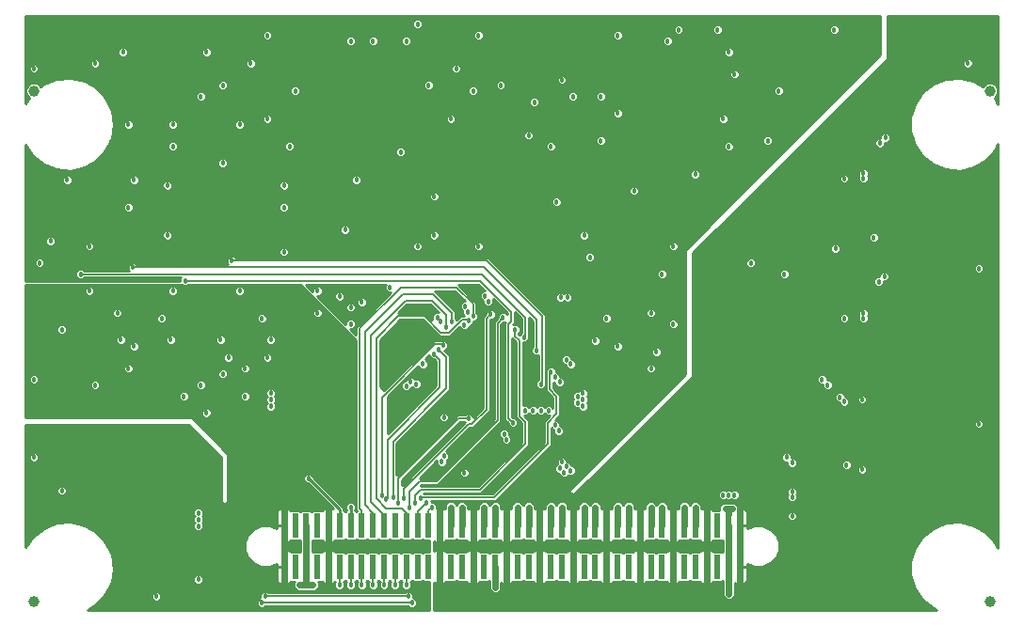
<source format=gbl>
G75*
G70*
%OFA0B0*%
%FSLAX24Y24*%
%IPPOS*%
%LPD*%
%AMOC8*
5,1,8,0,0,1.08239X$1,22.5*
%
%ADD10R,0.0236X0.0906*%
%ADD11C,0.0394*%
%ADD12C,0.0100*%
%ADD13C,0.0180*%
%ADD14C,0.0240*%
%ADD15C,0.0295*%
%ADD16C,0.0080*%
D10*
X009796Y002178D03*
X010189Y002178D03*
X010583Y002178D03*
X010977Y002178D03*
X011370Y002178D03*
X011764Y002178D03*
X012158Y002178D03*
X012552Y002178D03*
X012945Y002178D03*
X013339Y002178D03*
X013733Y002178D03*
X014126Y002178D03*
X014520Y002178D03*
X014914Y002178D03*
X015307Y002178D03*
X015701Y002178D03*
X016095Y002178D03*
X016489Y002178D03*
X016882Y002178D03*
X017276Y002178D03*
X017670Y002178D03*
X018063Y002178D03*
X018457Y002178D03*
X018851Y002178D03*
X019244Y002178D03*
X019638Y002178D03*
X020032Y002178D03*
X020426Y002178D03*
X020819Y002178D03*
X021213Y002178D03*
X021607Y002178D03*
X022000Y002178D03*
X022394Y002178D03*
X022788Y002178D03*
X023181Y002178D03*
X023575Y002178D03*
X023969Y002178D03*
X024363Y002178D03*
X024756Y002178D03*
X025150Y002178D03*
X025544Y002178D03*
X025937Y002178D03*
X025937Y003634D03*
X025544Y003634D03*
X025150Y003634D03*
X024756Y003634D03*
X024363Y003634D03*
X023969Y003634D03*
X023575Y003634D03*
X023181Y003634D03*
X022788Y003634D03*
X022394Y003634D03*
X022000Y003634D03*
X021607Y003634D03*
X021213Y003634D03*
X020819Y003634D03*
X020426Y003634D03*
X020032Y003634D03*
X019638Y003634D03*
X019244Y003634D03*
X018851Y003634D03*
X018457Y003634D03*
X018063Y003634D03*
X017670Y003634D03*
X017276Y003634D03*
X016882Y003634D03*
X016489Y003634D03*
X016095Y003634D03*
X015701Y003634D03*
X015307Y003634D03*
X014914Y003634D03*
X014520Y003634D03*
X014126Y003634D03*
X013733Y003634D03*
X013339Y003634D03*
X012945Y003634D03*
X012552Y003634D03*
X012158Y003634D03*
X011764Y003634D03*
X011370Y003634D03*
X010977Y003634D03*
X010583Y003634D03*
X010189Y003634D03*
X009796Y003634D03*
D11*
X000937Y000937D03*
X000937Y019048D03*
X034796Y019048D03*
X034796Y000937D03*
D12*
X032890Y000650D02*
X015093Y000650D01*
X015093Y001609D01*
X015097Y001605D01*
X015131Y001585D01*
X015170Y001575D01*
X015298Y001575D01*
X015298Y002168D01*
X015317Y002168D01*
X015317Y001575D01*
X015445Y001575D01*
X015483Y001585D01*
X015518Y001605D01*
X015546Y001633D01*
X015547Y001635D01*
X015857Y001635D01*
X015898Y001676D01*
X015939Y001635D01*
X016249Y001635D01*
X016250Y001633D01*
X016278Y001605D01*
X016313Y001585D01*
X016351Y001575D01*
X016480Y001575D01*
X016480Y002168D01*
X016498Y002168D01*
X016498Y001575D01*
X016626Y001575D01*
X016665Y001585D01*
X016699Y001605D01*
X016727Y001633D01*
X016728Y001635D01*
X017038Y001635D01*
X017066Y001663D01*
X017066Y001362D01*
X017189Y001239D01*
X017363Y001239D01*
X017486Y001362D01*
X017486Y001589D01*
X017494Y001585D01*
X017532Y001575D01*
X017661Y001575D01*
X017661Y002168D01*
X017679Y002168D01*
X017679Y001575D01*
X017808Y001575D01*
X017846Y001585D01*
X017880Y001605D01*
X017908Y001633D01*
X017909Y001635D01*
X018219Y001635D01*
X018260Y001676D01*
X018302Y001635D01*
X018611Y001635D01*
X018613Y001633D01*
X018641Y001605D01*
X018675Y001585D01*
X018713Y001575D01*
X018842Y001575D01*
X018842Y002168D01*
X018860Y002168D01*
X018860Y001575D01*
X018989Y001575D01*
X019027Y001585D01*
X019061Y001605D01*
X019089Y001633D01*
X019090Y001635D01*
X019400Y001635D01*
X019441Y001676D01*
X019483Y001635D01*
X019793Y001635D01*
X019794Y001633D01*
X019822Y001605D01*
X019856Y001585D01*
X019894Y001575D01*
X020023Y001575D01*
X020023Y002168D01*
X020041Y002168D01*
X020041Y001575D01*
X020170Y001575D01*
X020208Y001585D01*
X020242Y001605D01*
X020270Y001633D01*
X020271Y001635D01*
X020581Y001635D01*
X020622Y001676D01*
X020664Y001635D01*
X020974Y001635D01*
X020975Y001633D01*
X021003Y001605D01*
X021037Y001585D01*
X021075Y001575D01*
X021204Y001575D01*
X021204Y002168D01*
X021222Y002168D01*
X021222Y001575D01*
X021351Y001575D01*
X021389Y001585D01*
X021423Y001605D01*
X021451Y001633D01*
X021452Y001635D01*
X021762Y001635D01*
X021804Y001676D01*
X021845Y001635D01*
X022155Y001635D01*
X022156Y001633D01*
X022184Y001605D01*
X022218Y001585D01*
X022256Y001575D01*
X022385Y001575D01*
X022385Y002168D01*
X022403Y002168D01*
X022403Y001575D01*
X022532Y001575D01*
X022570Y001585D01*
X022604Y001605D01*
X022632Y001633D01*
X022633Y001635D01*
X022943Y001635D01*
X022985Y001676D01*
X023026Y001635D01*
X023336Y001635D01*
X023337Y001633D01*
X023365Y001605D01*
X023399Y001585D01*
X023437Y001575D01*
X023566Y001575D01*
X023566Y002168D01*
X023584Y002168D01*
X023584Y001575D01*
X023713Y001575D01*
X023751Y001585D01*
X023785Y001605D01*
X023813Y001633D01*
X023815Y001635D01*
X024124Y001635D01*
X024166Y001676D01*
X024207Y001635D01*
X024517Y001635D01*
X024518Y001633D01*
X024546Y001605D01*
X024580Y001585D01*
X024618Y001575D01*
X024747Y001575D01*
X024747Y002168D01*
X024765Y002168D01*
X024765Y001575D01*
X024894Y001575D01*
X024932Y001585D01*
X024967Y001605D01*
X024994Y001633D01*
X024996Y001635D01*
X025305Y001635D01*
X025334Y001663D01*
X025334Y001126D01*
X025457Y001003D01*
X025631Y001003D01*
X025754Y001126D01*
X025754Y001589D01*
X025761Y001585D01*
X025800Y001575D01*
X025928Y001575D01*
X025928Y002168D01*
X025946Y002168D01*
X025946Y001575D01*
X026075Y001575D01*
X026113Y001585D01*
X026148Y001605D01*
X026176Y001633D01*
X026195Y001667D01*
X026206Y001705D01*
X026206Y002169D01*
X025946Y002169D01*
X025946Y002187D01*
X026206Y002187D01*
X026206Y002287D01*
X026462Y002180D01*
X026751Y002180D01*
X027018Y002291D01*
X027222Y002495D01*
X027332Y002762D01*
X027332Y003050D01*
X027222Y003317D01*
X027018Y003521D01*
X026751Y003631D01*
X026462Y003631D01*
X026206Y003525D01*
X026206Y003625D01*
X025946Y003625D01*
X025946Y003643D01*
X025928Y003643D01*
X025928Y004237D01*
X025872Y004237D01*
X025872Y004331D01*
X025749Y004454D01*
X025339Y004454D01*
X025216Y004331D01*
X025216Y004177D01*
X024996Y004177D01*
X024994Y004179D01*
X024967Y004207D01*
X024932Y004227D01*
X024894Y004237D01*
X024765Y004237D01*
X024765Y003643D01*
X024747Y003643D01*
X024747Y004237D01*
X024618Y004237D01*
X024580Y004227D01*
X024573Y004222D01*
X024573Y004371D01*
X024450Y004494D01*
X024276Y004494D01*
X024166Y004384D01*
X024056Y004494D01*
X023882Y004494D01*
X023759Y004371D01*
X023759Y004222D01*
X023751Y004227D01*
X023713Y004237D01*
X023584Y004237D01*
X023584Y003643D01*
X023566Y003643D01*
X023566Y004237D01*
X023437Y004237D01*
X023399Y004227D01*
X023391Y004222D01*
X023391Y004371D01*
X023268Y004494D01*
X023095Y004494D01*
X022985Y004384D01*
X022875Y004494D01*
X022701Y004494D01*
X022578Y004371D01*
X022578Y004222D01*
X022570Y004227D01*
X022532Y004237D01*
X022403Y004237D01*
X022403Y003643D01*
X022385Y003643D01*
X022385Y004237D01*
X022256Y004237D01*
X022218Y004227D01*
X022210Y004222D01*
X022210Y004371D01*
X022087Y004494D01*
X021913Y004494D01*
X021804Y004384D01*
X021694Y004494D01*
X021520Y004494D01*
X021397Y004371D01*
X021397Y004222D01*
X021389Y004227D01*
X021351Y004237D01*
X021222Y004237D01*
X021222Y003643D01*
X021204Y003643D01*
X021204Y004237D01*
X021075Y004237D01*
X021037Y004227D01*
X021029Y004222D01*
X021029Y004371D01*
X020906Y004494D01*
X020732Y004494D01*
X020622Y004384D01*
X020513Y004494D01*
X020339Y004494D01*
X020216Y004371D01*
X020216Y004222D01*
X020208Y004227D01*
X020170Y004237D01*
X020041Y004237D01*
X020041Y003643D01*
X020023Y003643D01*
X020023Y004237D01*
X019894Y004237D01*
X019856Y004227D01*
X019848Y004222D01*
X019848Y004371D01*
X019725Y004494D01*
X019551Y004494D01*
X019441Y004384D01*
X019331Y004494D01*
X019158Y004494D01*
X019034Y004371D01*
X019034Y004222D01*
X019027Y004227D01*
X018989Y004237D01*
X018860Y004237D01*
X018860Y003643D01*
X018842Y003643D01*
X018842Y004237D01*
X018713Y004237D01*
X018675Y004227D01*
X018667Y004222D01*
X018667Y004371D01*
X018544Y004494D01*
X018370Y004494D01*
X018260Y004384D01*
X018150Y004494D01*
X017976Y004494D01*
X017853Y004371D01*
X017853Y004222D01*
X017846Y004227D01*
X017808Y004237D01*
X017679Y004237D01*
X017679Y003643D01*
X017661Y003643D01*
X017661Y004237D01*
X017532Y004237D01*
X017494Y004227D01*
X017486Y004222D01*
X017486Y004371D01*
X017363Y004494D01*
X017189Y004494D01*
X017079Y004384D01*
X016969Y004494D01*
X016795Y004494D01*
X016672Y004371D01*
X016672Y004222D01*
X016665Y004227D01*
X016626Y004237D01*
X016498Y004237D01*
X016498Y003643D01*
X016480Y003643D01*
X016480Y004237D01*
X016351Y004237D01*
X016313Y004227D01*
X016305Y004222D01*
X016305Y004371D01*
X016182Y004494D01*
X016008Y004494D01*
X015898Y004384D01*
X015788Y004494D01*
X015614Y004494D01*
X015491Y004371D01*
X015491Y004222D01*
X015483Y004227D01*
X015445Y004237D01*
X015317Y004237D01*
X015317Y003643D01*
X015298Y003643D01*
X015298Y004237D01*
X015212Y004237D01*
X015212Y004358D01*
X015106Y004464D01*
X015050Y004464D01*
X015015Y004499D01*
X015015Y004508D01*
X017290Y004508D01*
X017367Y004584D01*
X019256Y006474D01*
X019256Y007088D01*
X019327Y007017D01*
X019340Y007017D01*
X019340Y006926D01*
X019446Y006820D01*
X019595Y006820D01*
X019700Y006926D01*
X019700Y007075D01*
X019595Y007180D01*
X019582Y007180D01*
X019582Y007272D01*
X019477Y007377D01*
X019411Y007377D01*
X019571Y007537D01*
X019571Y008275D01*
X019495Y008351D01*
X019335Y008511D01*
X019335Y008710D01*
X019379Y008710D01*
X019379Y008658D01*
X019485Y008553D01*
X019634Y008553D01*
X019739Y008658D01*
X019739Y008807D01*
X019634Y008913D01*
X019582Y008913D01*
X019582Y008965D01*
X019477Y009070D01*
X019424Y009070D01*
X019424Y009162D01*
X019319Y009267D01*
X019170Y009267D01*
X019064Y009162D01*
X019064Y009012D01*
X019075Y009002D01*
X019075Y008403D01*
X019311Y008167D01*
X019311Y007818D01*
X019240Y007889D01*
X019091Y007889D01*
X019028Y007826D01*
X018965Y007889D01*
X018816Y007889D01*
X018752Y007826D01*
X018689Y007889D01*
X018540Y007889D01*
X018477Y007826D01*
X018414Y007889D01*
X018272Y007889D01*
X018272Y010127D01*
X018374Y010127D01*
X018480Y010233D01*
X018480Y010382D01*
X018469Y010393D01*
X018469Y011017D01*
X018603Y010884D01*
X018603Y009960D01*
X018553Y009910D01*
X018553Y009760D01*
X018658Y009655D01*
X018800Y009655D01*
X018800Y008818D01*
X018272Y008818D01*
X018272Y008720D02*
X018710Y008720D01*
X018710Y008728D02*
X018710Y008579D01*
X018816Y008474D01*
X018965Y008474D01*
X019070Y008579D01*
X019070Y008728D01*
X019060Y008739D01*
X019060Y011002D01*
X019060Y011109D01*
X017091Y013078D01*
X017015Y013154D01*
X008070Y013154D01*
X008020Y013204D01*
X007871Y013204D01*
X007765Y013099D01*
X007765Y012949D01*
X007797Y012918D01*
X004566Y012918D01*
X004516Y012968D01*
X004367Y012968D01*
X004261Y012862D01*
X004261Y012713D01*
X004293Y012682D01*
X002716Y012682D01*
X002666Y012732D01*
X002516Y012732D01*
X002411Y012626D01*
X002411Y012477D01*
X002516Y012372D01*
X002666Y012372D01*
X002716Y012422D01*
X006143Y012422D01*
X006112Y012390D01*
X006112Y012298D01*
X000650Y012298D01*
X000650Y017124D01*
X000909Y016744D01*
X001294Y016438D01*
X001751Y016258D01*
X001751Y016258D01*
X002242Y016221D01*
X002721Y016331D01*
X002721Y016331D01*
X003147Y016577D01*
X003482Y016937D01*
X003695Y017380D01*
X003769Y017867D01*
X003695Y018353D01*
X003482Y018796D01*
X003147Y019157D01*
X002721Y019402D01*
X002242Y019512D01*
X001751Y019475D01*
X001294Y019295D01*
X001294Y019295D01*
X001182Y019207D01*
X001181Y019210D01*
X001100Y019291D01*
X000994Y019334D01*
X000880Y019334D01*
X000775Y019291D01*
X000694Y019210D01*
X000651Y019105D01*
X000651Y018991D01*
X000694Y018885D01*
X000775Y018804D01*
X000781Y018802D01*
X000650Y018609D01*
X000650Y021697D01*
X030916Y021697D01*
X030916Y020349D01*
X023987Y013420D01*
X023987Y009010D01*
X019893Y004916D01*
X019893Y004833D01*
X019951Y004774D01*
X019961Y004764D01*
X019990Y004735D01*
X019990Y004735D01*
X019990Y004735D01*
X020032Y004735D01*
X020073Y004735D01*
X020073Y004735D01*
X020073Y004735D01*
X020102Y004764D01*
X024207Y008830D01*
X024207Y008830D01*
X024236Y008859D01*
X024266Y008888D01*
X024266Y008929D01*
X024266Y008970D01*
X024266Y008971D01*
X024266Y013298D01*
X031156Y020187D01*
X031156Y021697D01*
X035083Y021697D01*
X035083Y018578D01*
X034978Y018796D01*
X034964Y018811D01*
X035039Y018885D01*
X035083Y018991D01*
X035083Y019105D01*
X035039Y019210D01*
X034958Y019291D01*
X034853Y019334D01*
X034739Y019334D01*
X034633Y019291D01*
X034552Y019210D01*
X034552Y019209D01*
X034217Y019402D01*
X033738Y019512D01*
X033738Y019512D01*
X033247Y019475D01*
X032790Y019295D01*
X032405Y018989D01*
X032405Y018989D01*
X032128Y018582D01*
X031983Y018112D01*
X031983Y017621D01*
X032128Y017151D01*
X032128Y017151D01*
X032405Y016744D01*
X032790Y016438D01*
X033247Y016258D01*
X033247Y016258D01*
X033738Y016221D01*
X034217Y016331D01*
X034217Y016331D01*
X034643Y016577D01*
X034978Y016937D01*
X035083Y017156D01*
X035083Y002830D01*
X034978Y003048D01*
X034643Y003409D01*
X034217Y003654D01*
X033738Y003764D01*
X033738Y003764D01*
X033247Y003727D01*
X032790Y003547D01*
X032405Y003241D01*
X032405Y003241D01*
X032128Y002834D01*
X031983Y002364D01*
X031983Y001873D01*
X032128Y001403D01*
X032128Y001403D01*
X032405Y000996D01*
X032790Y000690D01*
X032890Y000650D01*
X032790Y000690D02*
X032790Y000690D01*
X032725Y000741D02*
X015093Y000741D01*
X015093Y000840D02*
X032602Y000840D01*
X032478Y000938D02*
X015093Y000938D01*
X015093Y001037D02*
X025423Y001037D01*
X025334Y001135D02*
X015093Y001135D01*
X015093Y001234D02*
X025334Y001234D01*
X025334Y001332D02*
X017456Y001332D01*
X017486Y001431D02*
X025334Y001431D01*
X025334Y001529D02*
X017486Y001529D01*
X017661Y001628D02*
X017679Y001628D01*
X017679Y001726D02*
X017661Y001726D01*
X017661Y001825D02*
X017679Y001825D01*
X017679Y001923D02*
X017661Y001923D01*
X017661Y002022D02*
X017679Y002022D01*
X017679Y002120D02*
X017661Y002120D01*
X017661Y002187D02*
X017661Y002780D01*
X017532Y002780D01*
X017494Y002770D01*
X017459Y002750D01*
X017432Y002722D01*
X017430Y002720D01*
X017121Y002720D01*
X017079Y002679D01*
X017038Y002720D01*
X016728Y002720D01*
X016727Y002722D01*
X016699Y002750D01*
X016665Y002770D01*
X016626Y002780D01*
X016498Y002780D01*
X016498Y002187D01*
X016480Y002187D01*
X016480Y002780D01*
X016351Y002780D01*
X016313Y002770D01*
X016278Y002750D01*
X016250Y002722D01*
X016249Y002720D01*
X015939Y002720D01*
X015898Y002679D01*
X015857Y002720D01*
X015547Y002720D01*
X015546Y002722D01*
X015518Y002750D01*
X015483Y002770D01*
X015445Y002780D01*
X015317Y002780D01*
X015317Y002187D01*
X015298Y002187D01*
X015298Y002780D01*
X015170Y002780D01*
X015131Y002770D01*
X015097Y002750D01*
X015093Y002746D01*
X015093Y003066D01*
X015097Y003061D01*
X015131Y003042D01*
X015170Y003031D01*
X015298Y003031D01*
X015298Y003625D01*
X015317Y003625D01*
X015317Y003031D01*
X015445Y003031D01*
X015483Y003042D01*
X015518Y003061D01*
X015546Y003089D01*
X015547Y003091D01*
X015857Y003091D01*
X015898Y003133D01*
X015939Y003091D01*
X016249Y003091D01*
X016250Y003089D01*
X016278Y003061D01*
X016313Y003042D01*
X016351Y003031D01*
X016480Y003031D01*
X016480Y003625D01*
X016498Y003625D01*
X016498Y003031D01*
X016626Y003031D01*
X016665Y003042D01*
X016699Y003061D01*
X016727Y003089D01*
X016728Y003091D01*
X017038Y003091D01*
X017079Y003133D01*
X017121Y003091D01*
X017430Y003091D01*
X017432Y003089D01*
X017459Y003061D01*
X017494Y003042D01*
X017532Y003031D01*
X017661Y003031D01*
X017661Y003625D01*
X017679Y003625D01*
X017679Y003031D01*
X017808Y003031D01*
X017846Y003042D01*
X017880Y003061D01*
X017908Y003089D01*
X017909Y003091D01*
X018219Y003091D01*
X018260Y003133D01*
X018302Y003091D01*
X018611Y003091D01*
X018613Y003089D01*
X018641Y003061D01*
X018675Y003042D01*
X018713Y003031D01*
X018842Y003031D01*
X018842Y003625D01*
X018860Y003625D01*
X018860Y003031D01*
X018989Y003031D01*
X019027Y003042D01*
X019061Y003061D01*
X019089Y003089D01*
X019090Y003091D01*
X019400Y003091D01*
X019441Y003133D01*
X019483Y003091D01*
X019793Y003091D01*
X019794Y003089D01*
X019822Y003061D01*
X019856Y003042D01*
X019894Y003031D01*
X020023Y003031D01*
X020023Y003625D01*
X020041Y003625D01*
X020041Y003031D01*
X020170Y003031D01*
X020208Y003042D01*
X020242Y003061D01*
X020270Y003089D01*
X020271Y003091D01*
X020581Y003091D01*
X020622Y003133D01*
X020664Y003091D01*
X020974Y003091D01*
X020975Y003089D01*
X021003Y003061D01*
X021037Y003042D01*
X021075Y003031D01*
X021204Y003031D01*
X021204Y003625D01*
X021222Y003625D01*
X021222Y003031D01*
X021351Y003031D01*
X021389Y003042D01*
X021423Y003061D01*
X021451Y003089D01*
X021452Y003091D01*
X021762Y003091D01*
X021804Y003133D01*
X021845Y003091D01*
X022155Y003091D01*
X022156Y003089D01*
X022184Y003061D01*
X022218Y003042D01*
X022256Y003031D01*
X022385Y003031D01*
X022385Y003625D01*
X022403Y003625D01*
X022403Y003031D01*
X022532Y003031D01*
X022570Y003042D01*
X022604Y003061D01*
X022632Y003089D01*
X022633Y003091D01*
X022943Y003091D01*
X022985Y003133D01*
X023026Y003091D01*
X023336Y003091D01*
X023337Y003089D01*
X023365Y003061D01*
X023399Y003042D01*
X023437Y003031D01*
X023566Y003031D01*
X023566Y003625D01*
X023584Y003625D01*
X023584Y003031D01*
X023713Y003031D01*
X023751Y003042D01*
X023785Y003061D01*
X023813Y003089D01*
X023815Y003091D01*
X024124Y003091D01*
X024166Y003133D01*
X024207Y003091D01*
X024517Y003091D01*
X024518Y003089D01*
X024546Y003061D01*
X024580Y003042D01*
X024618Y003031D01*
X024747Y003031D01*
X024747Y003625D01*
X024765Y003625D01*
X024765Y003031D01*
X024894Y003031D01*
X024932Y003042D01*
X024967Y003061D01*
X024994Y003089D01*
X024996Y003091D01*
X025305Y003091D01*
X025334Y003120D01*
X025334Y002692D01*
X025305Y002720D01*
X024996Y002720D01*
X024994Y002722D01*
X024967Y002750D01*
X024932Y002770D01*
X024894Y002780D01*
X024765Y002780D01*
X024765Y002187D01*
X024747Y002187D01*
X024747Y002780D01*
X024618Y002780D01*
X024580Y002770D01*
X024546Y002750D01*
X024518Y002722D01*
X024517Y002720D01*
X024207Y002720D01*
X024166Y002679D01*
X024124Y002720D01*
X023815Y002720D01*
X023813Y002722D01*
X023785Y002750D01*
X023751Y002770D01*
X023713Y002780D01*
X023584Y002780D01*
X023584Y002187D01*
X023566Y002187D01*
X023566Y002780D01*
X023437Y002780D01*
X023399Y002770D01*
X023365Y002750D01*
X023337Y002722D01*
X023336Y002720D01*
X023026Y002720D01*
X022985Y002679D01*
X022943Y002720D01*
X022633Y002720D01*
X022632Y002722D01*
X022604Y002750D01*
X022570Y002770D01*
X022532Y002780D01*
X022403Y002780D01*
X022403Y002187D01*
X022385Y002187D01*
X022385Y002780D01*
X022256Y002780D01*
X022218Y002770D01*
X022184Y002750D01*
X022156Y002722D01*
X022155Y002720D01*
X021845Y002720D01*
X021804Y002679D01*
X021762Y002720D01*
X021452Y002720D01*
X021451Y002722D01*
X021423Y002750D01*
X021389Y002770D01*
X021351Y002780D01*
X021222Y002780D01*
X021222Y002187D01*
X021204Y002187D01*
X021204Y002780D01*
X021075Y002780D01*
X021037Y002770D01*
X021003Y002750D01*
X020975Y002722D01*
X020974Y002720D01*
X020664Y002720D01*
X020622Y002679D01*
X020581Y002720D01*
X020271Y002720D01*
X020270Y002722D01*
X020242Y002750D01*
X020208Y002770D01*
X020170Y002780D01*
X020041Y002780D01*
X020041Y002187D01*
X020023Y002187D01*
X020023Y002780D01*
X019894Y002780D01*
X019856Y002770D01*
X019822Y002750D01*
X019794Y002722D01*
X019793Y002720D01*
X019483Y002720D01*
X019441Y002679D01*
X019400Y002720D01*
X019090Y002720D01*
X019089Y002722D01*
X019061Y002750D01*
X019027Y002770D01*
X018989Y002780D01*
X018860Y002780D01*
X018860Y002187D01*
X018842Y002187D01*
X018842Y002780D01*
X018713Y002780D01*
X018675Y002770D01*
X018641Y002750D01*
X018613Y002722D01*
X018611Y002720D01*
X018302Y002720D01*
X018260Y002679D01*
X018219Y002720D01*
X017909Y002720D01*
X017908Y002722D01*
X017880Y002750D01*
X017846Y002770D01*
X017808Y002780D01*
X017679Y002780D01*
X017679Y002187D01*
X017661Y002187D01*
X017661Y002219D02*
X017679Y002219D01*
X017679Y002317D02*
X017661Y002317D01*
X017661Y002416D02*
X017679Y002416D01*
X017679Y002514D02*
X017661Y002514D01*
X017661Y002613D02*
X017679Y002613D01*
X017679Y002711D02*
X017661Y002711D01*
X017661Y003105D02*
X017679Y003105D01*
X017679Y003204D02*
X017661Y003204D01*
X017661Y003302D02*
X017679Y003302D01*
X017679Y003401D02*
X017661Y003401D01*
X017661Y003499D02*
X017679Y003499D01*
X017679Y003598D02*
X017661Y003598D01*
X017661Y003696D02*
X017679Y003696D01*
X017679Y003795D02*
X017661Y003795D01*
X017661Y003893D02*
X017679Y003893D01*
X017679Y003992D02*
X017661Y003992D01*
X017661Y004090D02*
X017679Y004090D01*
X017679Y004189D02*
X017661Y004189D01*
X017486Y004287D02*
X017853Y004287D01*
X017868Y004386D02*
X017471Y004386D01*
X017373Y004484D02*
X017967Y004484D01*
X018160Y004484D02*
X018360Y004484D01*
X018262Y004386D02*
X018259Y004386D01*
X018554Y004484D02*
X019148Y004484D01*
X019049Y004386D02*
X018652Y004386D01*
X018667Y004287D02*
X019034Y004287D01*
X018860Y004189D02*
X018842Y004189D01*
X018842Y004090D02*
X018860Y004090D01*
X018860Y003992D02*
X018842Y003992D01*
X018842Y003893D02*
X018860Y003893D01*
X018860Y003795D02*
X018842Y003795D01*
X018842Y003696D02*
X018860Y003696D01*
X018860Y003598D02*
X018842Y003598D01*
X018842Y003499D02*
X018860Y003499D01*
X018860Y003401D02*
X018842Y003401D01*
X018842Y003302D02*
X018860Y003302D01*
X018860Y003204D02*
X018842Y003204D01*
X018842Y003105D02*
X018860Y003105D01*
X018842Y002711D02*
X018860Y002711D01*
X018860Y002613D02*
X018842Y002613D01*
X018842Y002514D02*
X018860Y002514D01*
X018860Y002416D02*
X018842Y002416D01*
X018842Y002317D02*
X018860Y002317D01*
X018860Y002219D02*
X018842Y002219D01*
X018842Y002120D02*
X018860Y002120D01*
X018860Y002022D02*
X018842Y002022D01*
X018842Y001923D02*
X018860Y001923D01*
X018860Y001825D02*
X018842Y001825D01*
X018842Y001726D02*
X018860Y001726D01*
X018860Y001628D02*
X018842Y001628D01*
X018618Y001628D02*
X017903Y001628D01*
X017066Y001628D02*
X016722Y001628D01*
X016498Y001628D02*
X016480Y001628D01*
X016480Y001726D02*
X016498Y001726D01*
X016498Y001825D02*
X016480Y001825D01*
X016480Y001923D02*
X016498Y001923D01*
X016498Y002022D02*
X016480Y002022D01*
X016480Y002120D02*
X016498Y002120D01*
X016498Y002219D02*
X016480Y002219D01*
X016480Y002317D02*
X016498Y002317D01*
X016498Y002416D02*
X016480Y002416D01*
X016480Y002514D02*
X016498Y002514D01*
X016498Y002613D02*
X016480Y002613D01*
X016480Y002711D02*
X016498Y002711D01*
X016480Y003105D02*
X016498Y003105D01*
X016498Y003204D02*
X016480Y003204D01*
X016480Y003302D02*
X016498Y003302D01*
X016498Y003401D02*
X016480Y003401D01*
X016480Y003499D02*
X016498Y003499D01*
X016498Y003598D02*
X016480Y003598D01*
X016480Y003696D02*
X016498Y003696D01*
X016498Y003795D02*
X016480Y003795D01*
X016480Y003893D02*
X016498Y003893D01*
X016498Y003992D02*
X016480Y003992D01*
X016480Y004090D02*
X016498Y004090D01*
X016498Y004189D02*
X016480Y004189D01*
X016305Y004287D02*
X016672Y004287D01*
X016687Y004386D02*
X016290Y004386D01*
X016192Y004484D02*
X016785Y004484D01*
X016979Y004484D02*
X017179Y004484D01*
X017081Y004386D02*
X017078Y004386D01*
X017365Y004583D02*
X025227Y004583D01*
X025272Y004537D02*
X025421Y004537D01*
X025445Y004561D01*
X025469Y004537D01*
X025618Y004537D01*
X025642Y004561D01*
X025666Y004537D01*
X025815Y004537D01*
X025921Y004642D01*
X025921Y004791D01*
X025815Y004897D01*
X025666Y004897D01*
X025642Y004873D01*
X025618Y004897D01*
X025469Y004897D01*
X025445Y004873D01*
X025421Y004897D01*
X025272Y004897D01*
X025167Y004791D01*
X025167Y004642D01*
X025272Y004537D01*
X025270Y004386D02*
X024558Y004386D01*
X024573Y004287D02*
X025216Y004287D01*
X025216Y004189D02*
X024985Y004189D01*
X024765Y004189D02*
X024747Y004189D01*
X024747Y004090D02*
X024765Y004090D01*
X024765Y003992D02*
X024747Y003992D01*
X024747Y003893D02*
X024765Y003893D01*
X024765Y003795D02*
X024747Y003795D01*
X024747Y003696D02*
X024765Y003696D01*
X024765Y003598D02*
X024747Y003598D01*
X024747Y003499D02*
X024765Y003499D01*
X024765Y003401D02*
X024747Y003401D01*
X024747Y003302D02*
X024765Y003302D01*
X024765Y003204D02*
X024747Y003204D01*
X024747Y003105D02*
X024765Y003105D01*
X024747Y002711D02*
X024765Y002711D01*
X024765Y002613D02*
X024747Y002613D01*
X024747Y002514D02*
X024765Y002514D01*
X024765Y002416D02*
X024747Y002416D01*
X024747Y002317D02*
X024765Y002317D01*
X024765Y002219D02*
X024747Y002219D01*
X024747Y002120D02*
X024765Y002120D01*
X024765Y002022D02*
X024747Y002022D01*
X024747Y001923D02*
X024765Y001923D01*
X024765Y001825D02*
X024747Y001825D01*
X024747Y001726D02*
X024765Y001726D01*
X024765Y001628D02*
X024747Y001628D01*
X024523Y001628D02*
X023808Y001628D01*
X023584Y001628D02*
X023566Y001628D01*
X023566Y001726D02*
X023584Y001726D01*
X023584Y001825D02*
X023566Y001825D01*
X023566Y001923D02*
X023584Y001923D01*
X023584Y002022D02*
X023566Y002022D01*
X023566Y002120D02*
X023584Y002120D01*
X023584Y002219D02*
X023566Y002219D01*
X023566Y002317D02*
X023584Y002317D01*
X023584Y002416D02*
X023566Y002416D01*
X023566Y002514D02*
X023584Y002514D01*
X023584Y002613D02*
X023566Y002613D01*
X023566Y002711D02*
X023584Y002711D01*
X023566Y003105D02*
X023584Y003105D01*
X023584Y003204D02*
X023566Y003204D01*
X023566Y003302D02*
X023584Y003302D01*
X023584Y003401D02*
X023566Y003401D01*
X023566Y003499D02*
X023584Y003499D01*
X023584Y003598D02*
X023566Y003598D01*
X023566Y003696D02*
X023584Y003696D01*
X023584Y003795D02*
X023566Y003795D01*
X023566Y003893D02*
X023584Y003893D01*
X023584Y003992D02*
X023566Y003992D01*
X023566Y004090D02*
X023584Y004090D01*
X023584Y004189D02*
X023566Y004189D01*
X023391Y004287D02*
X023759Y004287D01*
X023774Y004386D02*
X023377Y004386D01*
X023278Y004484D02*
X023872Y004484D01*
X024066Y004484D02*
X024266Y004484D01*
X024167Y004386D02*
X024164Y004386D01*
X024459Y004484D02*
X027687Y004484D01*
X027713Y004458D02*
X027608Y004564D01*
X027608Y004713D01*
X027632Y004737D01*
X027608Y004760D01*
X027608Y004910D01*
X027713Y005015D01*
X027862Y005015D01*
X027968Y004910D01*
X027968Y004760D01*
X027944Y004737D01*
X027968Y004713D01*
X027968Y004564D01*
X027862Y004458D01*
X027713Y004458D01*
X027608Y004583D02*
X025861Y004583D01*
X025921Y004681D02*
X027608Y004681D01*
X027608Y004780D02*
X025921Y004780D01*
X025834Y004878D02*
X027608Y004878D01*
X027675Y004977D02*
X020317Y004977D01*
X020416Y005075D02*
X035083Y005075D01*
X035083Y004977D02*
X027901Y004977D01*
X027968Y004878D02*
X035083Y004878D01*
X035083Y004780D02*
X027968Y004780D01*
X027968Y004681D02*
X035083Y004681D01*
X035083Y004583D02*
X027968Y004583D01*
X027888Y004484D02*
X035083Y004484D01*
X035083Y004386D02*
X025818Y004386D01*
X025872Y004287D02*
X035083Y004287D01*
X035083Y004189D02*
X026166Y004189D01*
X026176Y004179D02*
X026148Y004207D01*
X026113Y004227D01*
X026075Y004237D01*
X025946Y004237D01*
X025946Y003643D01*
X026206Y003643D01*
X026206Y004107D01*
X026195Y004145D01*
X026176Y004179D01*
X026206Y004090D02*
X027654Y004090D01*
X027608Y004043D02*
X027608Y003894D01*
X027713Y003789D01*
X027862Y003789D01*
X027968Y003894D01*
X027968Y004043D01*
X027862Y004149D01*
X027713Y004149D01*
X027608Y004043D01*
X027608Y003992D02*
X026206Y003992D01*
X026206Y003893D02*
X027609Y003893D01*
X027708Y003795D02*
X026206Y003795D01*
X026206Y003696D02*
X033168Y003696D01*
X033247Y003727D02*
X033247Y003727D01*
X032917Y003598D02*
X026833Y003598D01*
X027040Y003499D02*
X032729Y003499D01*
X032790Y003547D02*
X032790Y003547D01*
X032605Y003401D02*
X027138Y003401D01*
X027228Y003302D02*
X032482Y003302D01*
X032380Y003204D02*
X027269Y003204D01*
X027310Y003105D02*
X032312Y003105D01*
X032245Y003007D02*
X027332Y003007D01*
X027332Y002908D02*
X032178Y002908D01*
X032128Y002834D02*
X032128Y002834D01*
X032120Y002810D02*
X027332Y002810D01*
X027311Y002711D02*
X032090Y002711D01*
X032060Y002613D02*
X027271Y002613D01*
X027230Y002514D02*
X032029Y002514D01*
X031999Y002416D02*
X027142Y002416D01*
X027044Y002317D02*
X031983Y002317D01*
X031983Y002219D02*
X026843Y002219D01*
X026370Y002219D02*
X026206Y002219D01*
X026206Y002120D02*
X031983Y002120D01*
X031983Y002022D02*
X026206Y002022D01*
X026206Y001923D02*
X031983Y001923D01*
X031998Y001825D02*
X026206Y001825D01*
X026206Y001726D02*
X032028Y001726D01*
X032059Y001628D02*
X026170Y001628D01*
X025946Y001628D02*
X025928Y001628D01*
X025928Y001726D02*
X025946Y001726D01*
X025946Y001825D02*
X025928Y001825D01*
X025928Y001923D02*
X025946Y001923D01*
X025946Y002022D02*
X025928Y002022D01*
X025928Y002120D02*
X025946Y002120D01*
X025334Y001628D02*
X024989Y001628D01*
X025754Y001529D02*
X032089Y001529D01*
X032119Y001431D02*
X025754Y001431D01*
X025754Y001332D02*
X032176Y001332D01*
X032243Y001234D02*
X025754Y001234D01*
X025754Y001135D02*
X032310Y001135D01*
X032378Y001037D02*
X025664Y001037D01*
X023342Y001628D02*
X022627Y001628D01*
X022403Y001628D02*
X022385Y001628D01*
X022385Y001726D02*
X022403Y001726D01*
X022403Y001825D02*
X022385Y001825D01*
X022385Y001923D02*
X022403Y001923D01*
X022403Y002022D02*
X022385Y002022D01*
X022385Y002120D02*
X022403Y002120D01*
X022403Y002219D02*
X022385Y002219D01*
X022385Y002317D02*
X022403Y002317D01*
X022403Y002416D02*
X022385Y002416D01*
X022385Y002514D02*
X022403Y002514D01*
X022403Y002613D02*
X022385Y002613D01*
X022385Y002711D02*
X022403Y002711D01*
X022385Y003105D02*
X022403Y003105D01*
X022403Y003204D02*
X022385Y003204D01*
X022385Y003302D02*
X022403Y003302D01*
X022403Y003401D02*
X022385Y003401D01*
X022385Y003499D02*
X022403Y003499D01*
X022403Y003598D02*
X022385Y003598D01*
X022385Y003696D02*
X022403Y003696D01*
X022403Y003795D02*
X022385Y003795D01*
X022385Y003893D02*
X022403Y003893D01*
X022403Y003992D02*
X022385Y003992D01*
X022385Y004090D02*
X022403Y004090D01*
X022403Y004189D02*
X022385Y004189D01*
X022210Y004287D02*
X022578Y004287D01*
X022592Y004386D02*
X022196Y004386D01*
X022097Y004484D02*
X022691Y004484D01*
X022885Y004484D02*
X023085Y004484D01*
X022986Y004386D02*
X022983Y004386D01*
X021904Y004484D02*
X021704Y004484D01*
X021802Y004386D02*
X021805Y004386D01*
X021510Y004484D02*
X020916Y004484D01*
X021015Y004386D02*
X021411Y004386D01*
X021397Y004287D02*
X021029Y004287D01*
X021204Y004189D02*
X021222Y004189D01*
X021222Y004090D02*
X021204Y004090D01*
X021204Y003992D02*
X021222Y003992D01*
X021222Y003893D02*
X021204Y003893D01*
X021204Y003795D02*
X021222Y003795D01*
X021222Y003696D02*
X021204Y003696D01*
X021204Y003598D02*
X021222Y003598D01*
X021222Y003499D02*
X021204Y003499D01*
X021204Y003401D02*
X021222Y003401D01*
X021222Y003302D02*
X021204Y003302D01*
X021204Y003204D02*
X021222Y003204D01*
X021222Y003105D02*
X021204Y003105D01*
X021204Y002711D02*
X021222Y002711D01*
X021222Y002613D02*
X021204Y002613D01*
X021204Y002514D02*
X021222Y002514D01*
X021222Y002416D02*
X021204Y002416D01*
X021204Y002317D02*
X021222Y002317D01*
X021222Y002219D02*
X021204Y002219D01*
X021204Y002120D02*
X021222Y002120D01*
X021222Y002022D02*
X021204Y002022D01*
X021204Y001923D02*
X021222Y001923D01*
X021222Y001825D02*
X021204Y001825D01*
X021204Y001726D02*
X021222Y001726D01*
X021222Y001628D02*
X021204Y001628D01*
X020980Y001628D02*
X020265Y001628D01*
X020041Y001628D02*
X020023Y001628D01*
X020023Y001726D02*
X020041Y001726D01*
X020041Y001825D02*
X020023Y001825D01*
X020023Y001923D02*
X020041Y001923D01*
X020041Y002022D02*
X020023Y002022D01*
X020023Y002120D02*
X020041Y002120D01*
X020041Y002219D02*
X020023Y002219D01*
X020023Y002317D02*
X020041Y002317D01*
X020041Y002416D02*
X020023Y002416D01*
X020023Y002514D02*
X020041Y002514D01*
X020041Y002613D02*
X020023Y002613D01*
X020023Y002711D02*
X020041Y002711D01*
X020023Y003105D02*
X020041Y003105D01*
X020041Y003204D02*
X020023Y003204D01*
X020023Y003302D02*
X020041Y003302D01*
X020041Y003401D02*
X020023Y003401D01*
X020023Y003499D02*
X020041Y003499D01*
X020041Y003598D02*
X020023Y003598D01*
X020023Y003696D02*
X020041Y003696D01*
X020041Y003795D02*
X020023Y003795D01*
X020023Y003893D02*
X020041Y003893D01*
X020041Y003992D02*
X020023Y003992D01*
X020023Y004090D02*
X020041Y004090D01*
X020041Y004189D02*
X020023Y004189D01*
X019848Y004287D02*
X020216Y004287D01*
X020230Y004386D02*
X019834Y004386D01*
X019735Y004484D02*
X020329Y004484D01*
X020522Y004484D02*
X020722Y004484D01*
X020624Y004386D02*
X020621Y004386D01*
X020217Y004878D02*
X025253Y004878D01*
X025167Y004780D02*
X020118Y004780D01*
X019946Y004780D02*
X017562Y004780D01*
X017660Y004878D02*
X019893Y004878D01*
X019953Y004977D02*
X017759Y004977D01*
X017857Y005075D02*
X020052Y005075D01*
X020150Y005174D02*
X017956Y005174D01*
X018054Y005272D02*
X020249Y005272D01*
X020347Y005371D02*
X019838Y005371D01*
X019874Y005407D02*
X019791Y005324D01*
X019642Y005324D01*
X019537Y005430D01*
X019537Y005482D01*
X019485Y005482D01*
X019379Y005587D01*
X019379Y005736D01*
X019462Y005819D01*
X019458Y005823D01*
X019458Y005973D01*
X019564Y006078D01*
X019713Y006078D01*
X019818Y005973D01*
X019818Y005921D01*
X019870Y005921D01*
X019976Y005815D01*
X019976Y005763D01*
X020028Y005763D01*
X020133Y005658D01*
X020133Y005509D01*
X020028Y005403D01*
X019879Y005403D01*
X019874Y005407D01*
X020094Y005469D02*
X020446Y005469D01*
X020544Y005568D02*
X020133Y005568D01*
X020125Y005666D02*
X020643Y005666D01*
X020741Y005765D02*
X019976Y005765D01*
X019928Y005863D02*
X020840Y005863D01*
X020938Y005962D02*
X019818Y005962D01*
X019731Y006060D02*
X021037Y006060D01*
X021135Y006159D02*
X018941Y006159D01*
X019039Y006257D02*
X021234Y006257D01*
X021332Y006356D02*
X019138Y006356D01*
X019236Y006454D02*
X021431Y006454D01*
X021529Y006553D02*
X019256Y006553D01*
X019256Y006651D02*
X021628Y006651D01*
X021726Y006750D02*
X019256Y006750D01*
X019256Y006848D02*
X019418Y006848D01*
X019340Y006947D02*
X019256Y006947D01*
X019256Y007045D02*
X019300Y007045D01*
X018996Y007045D02*
X018469Y007045D01*
X018469Y006947D02*
X018996Y006947D01*
X018996Y006848D02*
X018469Y006848D01*
X018469Y006750D02*
X018996Y006750D01*
X018996Y006651D02*
X018469Y006651D01*
X018469Y006553D02*
X018967Y006553D01*
X018996Y006582D02*
X017183Y004768D01*
X014746Y004768D01*
X014730Y004784D01*
X016779Y004784D01*
X016855Y004860D01*
X018469Y006474D01*
X018469Y007369D01*
X018393Y007445D01*
X018309Y007529D01*
X018414Y007529D01*
X018477Y007592D01*
X018540Y007529D01*
X018689Y007529D01*
X018752Y007592D01*
X018816Y007529D01*
X018965Y007529D01*
X019028Y007592D01*
X019091Y007529D01*
X019196Y007529D01*
X019073Y007406D01*
X018996Y007330D01*
X018996Y006582D01*
X018869Y006454D02*
X018449Y006454D01*
X018350Y006356D02*
X018770Y006356D01*
X018672Y006257D02*
X018252Y006257D01*
X018153Y006159D02*
X018573Y006159D01*
X018475Y006060D02*
X018055Y006060D01*
X017956Y005962D02*
X018376Y005962D01*
X018278Y005863D02*
X017858Y005863D01*
X017759Y005765D02*
X018179Y005765D01*
X018081Y005666D02*
X017661Y005666D01*
X017562Y005568D02*
X017982Y005568D01*
X017884Y005469D02*
X017464Y005469D01*
X017365Y005371D02*
X017785Y005371D01*
X017687Y005272D02*
X017267Y005272D01*
X017168Y005174D02*
X017588Y005174D01*
X017490Y005075D02*
X017070Y005075D01*
X016971Y004977D02*
X017391Y004977D01*
X017293Y004878D02*
X016873Y004878D01*
X016702Y005075D02*
X015259Y005075D01*
X015243Y005059D02*
X015319Y005136D01*
X017485Y007301D01*
X017485Y010765D01*
X017555Y010836D01*
X017621Y010836D01*
X017618Y010834D01*
X017618Y007380D01*
X017695Y007303D01*
X017726Y007272D01*
X017726Y007201D01*
X017831Y007096D01*
X017980Y007096D01*
X018086Y007201D01*
X018086Y007351D01*
X017980Y007456D01*
X017910Y007456D01*
X017878Y007487D01*
X017878Y010269D01*
X017931Y010217D01*
X018012Y010136D01*
X018012Y007458D01*
X018209Y007262D01*
X018209Y006582D01*
X016671Y005044D01*
X014637Y005044D01*
X014653Y005059D01*
X015243Y005059D01*
X015357Y005174D02*
X016801Y005174D01*
X016899Y005272D02*
X015456Y005272D01*
X015554Y005371D02*
X016053Y005371D01*
X016099Y005324D02*
X016248Y005324D01*
X016354Y005430D01*
X016354Y005579D01*
X016248Y005684D01*
X016099Y005684D01*
X015994Y005579D01*
X015994Y005430D01*
X016099Y005324D01*
X015994Y005469D02*
X015653Y005469D01*
X015751Y005568D02*
X015994Y005568D01*
X016081Y005666D02*
X015850Y005666D01*
X015948Y005765D02*
X017392Y005765D01*
X017490Y005863D02*
X016047Y005863D01*
X016145Y005962D02*
X017589Y005962D01*
X017687Y006060D02*
X016244Y006060D01*
X016342Y006159D02*
X017786Y006159D01*
X017884Y006257D02*
X016441Y006257D01*
X016539Y006356D02*
X017983Y006356D01*
X018081Y006454D02*
X016638Y006454D01*
X016736Y006553D02*
X017548Y006553D01*
X017595Y006505D02*
X017744Y006505D01*
X017850Y006611D01*
X017850Y006760D01*
X017771Y006839D01*
X017771Y006957D01*
X017666Y007062D01*
X017516Y007062D01*
X017411Y006957D01*
X017411Y006808D01*
X017490Y006729D01*
X017490Y006611D01*
X017595Y006505D01*
X017490Y006651D02*
X016835Y006651D01*
X016933Y006750D02*
X017469Y006750D01*
X017411Y006848D02*
X017032Y006848D01*
X017130Y006947D02*
X017411Y006947D01*
X017499Y007045D02*
X017229Y007045D01*
X017327Y007144D02*
X017784Y007144D01*
X017726Y007242D02*
X017426Y007242D01*
X017485Y007341D02*
X017658Y007341D01*
X017618Y007439D02*
X017485Y007439D01*
X017485Y007538D02*
X017618Y007538D01*
X017618Y007636D02*
X017485Y007636D01*
X017485Y007735D02*
X017618Y007735D01*
X017618Y007833D02*
X017485Y007833D01*
X017485Y007932D02*
X017618Y007932D01*
X017618Y008030D02*
X017485Y008030D01*
X017485Y008129D02*
X017618Y008129D01*
X017618Y008227D02*
X017485Y008227D01*
X017485Y008326D02*
X017618Y008326D01*
X017618Y008424D02*
X017485Y008424D01*
X017485Y008523D02*
X017618Y008523D01*
X017618Y008621D02*
X017485Y008621D01*
X017485Y008720D02*
X017618Y008720D01*
X017618Y008818D02*
X017485Y008818D01*
X017485Y008917D02*
X017618Y008917D01*
X017618Y009015D02*
X017485Y009015D01*
X017485Y009114D02*
X017618Y009114D01*
X017618Y009212D02*
X017485Y009212D01*
X017485Y009311D02*
X017618Y009311D01*
X017618Y009409D02*
X017485Y009409D01*
X017485Y009508D02*
X017618Y009508D01*
X017618Y009606D02*
X017485Y009606D01*
X017485Y009705D02*
X017618Y009705D01*
X017618Y009803D02*
X017485Y009803D01*
X017485Y009902D02*
X017618Y009902D01*
X017618Y010000D02*
X017485Y010000D01*
X017485Y010099D02*
X017618Y010099D01*
X017618Y010197D02*
X017485Y010197D01*
X017485Y010296D02*
X017618Y010296D01*
X017618Y010394D02*
X017485Y010394D01*
X017485Y010493D02*
X017618Y010493D01*
X017618Y010591D02*
X017485Y010591D01*
X017485Y010690D02*
X017618Y010690D01*
X017618Y010788D02*
X017507Y010788D01*
X017337Y010985D02*
X017224Y010985D01*
X017193Y010954D02*
X017299Y011060D01*
X017299Y011209D01*
X017193Y011314D01*
X017044Y011314D01*
X016939Y011209D01*
X016939Y011138D01*
X016907Y011107D01*
X016831Y011031D01*
X016831Y007802D01*
X016511Y007482D01*
X016511Y007508D01*
X016406Y007613D01*
X016257Y007613D01*
X016207Y007563D01*
X015923Y007563D01*
X013797Y005437D01*
X013784Y005424D01*
X013784Y006553D01*
X015674Y008443D01*
X015674Y009653D01*
X015598Y009729D01*
X015598Y009729D01*
X015474Y009852D01*
X015500Y009852D01*
X015606Y009957D01*
X015606Y010106D01*
X015500Y010212D01*
X015351Y010212D01*
X015340Y010201D01*
X015096Y010201D01*
X013326Y008431D01*
X013193Y008564D01*
X013193Y010214D01*
X013905Y010926D01*
X014702Y010926D01*
X015293Y010335D01*
X015676Y010335D01*
X015752Y010411D01*
X016000Y010659D01*
X016099Y010561D01*
X016248Y010561D01*
X016354Y010666D01*
X016354Y010718D01*
X016406Y010718D01*
X016511Y010823D01*
X016511Y010876D01*
X016563Y010876D01*
X016669Y010981D01*
X016669Y011130D01*
X016619Y011180D01*
X016619Y011542D01*
X016542Y011619D01*
X015976Y012185D01*
X016671Y012185D01*
X016892Y011964D01*
X016827Y011964D01*
X016722Y011858D01*
X016722Y011709D01*
X016827Y011604D01*
X016840Y011604D01*
X016840Y011512D01*
X016946Y011407D01*
X017095Y011407D01*
X017200Y011512D01*
X017200Y011656D01*
X017697Y011159D01*
X017697Y011125D01*
X017626Y011196D01*
X017477Y011196D01*
X017372Y011091D01*
X017372Y011020D01*
X017225Y010873D01*
X017225Y007409D01*
X015136Y005319D01*
X014598Y005319D01*
X015206Y005928D01*
X015206Y005823D01*
X015312Y005718D01*
X015461Y005718D01*
X015566Y005823D01*
X015566Y005942D01*
X015645Y006020D01*
X015645Y006169D01*
X015546Y006268D01*
X016385Y007107D01*
X016503Y007107D01*
X016579Y007183D01*
X017015Y007618D01*
X017091Y007695D01*
X017091Y010923D01*
X017122Y010954D01*
X017193Y010954D01*
X017238Y010887D02*
X017091Y010887D01*
X017091Y010788D02*
X017225Y010788D01*
X017225Y010690D02*
X017091Y010690D01*
X017091Y010591D02*
X017225Y010591D01*
X017225Y010493D02*
X017091Y010493D01*
X017091Y010394D02*
X017225Y010394D01*
X017225Y010296D02*
X017091Y010296D01*
X017091Y010197D02*
X017225Y010197D01*
X017225Y010099D02*
X017091Y010099D01*
X017091Y010000D02*
X017225Y010000D01*
X017225Y009902D02*
X017091Y009902D01*
X017091Y009803D02*
X017225Y009803D01*
X017225Y009705D02*
X017091Y009705D01*
X017091Y009606D02*
X017225Y009606D01*
X017225Y009508D02*
X017091Y009508D01*
X017091Y009409D02*
X017225Y009409D01*
X017225Y009311D02*
X017091Y009311D01*
X017091Y009212D02*
X017225Y009212D01*
X017225Y009114D02*
X017091Y009114D01*
X017091Y009015D02*
X017225Y009015D01*
X017225Y008917D02*
X017091Y008917D01*
X017091Y008818D02*
X017225Y008818D01*
X017225Y008720D02*
X017091Y008720D01*
X017091Y008621D02*
X017225Y008621D01*
X017225Y008523D02*
X017091Y008523D01*
X017091Y008424D02*
X017225Y008424D01*
X017225Y008326D02*
X017091Y008326D01*
X017091Y008227D02*
X017225Y008227D01*
X017225Y008129D02*
X017091Y008129D01*
X017091Y008030D02*
X017225Y008030D01*
X017225Y007932D02*
X017091Y007932D01*
X017091Y007833D02*
X017225Y007833D01*
X017225Y007735D02*
X017091Y007735D01*
X017032Y007636D02*
X017225Y007636D01*
X017225Y007538D02*
X016934Y007538D01*
X017015Y007618D02*
X017015Y007618D01*
X016835Y007439D02*
X017225Y007439D01*
X017157Y007341D02*
X016737Y007341D01*
X016638Y007242D02*
X017058Y007242D01*
X016960Y007144D02*
X016540Y007144D01*
X016579Y007183D02*
X016579Y007183D01*
X016323Y007045D02*
X016861Y007045D01*
X016763Y006947D02*
X016225Y006947D01*
X016126Y006848D02*
X016664Y006848D01*
X016566Y006750D02*
X016028Y006750D01*
X015929Y006651D02*
X016467Y006651D01*
X016369Y006553D02*
X015831Y006553D01*
X015732Y006454D02*
X016270Y006454D01*
X016172Y006356D02*
X015634Y006356D01*
X015557Y006257D02*
X016073Y006257D01*
X015975Y006159D02*
X015645Y006159D01*
X015645Y006060D02*
X015876Y006060D01*
X015778Y005962D02*
X015586Y005962D01*
X015566Y005863D02*
X015679Y005863D01*
X015581Y005765D02*
X015507Y005765D01*
X015482Y005666D02*
X014944Y005666D01*
X014846Y005568D02*
X015384Y005568D01*
X015285Y005469D02*
X014747Y005469D01*
X014649Y005371D02*
X015187Y005371D01*
X014478Y005568D02*
X014295Y005568D01*
X014380Y005469D02*
X014196Y005469D01*
X014281Y005371D02*
X014098Y005371D01*
X014183Y005272D02*
X013999Y005272D01*
X013981Y005254D02*
X016031Y007303D01*
X016207Y007303D01*
X016210Y007300D01*
X013994Y005083D01*
X013981Y005070D01*
X013981Y005254D01*
X013981Y005174D02*
X014084Y005174D01*
X013986Y005075D02*
X013981Y005075D01*
X013828Y005469D02*
X013784Y005469D01*
X013784Y005568D02*
X013927Y005568D01*
X014025Y005666D02*
X013784Y005666D01*
X013784Y005765D02*
X014124Y005765D01*
X014222Y005863D02*
X013784Y005863D01*
X013784Y005962D02*
X014321Y005962D01*
X014419Y006060D02*
X013784Y006060D01*
X013784Y006159D02*
X014518Y006159D01*
X014616Y006257D02*
X013784Y006257D01*
X013784Y006356D02*
X014715Y006356D01*
X014813Y006454D02*
X013784Y006454D01*
X013784Y006553D02*
X014912Y006553D01*
X015010Y006651D02*
X013882Y006651D01*
X013981Y006750D02*
X015109Y006750D01*
X015207Y006848D02*
X014079Y006848D01*
X014178Y006947D02*
X015306Y006947D01*
X015404Y007045D02*
X014276Y007045D01*
X014375Y007144D02*
X015503Y007144D01*
X015601Y007242D02*
X014473Y007242D01*
X014572Y007341D02*
X015343Y007341D01*
X015390Y007293D02*
X015540Y007293D01*
X015645Y007398D01*
X015645Y007547D01*
X015540Y007653D01*
X015390Y007653D01*
X015285Y007547D01*
X015285Y007398D01*
X015390Y007293D01*
X015285Y007439D02*
X014670Y007439D01*
X014769Y007538D02*
X015285Y007538D01*
X015374Y007636D02*
X014867Y007636D01*
X014966Y007735D02*
X016763Y007735D01*
X016831Y007833D02*
X015064Y007833D01*
X015163Y007932D02*
X016831Y007932D01*
X016831Y008030D02*
X015261Y008030D01*
X015360Y008129D02*
X016831Y008129D01*
X016831Y008227D02*
X015458Y008227D01*
X015557Y008326D02*
X016831Y008326D01*
X016831Y008424D02*
X015655Y008424D01*
X015674Y008523D02*
X016831Y008523D01*
X016831Y008621D02*
X015674Y008621D01*
X015674Y008720D02*
X016831Y008720D01*
X016831Y008818D02*
X015674Y008818D01*
X015674Y008917D02*
X016831Y008917D01*
X016831Y009015D02*
X015674Y009015D01*
X015674Y009114D02*
X016831Y009114D01*
X016831Y009212D02*
X015674Y009212D01*
X015674Y009311D02*
X016831Y009311D01*
X016831Y009409D02*
X015674Y009409D01*
X015674Y009508D02*
X016831Y009508D01*
X016831Y009606D02*
X015674Y009606D01*
X015622Y009705D02*
X016831Y009705D01*
X016831Y009803D02*
X015523Y009803D01*
X015550Y009902D02*
X016831Y009902D01*
X016831Y010000D02*
X015606Y010000D01*
X015606Y010099D02*
X016831Y010099D01*
X016831Y010197D02*
X015515Y010197D01*
X015735Y010394D02*
X016831Y010394D01*
X016831Y010296D02*
X013275Y010296D01*
X013193Y010197D02*
X015092Y010197D01*
X014993Y010099D02*
X013193Y010099D01*
X013193Y010000D02*
X014895Y010000D01*
X014796Y009902D02*
X013193Y009902D01*
X013193Y009803D02*
X014698Y009803D01*
X014599Y009705D02*
X013193Y009705D01*
X013193Y009606D02*
X014501Y009606D01*
X014402Y009508D02*
X013193Y009508D01*
X013193Y009409D02*
X014304Y009409D01*
X014205Y009311D02*
X013193Y009311D01*
X013193Y009212D02*
X014107Y009212D01*
X014008Y009114D02*
X013193Y009114D01*
X013193Y009015D02*
X013910Y009015D01*
X013811Y008917D02*
X013193Y008917D01*
X013193Y008818D02*
X013713Y008818D01*
X013614Y008720D02*
X013193Y008720D01*
X013193Y008621D02*
X013516Y008621D01*
X013417Y008523D02*
X013235Y008523D01*
X013588Y008326D02*
X014913Y008326D01*
X015012Y008424D02*
X014230Y008424D01*
X014201Y008395D02*
X014306Y008501D01*
X014306Y008553D01*
X014327Y008553D01*
X014406Y008474D01*
X014555Y008474D01*
X014661Y008579D01*
X014661Y008728D01*
X014555Y008834D01*
X014437Y008834D01*
X014358Y008913D01*
X014209Y008913D01*
X014104Y008807D01*
X014104Y008755D01*
X014052Y008755D01*
X013946Y008650D01*
X013946Y008501D01*
X014052Y008395D01*
X014201Y008395D01*
X014306Y008523D02*
X014358Y008523D01*
X014604Y008523D02*
X015110Y008523D01*
X015177Y008590D02*
X013479Y006891D01*
X013479Y008216D01*
X014544Y009281D01*
X014642Y009183D01*
X014791Y009183D01*
X014897Y009288D01*
X014897Y009437D01*
X014798Y009536D01*
X014931Y009668D01*
X014931Y009642D01*
X015036Y009537D01*
X015107Y009537D01*
X015177Y009466D01*
X015177Y008590D01*
X015177Y008621D02*
X014661Y008621D01*
X014661Y008720D02*
X015177Y008720D01*
X015177Y008818D02*
X014571Y008818D01*
X014278Y009015D02*
X015177Y009015D01*
X015177Y008917D02*
X014179Y008917D01*
X014115Y008818D02*
X014081Y008818D01*
X014016Y008720D02*
X013982Y008720D01*
X013946Y008621D02*
X013884Y008621D01*
X013946Y008523D02*
X013785Y008523D01*
X013687Y008424D02*
X014023Y008424D01*
X013490Y008227D02*
X014815Y008227D01*
X014716Y008129D02*
X013479Y008129D01*
X013479Y008030D02*
X014618Y008030D01*
X014519Y007932D02*
X013479Y007932D01*
X013479Y007833D02*
X014421Y007833D01*
X014322Y007735D02*
X013479Y007735D01*
X013479Y007636D02*
X014224Y007636D01*
X014125Y007538D02*
X013479Y007538D01*
X013479Y007439D02*
X014027Y007439D01*
X013928Y007341D02*
X013479Y007341D01*
X013479Y007242D02*
X013830Y007242D01*
X013731Y007144D02*
X013479Y007144D01*
X013479Y007045D02*
X013633Y007045D01*
X013534Y006947D02*
X013479Y006947D01*
X012343Y006947D02*
X007038Y006947D01*
X006940Y007045D02*
X012343Y007045D01*
X012343Y007144D02*
X006841Y007144D01*
X006743Y007242D02*
X012343Y007242D01*
X012343Y007341D02*
X006644Y007341D01*
X006546Y007439D02*
X012343Y007439D01*
X012343Y007538D02*
X007202Y007538D01*
X007220Y007556D02*
X007114Y007450D01*
X006965Y007450D01*
X006860Y007556D01*
X006860Y007705D01*
X006965Y007810D01*
X007114Y007810D01*
X007220Y007705D01*
X007220Y007556D01*
X007220Y007636D02*
X012343Y007636D01*
X012343Y007735D02*
X009446Y007735D01*
X009398Y007687D02*
X009503Y007792D01*
X009503Y007941D01*
X009460Y007985D01*
X009503Y008028D01*
X009503Y008177D01*
X009460Y008221D01*
X009503Y008264D01*
X009503Y008414D01*
X009398Y008519D01*
X009249Y008519D01*
X009143Y008414D01*
X009143Y008264D01*
X009187Y008221D01*
X009143Y008177D01*
X009143Y008028D01*
X009187Y007985D01*
X009143Y007941D01*
X009143Y007792D01*
X009249Y007687D01*
X009398Y007687D01*
X009503Y007833D02*
X012343Y007833D01*
X012343Y007932D02*
X009503Y007932D01*
X009503Y008030D02*
X012343Y008030D01*
X012343Y008129D02*
X009503Y008129D01*
X009466Y008227D02*
X012343Y008227D01*
X012343Y008326D02*
X009503Y008326D01*
X009493Y008424D02*
X012343Y008424D01*
X012343Y008523D02*
X007005Y008523D01*
X007023Y008540D02*
X006917Y008435D01*
X006768Y008435D01*
X006663Y008540D01*
X006663Y008689D01*
X006768Y008795D01*
X006917Y008795D01*
X007023Y008689D01*
X007023Y008540D01*
X007023Y008621D02*
X012343Y008621D01*
X012343Y008720D02*
X006993Y008720D01*
X006693Y008720D02*
X003252Y008720D01*
X003283Y008689D02*
X003177Y008795D01*
X003028Y008795D01*
X002923Y008689D01*
X002923Y008540D01*
X003028Y008435D01*
X003177Y008435D01*
X003283Y008540D01*
X003283Y008689D01*
X003283Y008621D02*
X006663Y008621D01*
X006680Y008523D02*
X003265Y008523D01*
X002940Y008523D02*
X000650Y008523D01*
X000650Y008621D02*
X002923Y008621D01*
X002953Y008720D02*
X001100Y008720D01*
X001117Y008737D02*
X001012Y008631D01*
X000863Y008631D01*
X000757Y008737D01*
X000757Y008886D01*
X000863Y008991D01*
X001012Y008991D01*
X001117Y008886D01*
X001117Y008737D01*
X001117Y008818D02*
X012343Y008818D01*
X012343Y008917D02*
X007793Y008917D01*
X007810Y008934D02*
X007705Y008828D01*
X007556Y008828D01*
X007450Y008934D01*
X007450Y009083D01*
X007556Y009188D01*
X007705Y009188D01*
X007810Y009083D01*
X007810Y008934D01*
X007810Y009015D02*
X012343Y009015D01*
X012343Y009114D02*
X008581Y009114D01*
X008598Y009131D02*
X008492Y009025D01*
X008343Y009025D01*
X008238Y009131D01*
X008238Y009280D01*
X008343Y009385D01*
X008492Y009385D01*
X008598Y009280D01*
X008598Y009131D01*
X008598Y009212D02*
X012343Y009212D01*
X012343Y009311D02*
X008567Y009311D01*
X008269Y009311D02*
X004433Y009311D01*
X004464Y009280D02*
X004358Y009385D01*
X004209Y009385D01*
X004104Y009280D01*
X004104Y009131D01*
X004209Y009025D01*
X004358Y009025D01*
X004464Y009131D01*
X004464Y009280D01*
X004464Y009212D02*
X008238Y009212D01*
X008255Y009114D02*
X007780Y009114D01*
X007481Y009114D02*
X004447Y009114D01*
X004121Y009114D02*
X000650Y009114D01*
X000650Y009212D02*
X004104Y009212D01*
X004135Y009311D02*
X000650Y009311D01*
X000650Y009409D02*
X012343Y009409D01*
X012343Y009508D02*
X009368Y009508D01*
X009385Y009524D02*
X009280Y009419D01*
X009131Y009419D01*
X009025Y009524D01*
X009025Y009673D01*
X009131Y009779D01*
X009280Y009779D01*
X009385Y009673D01*
X009385Y009524D01*
X009385Y009606D02*
X012343Y009606D01*
X012343Y009705D02*
X009354Y009705D01*
X009056Y009705D02*
X007976Y009705D01*
X008007Y009673D02*
X007902Y009779D01*
X007753Y009779D01*
X007647Y009673D01*
X007647Y009524D01*
X007753Y009419D01*
X007902Y009419D01*
X008007Y009524D01*
X008007Y009673D01*
X008007Y009606D02*
X009025Y009606D01*
X009042Y009508D02*
X007990Y009508D01*
X007664Y009508D02*
X000650Y009508D01*
X000650Y009606D02*
X007647Y009606D01*
X007678Y009705D02*
X000650Y009705D01*
X000650Y009803D02*
X012343Y009803D01*
X012343Y009902D02*
X004644Y009902D01*
X004661Y009918D02*
X004555Y009813D01*
X004406Y009813D01*
X004301Y009918D01*
X004301Y010067D01*
X004406Y010173D01*
X004555Y010173D01*
X004661Y010067D01*
X004661Y009918D01*
X004661Y010000D02*
X012343Y010000D01*
X012343Y010099D02*
X009448Y010099D01*
X009398Y010049D02*
X009503Y010154D01*
X009503Y010303D01*
X009398Y010409D01*
X009249Y010409D01*
X009143Y010303D01*
X009143Y010154D01*
X009249Y010049D01*
X009398Y010049D01*
X009503Y010197D02*
X012343Y010197D01*
X012343Y010201D02*
X012343Y004191D01*
X012376Y004157D01*
X012355Y004136D01*
X012313Y004177D01*
X012306Y004177D01*
X012338Y004209D01*
X012338Y004358D01*
X012232Y004464D01*
X012083Y004464D01*
X011978Y004358D01*
X011978Y004209D01*
X012010Y004177D01*
X012002Y004177D01*
X011961Y004136D01*
X011920Y004177D01*
X011904Y004177D01*
X011904Y004263D01*
X010842Y005325D01*
X010842Y005382D01*
X010736Y005487D01*
X010587Y005487D01*
X010482Y005382D01*
X010482Y005233D01*
X010587Y005127D01*
X010644Y005127D01*
X011544Y004228D01*
X011508Y004237D01*
X011380Y004237D01*
X011380Y003643D01*
X011361Y003643D01*
X011361Y004237D01*
X011233Y004237D01*
X011194Y004227D01*
X011160Y004207D01*
X011132Y004179D01*
X011131Y004177D01*
X010821Y004177D01*
X010780Y004136D01*
X010738Y004177D01*
X010428Y004177D01*
X010386Y004136D01*
X010345Y004177D01*
X010035Y004177D01*
X010034Y004179D01*
X010006Y004207D01*
X009972Y004227D01*
X009934Y004237D01*
X009805Y004237D01*
X009805Y003643D01*
X009787Y003643D01*
X009787Y003625D01*
X009528Y003625D01*
X009528Y003525D01*
X009271Y003631D01*
X008982Y003631D01*
X008715Y003521D01*
X008511Y003317D01*
X008401Y003050D01*
X008401Y002762D01*
X008511Y002495D01*
X008715Y002291D01*
X008982Y002180D01*
X009271Y002180D01*
X009528Y002287D01*
X009528Y002187D01*
X009787Y002187D01*
X009787Y002169D01*
X009528Y002169D01*
X009528Y001705D01*
X009538Y001667D01*
X009558Y001633D01*
X009585Y001605D01*
X009620Y001585D01*
X009658Y001575D01*
X009787Y001575D01*
X009787Y002168D01*
X009805Y002168D01*
X009805Y001575D01*
X009934Y001575D01*
X009972Y001585D01*
X010006Y001605D01*
X010034Y001633D01*
X010035Y001635D01*
X010157Y001635D01*
X010137Y001615D01*
X010137Y001441D01*
X010260Y001318D01*
X010906Y001318D01*
X011029Y001441D01*
X011029Y001615D01*
X011009Y001635D01*
X011131Y001635D01*
X011132Y001633D01*
X011160Y001605D01*
X011194Y001585D01*
X011233Y001575D01*
X011361Y001575D01*
X011361Y002168D01*
X011380Y002168D01*
X011380Y001575D01*
X011508Y001575D01*
X011546Y001585D01*
X011581Y001605D01*
X011609Y001633D01*
X011610Y001635D01*
X011616Y001635D01*
X011584Y001603D01*
X011584Y001453D01*
X011690Y001348D01*
X011839Y001348D01*
X011944Y001453D01*
X011944Y001603D01*
X011912Y001635D01*
X011920Y001635D01*
X011961Y001676D01*
X012002Y001635D01*
X012010Y001635D01*
X011978Y001603D01*
X011978Y001453D01*
X012083Y001348D01*
X012232Y001348D01*
X012338Y001453D01*
X012338Y001603D01*
X012306Y001635D01*
X012313Y001635D01*
X012355Y001676D01*
X012396Y001635D01*
X012404Y001635D01*
X012372Y001603D01*
X012372Y001453D01*
X012477Y001348D01*
X012626Y001348D01*
X012732Y001453D01*
X012732Y001603D01*
X012699Y001635D01*
X012707Y001635D01*
X012748Y001676D01*
X012790Y001635D01*
X012798Y001635D01*
X012765Y001603D01*
X012765Y001453D01*
X012871Y001348D01*
X013020Y001348D01*
X013125Y001453D01*
X013125Y001603D01*
X013093Y001635D01*
X013101Y001635D01*
X013142Y001676D01*
X013184Y001635D01*
X013191Y001635D01*
X013159Y001603D01*
X013159Y001453D01*
X013264Y001348D01*
X013414Y001348D01*
X013519Y001453D01*
X013519Y001603D01*
X013487Y001635D01*
X013494Y001635D01*
X013536Y001676D01*
X013577Y001635D01*
X013585Y001635D01*
X013553Y001603D01*
X013553Y001453D01*
X013658Y001348D01*
X013807Y001348D01*
X013913Y001453D01*
X013913Y001603D01*
X013880Y001635D01*
X013888Y001635D01*
X013930Y001676D01*
X013971Y001635D01*
X013979Y001635D01*
X013946Y001603D01*
X013946Y001453D01*
X014052Y001348D01*
X014201Y001348D01*
X014306Y001453D01*
X014306Y001603D01*
X014274Y001635D01*
X014282Y001635D01*
X014323Y001676D01*
X014365Y001635D01*
X014675Y001635D01*
X014717Y001676D01*
X014758Y001635D01*
X014953Y001635D01*
X014953Y000650D01*
X002838Y000650D01*
X003147Y000828D01*
X003147Y000828D01*
X003147Y000828D01*
X003482Y001189D01*
X003695Y001632D01*
X003769Y002119D01*
X003695Y002605D01*
X003482Y003048D01*
X003147Y003409D01*
X002721Y003654D01*
X002242Y003764D01*
X001751Y003727D01*
X001294Y003547D01*
X000909Y003241D01*
X000909Y003241D01*
X000909Y003241D01*
X000650Y002861D01*
X000650Y007215D01*
X006408Y007215D01*
X007570Y006053D01*
X007570Y004479D01*
X007628Y004420D01*
X007750Y004420D01*
X007809Y004479D01*
X007809Y006176D01*
X007750Y006234D01*
X006530Y007455D01*
X000650Y007455D01*
X000650Y012158D01*
X006195Y012158D01*
X006217Y012135D01*
X006366Y012135D01*
X006389Y012158D01*
X010386Y012158D01*
X012343Y010201D01*
X012249Y010296D02*
X009503Y010296D01*
X009413Y010394D02*
X012150Y010394D01*
X012052Y010493D02*
X002086Y010493D01*
X002102Y010509D02*
X001996Y010403D01*
X001847Y010403D01*
X001742Y010509D01*
X001742Y010658D01*
X001847Y010763D01*
X001996Y010763D01*
X002102Y010658D01*
X002102Y010509D01*
X002102Y010591D02*
X011953Y010591D01*
X011855Y010690D02*
X002070Y010690D01*
X001774Y010690D02*
X000650Y010690D01*
X000650Y010788D02*
X011756Y010788D01*
X011658Y010887D02*
X009173Y010887D01*
X009188Y010902D02*
X009083Y010797D01*
X008934Y010797D01*
X008828Y010902D01*
X008828Y011051D01*
X008934Y011157D01*
X009083Y011157D01*
X009188Y011051D01*
X009188Y010902D01*
X009188Y010985D02*
X011559Y010985D01*
X011461Y011084D02*
X011141Y011084D01*
X011157Y011099D02*
X011051Y010994D01*
X010902Y010994D01*
X010797Y011099D01*
X010797Y011248D01*
X010902Y011354D01*
X011051Y011354D01*
X011157Y011248D01*
X011157Y011099D01*
X011157Y011182D02*
X011362Y011182D01*
X011264Y011281D02*
X011124Y011281D01*
X011165Y011379D02*
X000650Y011379D01*
X000650Y011281D02*
X003743Y011281D01*
X003710Y011248D02*
X003710Y011099D01*
X003816Y010994D01*
X003965Y010994D01*
X004070Y011099D01*
X004070Y011248D01*
X003965Y011354D01*
X003816Y011354D01*
X003710Y011248D01*
X003710Y011182D02*
X000650Y011182D01*
X000650Y011084D02*
X003726Y011084D01*
X004055Y011084D02*
X005317Y011084D01*
X005285Y011051D02*
X005285Y010902D01*
X005390Y010797D01*
X005540Y010797D01*
X005645Y010902D01*
X005645Y011051D01*
X005540Y011157D01*
X005390Y011157D01*
X005285Y011051D01*
X005285Y010985D02*
X000650Y010985D01*
X000650Y010887D02*
X005301Y010887D01*
X005629Y010887D02*
X008844Y010887D01*
X008828Y010985D02*
X005645Y010985D01*
X005613Y011084D02*
X008860Y011084D01*
X009156Y011084D02*
X010812Y011084D01*
X010797Y011182D02*
X004070Y011182D01*
X004038Y011281D02*
X010829Y011281D01*
X011067Y011478D02*
X000650Y011478D01*
X000650Y011576D02*
X010968Y011576D01*
X010870Y011675D02*
X000650Y011675D01*
X000650Y011773D02*
X010771Y011773D01*
X010673Y011872D02*
X008386Y011872D01*
X008401Y011886D02*
X008295Y011781D01*
X008146Y011781D01*
X008041Y011886D01*
X008041Y012036D01*
X008146Y012141D01*
X008295Y012141D01*
X008401Y012036D01*
X008401Y011886D01*
X008401Y011970D02*
X010574Y011970D01*
X010476Y012069D02*
X008368Y012069D01*
X008074Y012069D02*
X006006Y012069D01*
X006039Y012036D02*
X005933Y012141D01*
X005784Y012141D01*
X005679Y012036D01*
X005679Y011886D01*
X005784Y011781D01*
X005933Y011781D01*
X006039Y011886D01*
X006039Y012036D01*
X006039Y011970D02*
X008041Y011970D01*
X008056Y011872D02*
X006024Y011872D01*
X005694Y011872D02*
X003071Y011872D01*
X003086Y011886D02*
X002980Y011781D01*
X002831Y011781D01*
X002726Y011886D01*
X002726Y012036D01*
X002831Y012141D01*
X002980Y012141D01*
X003086Y012036D01*
X003086Y011886D01*
X003086Y011970D02*
X005679Y011970D01*
X005712Y012069D02*
X003053Y012069D01*
X002759Y012069D02*
X000650Y012069D01*
X000650Y011970D02*
X002726Y011970D01*
X002741Y011872D02*
X000650Y011872D01*
X000650Y012364D02*
X006112Y012364D01*
X004529Y012955D02*
X007765Y012955D01*
X007765Y013054D02*
X001281Y013054D01*
X001314Y013020D02*
X001209Y013125D01*
X001060Y013125D01*
X000954Y013020D01*
X000954Y012871D01*
X001060Y012765D01*
X001209Y012765D01*
X001314Y012871D01*
X001314Y013020D01*
X001314Y012955D02*
X004354Y012955D01*
X004261Y012857D02*
X001300Y012857D01*
X000968Y012857D02*
X000650Y012857D01*
X000650Y012955D02*
X000954Y012955D01*
X000988Y013054D02*
X000650Y013054D01*
X000650Y013152D02*
X007819Y013152D01*
X009616Y013264D02*
X009721Y013159D01*
X009870Y013159D01*
X009976Y013264D01*
X009976Y013414D01*
X009870Y013519D01*
X009721Y013519D01*
X009616Y013414D01*
X009616Y013264D01*
X009630Y013251D02*
X000650Y013251D01*
X000650Y013349D02*
X009616Y013349D01*
X009650Y013448D02*
X003072Y013448D01*
X003086Y013461D02*
X002980Y013356D01*
X002831Y013356D01*
X002726Y013461D01*
X002726Y013610D01*
X002831Y013716D01*
X002980Y013716D01*
X003086Y013610D01*
X003086Y013461D01*
X003086Y013546D02*
X014340Y013546D01*
X014340Y013610D02*
X014340Y013461D01*
X014446Y013356D01*
X014595Y013356D01*
X014700Y013461D01*
X014700Y013610D01*
X014595Y013716D01*
X014446Y013716D01*
X014340Y013610D01*
X014374Y013645D02*
X003052Y013645D01*
X002760Y013645D02*
X001694Y013645D01*
X001708Y013658D02*
X001603Y013553D01*
X001453Y013553D01*
X001348Y013658D01*
X001348Y013807D01*
X001453Y013913D01*
X001603Y013913D01*
X001708Y013807D01*
X001708Y013658D01*
X001708Y013743D02*
X024310Y013743D01*
X024212Y013645D02*
X023721Y013645D01*
X023755Y013610D02*
X023650Y013716D01*
X023501Y013716D01*
X023395Y013610D01*
X023395Y013461D01*
X023501Y013356D01*
X023650Y013356D01*
X023755Y013461D01*
X023755Y013610D01*
X023755Y013546D02*
X024113Y013546D01*
X024015Y013448D02*
X023741Y013448D01*
X023987Y013349D02*
X009976Y013349D01*
X009962Y013251D02*
X020476Y013251D01*
X020442Y013217D02*
X020442Y013068D01*
X020548Y012962D01*
X020697Y012962D01*
X020802Y013068D01*
X020802Y013217D01*
X020697Y013322D01*
X020548Y013322D01*
X020442Y013217D01*
X020442Y013152D02*
X017017Y013152D01*
X017115Y013054D02*
X020456Y013054D01*
X020788Y013054D02*
X023987Y013054D01*
X023987Y013152D02*
X020802Y013152D01*
X020769Y013251D02*
X023987Y013251D01*
X024266Y013251D02*
X035083Y013251D01*
X035083Y013349D02*
X029470Y013349D01*
X029503Y013383D02*
X029398Y013277D01*
X029249Y013277D01*
X029143Y013383D01*
X029143Y013532D01*
X029249Y013637D01*
X029398Y013637D01*
X029503Y013532D01*
X029503Y013383D01*
X029503Y013448D02*
X035083Y013448D01*
X035083Y013546D02*
X029489Y013546D01*
X029158Y013546D02*
X024514Y013546D01*
X024416Y013448D02*
X029143Y013448D01*
X029177Y013349D02*
X024317Y013349D01*
X024266Y013152D02*
X035083Y013152D01*
X035083Y013054D02*
X026477Y013054D01*
X026511Y013020D02*
X026406Y013125D01*
X026257Y013125D01*
X026151Y013020D01*
X026151Y012871D01*
X026257Y012765D01*
X026406Y012765D01*
X026511Y012871D01*
X026511Y013020D01*
X026511Y012955D02*
X035083Y012955D01*
X035083Y012857D02*
X034548Y012857D01*
X034582Y012823D02*
X034477Y012928D01*
X034327Y012928D01*
X034222Y012823D01*
X034222Y012674D01*
X034327Y012568D01*
X034477Y012568D01*
X034582Y012674D01*
X034582Y012823D01*
X034582Y012758D02*
X035083Y012758D01*
X035083Y012660D02*
X034568Y012660D01*
X034236Y012660D02*
X027659Y012660D01*
X027692Y012626D02*
X027587Y012732D01*
X027438Y012732D01*
X027332Y012626D01*
X027332Y012477D01*
X027438Y012372D01*
X027587Y012372D01*
X027692Y012477D01*
X027692Y012626D01*
X027692Y012561D02*
X030889Y012561D01*
X030876Y012547D02*
X030876Y012456D01*
X030784Y012456D01*
X030679Y012351D01*
X030679Y012201D01*
X030784Y012096D01*
X030933Y012096D01*
X031039Y012201D01*
X031039Y012293D01*
X031130Y012293D01*
X031236Y012398D01*
X031236Y012547D01*
X031130Y012653D01*
X030981Y012653D01*
X030876Y012547D01*
X030876Y012463D02*
X027678Y012463D01*
X027347Y012463D02*
X024266Y012463D01*
X024266Y012561D02*
X027332Y012561D01*
X027366Y012660D02*
X024266Y012660D01*
X024266Y012758D02*
X034222Y012758D01*
X034256Y012857D02*
X026497Y012857D01*
X026165Y012857D02*
X024266Y012857D01*
X024266Y012955D02*
X026151Y012955D01*
X026185Y013054D02*
X024266Y013054D01*
X023987Y012955D02*
X017214Y012955D01*
X017312Y012857D02*
X023987Y012857D01*
X023987Y012758D02*
X017411Y012758D01*
X017509Y012660D02*
X023035Y012660D01*
X023001Y012626D02*
X023001Y012477D01*
X023107Y012372D01*
X023256Y012372D01*
X023361Y012477D01*
X023361Y012626D01*
X023256Y012732D01*
X023107Y012732D01*
X023001Y012626D01*
X023001Y012561D02*
X017608Y012561D01*
X017706Y012463D02*
X023016Y012463D01*
X023347Y012463D02*
X023987Y012463D01*
X023987Y012561D02*
X023361Y012561D01*
X023328Y012660D02*
X023987Y012660D01*
X023987Y012364D02*
X017805Y012364D01*
X017903Y012266D02*
X023987Y012266D01*
X023987Y012167D02*
X018002Y012167D01*
X018100Y012069D02*
X023987Y012069D01*
X023987Y011970D02*
X018199Y011970D01*
X018297Y011872D02*
X019491Y011872D01*
X019524Y011905D02*
X019419Y011799D01*
X019419Y011650D01*
X019524Y011545D01*
X019673Y011545D01*
X019717Y011588D01*
X019760Y011545D01*
X019910Y011545D01*
X020015Y011650D01*
X020015Y011799D01*
X019910Y011905D01*
X019760Y011905D01*
X019717Y011861D01*
X019673Y011905D01*
X019524Y011905D01*
X019419Y011773D02*
X018396Y011773D01*
X018494Y011675D02*
X019419Y011675D01*
X019493Y011576D02*
X018593Y011576D01*
X018691Y011478D02*
X023987Y011478D01*
X023987Y011576D02*
X019941Y011576D01*
X020015Y011675D02*
X023987Y011675D01*
X023987Y011773D02*
X020015Y011773D01*
X019943Y011872D02*
X023987Y011872D01*
X024266Y011872D02*
X035083Y011872D01*
X035083Y011970D02*
X024266Y011970D01*
X024266Y012069D02*
X035083Y012069D01*
X035083Y012167D02*
X031004Y012167D01*
X031039Y012266D02*
X035083Y012266D01*
X035083Y012364D02*
X031201Y012364D01*
X031236Y012463D02*
X035083Y012463D01*
X035083Y012561D02*
X031222Y012561D01*
X030692Y012364D02*
X024266Y012364D01*
X024266Y012266D02*
X030679Y012266D01*
X030713Y012167D02*
X024266Y012167D01*
X024266Y011773D02*
X035083Y011773D01*
X035083Y011675D02*
X024266Y011675D01*
X024266Y011576D02*
X035083Y011576D01*
X035083Y011478D02*
X024266Y011478D01*
X024266Y011379D02*
X035083Y011379D01*
X035083Y011281D02*
X030455Y011281D01*
X030487Y011248D02*
X030382Y011354D01*
X030233Y011354D01*
X030127Y011248D01*
X030127Y011099D01*
X030151Y011075D01*
X030127Y011051D01*
X030127Y010902D01*
X030233Y010797D01*
X030382Y010797D01*
X030487Y010902D01*
X030487Y011051D01*
X030464Y011075D01*
X030487Y011099D01*
X030487Y011248D01*
X030487Y011182D02*
X035083Y011182D01*
X035083Y011084D02*
X030472Y011084D01*
X030487Y010985D02*
X035083Y010985D01*
X035083Y010887D02*
X030472Y010887D01*
X030143Y010887D02*
X029803Y010887D01*
X029818Y010902D02*
X029713Y010797D01*
X029564Y010797D01*
X029458Y010902D01*
X029458Y011051D01*
X029564Y011157D01*
X029713Y011157D01*
X029818Y011051D01*
X029818Y010902D01*
X029818Y010985D02*
X030127Y010985D01*
X030143Y011084D02*
X029786Y011084D01*
X029490Y011084D02*
X024266Y011084D01*
X024266Y011182D02*
X030127Y011182D01*
X030160Y011281D02*
X024266Y011281D01*
X023987Y011281D02*
X022935Y011281D01*
X022968Y011248D02*
X022862Y011354D01*
X022713Y011354D01*
X022608Y011248D01*
X022608Y011099D01*
X022713Y010994D01*
X022862Y010994D01*
X022968Y011099D01*
X022968Y011248D01*
X022968Y011182D02*
X023987Y011182D01*
X023987Y011084D02*
X022952Y011084D01*
X022623Y011084D02*
X021361Y011084D01*
X021393Y011051D02*
X021288Y011157D01*
X021138Y011157D01*
X021033Y011051D01*
X021033Y010902D01*
X021138Y010797D01*
X021288Y010797D01*
X021393Y010902D01*
X021393Y011051D01*
X021393Y010985D02*
X023987Y010985D01*
X023987Y010887D02*
X023723Y010887D01*
X023755Y010854D02*
X023650Y010960D01*
X023501Y010960D01*
X023395Y010854D01*
X023395Y010705D01*
X023501Y010600D01*
X023650Y010600D01*
X023755Y010705D01*
X023755Y010854D01*
X023755Y010788D02*
X023987Y010788D01*
X023987Y010690D02*
X023739Y010690D01*
X023987Y010591D02*
X019060Y010591D01*
X019060Y010493D02*
X023987Y010493D01*
X023987Y010394D02*
X019060Y010394D01*
X019060Y010296D02*
X020671Y010296D01*
X020639Y010264D02*
X020639Y010115D01*
X020745Y010009D01*
X020894Y010009D01*
X020999Y010115D01*
X020999Y010264D01*
X020894Y010369D01*
X020745Y010369D01*
X020639Y010264D01*
X020639Y010197D02*
X019060Y010197D01*
X019060Y010099D02*
X020656Y010099D01*
X020983Y010099D02*
X021458Y010099D01*
X021427Y010067D02*
X021532Y010173D01*
X021681Y010173D01*
X021787Y010067D01*
X021787Y009918D01*
X021681Y009813D01*
X021532Y009813D01*
X021427Y009918D01*
X021427Y010067D01*
X021427Y010000D02*
X019060Y010000D01*
X019060Y009902D02*
X021443Y009902D01*
X021770Y009902D02*
X022836Y009902D01*
X022805Y009870D02*
X022805Y009721D01*
X022910Y009616D01*
X023059Y009616D01*
X023165Y009721D01*
X023165Y009870D01*
X023059Y009976D01*
X022910Y009976D01*
X022805Y009870D01*
X022805Y009803D02*
X019060Y009803D01*
X019060Y009705D02*
X022821Y009705D01*
X023148Y009705D02*
X023987Y009705D01*
X023987Y009803D02*
X023165Y009803D01*
X023133Y009902D02*
X023987Y009902D01*
X023987Y010000D02*
X021787Y010000D01*
X021755Y010099D02*
X023987Y010099D01*
X023987Y010197D02*
X020999Y010197D01*
X020968Y010296D02*
X023987Y010296D01*
X024266Y010296D02*
X035083Y010296D01*
X035083Y010394D02*
X024266Y010394D01*
X024266Y010493D02*
X035083Y010493D01*
X035083Y010591D02*
X024266Y010591D01*
X024266Y010690D02*
X035083Y010690D01*
X035083Y010788D02*
X024266Y010788D01*
X024266Y010887D02*
X029474Y010887D01*
X029458Y010985D02*
X024266Y010985D01*
X023987Y011379D02*
X018790Y011379D01*
X018888Y011281D02*
X022640Y011281D01*
X022608Y011182D02*
X018987Y011182D01*
X019060Y011084D02*
X021065Y011084D01*
X021033Y010985D02*
X019060Y010985D01*
X019060Y010887D02*
X021049Y010887D01*
X021377Y010887D02*
X023427Y010887D01*
X023395Y010788D02*
X019060Y010788D01*
X019060Y010690D02*
X023411Y010690D01*
X024266Y010197D02*
X035083Y010197D01*
X035083Y010099D02*
X024266Y010099D01*
X024266Y010000D02*
X035083Y010000D01*
X035083Y009902D02*
X024266Y009902D01*
X024266Y009803D02*
X035083Y009803D01*
X035083Y009705D02*
X024266Y009705D01*
X024266Y009606D02*
X035083Y009606D01*
X035083Y009508D02*
X024266Y009508D01*
X024266Y009409D02*
X035083Y009409D01*
X035083Y009311D02*
X024266Y009311D01*
X024266Y009212D02*
X035083Y009212D01*
X035083Y009114D02*
X024266Y009114D01*
X024266Y009015D02*
X035083Y009015D01*
X035083Y008917D02*
X029000Y008917D01*
X029031Y008886D02*
X029031Y008795D01*
X029122Y008795D01*
X029228Y008689D01*
X029228Y008540D01*
X029122Y008435D01*
X028973Y008435D01*
X028868Y008540D01*
X028868Y008631D01*
X028776Y008631D01*
X028671Y008737D01*
X028671Y008886D01*
X028776Y008991D01*
X028925Y008991D01*
X029031Y008886D01*
X029031Y008818D02*
X035083Y008818D01*
X035083Y008720D02*
X029197Y008720D01*
X029228Y008621D02*
X035083Y008621D01*
X035083Y008523D02*
X029210Y008523D01*
X029406Y008361D02*
X029301Y008256D01*
X029301Y008107D01*
X029406Y008001D01*
X029458Y008001D01*
X029458Y007949D01*
X029564Y007844D01*
X029713Y007844D01*
X029818Y007949D01*
X029818Y008099D01*
X029713Y008204D01*
X029661Y008204D01*
X029661Y008256D01*
X029555Y008361D01*
X029406Y008361D01*
X029370Y008326D02*
X023698Y008326D01*
X023797Y008424D02*
X035083Y008424D01*
X035083Y008326D02*
X029591Y008326D01*
X029661Y008227D02*
X030138Y008227D01*
X030088Y008177D02*
X030088Y008028D01*
X030194Y007923D01*
X030343Y007923D01*
X030448Y008028D01*
X030448Y008177D01*
X030343Y008283D01*
X030194Y008283D01*
X030088Y008177D01*
X030088Y008129D02*
X029788Y008129D01*
X029818Y008030D02*
X030088Y008030D01*
X030185Y007932D02*
X029800Y007932D01*
X029476Y007932D02*
X023300Y007932D01*
X023400Y008030D02*
X029378Y008030D01*
X029301Y008129D02*
X023499Y008129D01*
X023599Y008227D02*
X029301Y008227D01*
X028885Y008523D02*
X023897Y008523D01*
X023996Y008621D02*
X028868Y008621D01*
X028688Y008720D02*
X024096Y008720D01*
X024195Y008818D02*
X028671Y008818D01*
X028701Y008917D02*
X024266Y008917D01*
X024266Y008888D02*
X024266Y008888D01*
X024266Y008888D01*
X023987Y009015D02*
X019532Y009015D01*
X019582Y008917D02*
X023893Y008917D01*
X023795Y008818D02*
X019729Y008818D01*
X019739Y008720D02*
X023696Y008720D01*
X023598Y008621D02*
X019702Y008621D01*
X019417Y008621D02*
X019335Y008621D01*
X019335Y008523D02*
X023499Y008523D01*
X023401Y008424D02*
X020556Y008424D01*
X020566Y008414D02*
X020461Y008519D01*
X020312Y008519D01*
X020206Y008414D01*
X020206Y008401D01*
X020115Y008401D01*
X020009Y008295D01*
X020009Y008146D01*
X020053Y008103D01*
X020009Y008059D01*
X020009Y007910D01*
X020115Y007805D01*
X020206Y007805D01*
X020206Y007792D01*
X020312Y007687D01*
X020461Y007687D01*
X020566Y007792D01*
X020566Y007941D01*
X020523Y007985D01*
X020566Y008028D01*
X020566Y008177D01*
X020523Y008221D01*
X020566Y008264D01*
X020566Y008414D01*
X020566Y008326D02*
X023302Y008326D01*
X023204Y008227D02*
X020529Y008227D01*
X020566Y008129D02*
X023105Y008129D01*
X023007Y008030D02*
X020566Y008030D01*
X020566Y007932D02*
X022908Y007932D01*
X022810Y007833D02*
X020566Y007833D01*
X020509Y007735D02*
X022711Y007735D01*
X022613Y007636D02*
X019571Y007636D01*
X019571Y007538D02*
X022514Y007538D01*
X022416Y007439D02*
X019473Y007439D01*
X019513Y007341D02*
X022317Y007341D01*
X022219Y007242D02*
X019582Y007242D01*
X019632Y007144D02*
X022120Y007144D01*
X022022Y007045D02*
X019700Y007045D01*
X019700Y006947D02*
X021923Y006947D01*
X021825Y006848D02*
X019622Y006848D01*
X018996Y007144D02*
X018469Y007144D01*
X018469Y007242D02*
X018996Y007242D01*
X019007Y007341D02*
X018469Y007341D01*
X018399Y007439D02*
X019106Y007439D01*
X019083Y007538D02*
X018973Y007538D01*
X018807Y007538D02*
X018698Y007538D01*
X018532Y007538D02*
X018422Y007538D01*
X018470Y007833D02*
X018484Y007833D01*
X018272Y007932D02*
X019311Y007932D01*
X019311Y008030D02*
X018272Y008030D01*
X018272Y008129D02*
X019311Y008129D01*
X019251Y008227D02*
X018272Y008227D01*
X018272Y008326D02*
X019153Y008326D01*
X019075Y008424D02*
X018272Y008424D01*
X018272Y008523D02*
X018767Y008523D01*
X018710Y008621D02*
X018272Y008621D01*
X018012Y008621D02*
X017878Y008621D01*
X017878Y008523D02*
X018012Y008523D01*
X018012Y008424D02*
X017878Y008424D01*
X017878Y008326D02*
X018012Y008326D01*
X018012Y008227D02*
X017878Y008227D01*
X017878Y008129D02*
X018012Y008129D01*
X018012Y008030D02*
X017878Y008030D01*
X017878Y007932D02*
X018012Y007932D01*
X018012Y007833D02*
X017878Y007833D01*
X017878Y007735D02*
X018012Y007735D01*
X018012Y007636D02*
X017878Y007636D01*
X017878Y007538D02*
X018012Y007538D01*
X017997Y007439D02*
X018031Y007439D01*
X018086Y007341D02*
X018130Y007341D01*
X018086Y007242D02*
X018209Y007242D01*
X018209Y007144D02*
X018028Y007144D01*
X018209Y007045D02*
X017683Y007045D01*
X017771Y006947D02*
X018209Y006947D01*
X018209Y006848D02*
X017771Y006848D01*
X017850Y006750D02*
X018209Y006750D01*
X018209Y006651D02*
X017850Y006651D01*
X017791Y006553D02*
X018180Y006553D01*
X018842Y006060D02*
X019546Y006060D01*
X019458Y005962D02*
X018744Y005962D01*
X018645Y005863D02*
X019458Y005863D01*
X019408Y005765D02*
X018547Y005765D01*
X018448Y005666D02*
X019379Y005666D01*
X019399Y005568D02*
X018350Y005568D01*
X018251Y005469D02*
X019537Y005469D01*
X019596Y005371D02*
X018153Y005371D01*
X017293Y005666D02*
X016266Y005666D01*
X016354Y005568D02*
X017195Y005568D01*
X017096Y005469D02*
X016354Y005469D01*
X016294Y005371D02*
X016998Y005371D01*
X017194Y004780D02*
X014734Y004780D01*
X015030Y004484D02*
X015604Y004484D01*
X015506Y004386D02*
X015185Y004386D01*
X015212Y004287D02*
X015491Y004287D01*
X015317Y004189D02*
X015298Y004189D01*
X015298Y004090D02*
X015317Y004090D01*
X015317Y003992D02*
X015298Y003992D01*
X015298Y003893D02*
X015317Y003893D01*
X015317Y003795D02*
X015298Y003795D01*
X015298Y003696D02*
X015317Y003696D01*
X015317Y003598D02*
X015298Y003598D01*
X015298Y003499D02*
X015317Y003499D01*
X015317Y003401D02*
X015298Y003401D01*
X015298Y003302D02*
X015317Y003302D01*
X015317Y003204D02*
X015298Y003204D01*
X015298Y003105D02*
X015317Y003105D01*
X015093Y003007D02*
X025334Y003007D01*
X025334Y003105D02*
X025319Y003105D01*
X025334Y002908D02*
X015093Y002908D01*
X015093Y002810D02*
X025334Y002810D01*
X025334Y002711D02*
X025315Y002711D01*
X024198Y002711D02*
X024134Y002711D01*
X024138Y003105D02*
X024194Y003105D01*
X023013Y003105D02*
X022957Y003105D01*
X022952Y002711D02*
X023017Y002711D01*
X021836Y002711D02*
X021771Y002711D01*
X021776Y003105D02*
X021831Y003105D01*
X020650Y003105D02*
X020594Y003105D01*
X020590Y002711D02*
X020655Y002711D01*
X019473Y002711D02*
X019409Y002711D01*
X019413Y003105D02*
X019469Y003105D01*
X018288Y003105D02*
X018232Y003105D01*
X018228Y002711D02*
X018292Y002711D01*
X017111Y002711D02*
X017047Y002711D01*
X017051Y003105D02*
X017107Y003105D01*
X015926Y003105D02*
X015870Y003105D01*
X015866Y002711D02*
X015930Y002711D01*
X015317Y002711D02*
X015298Y002711D01*
X015298Y002613D02*
X015317Y002613D01*
X015317Y002514D02*
X015298Y002514D01*
X015298Y002416D02*
X015317Y002416D01*
X015317Y002317D02*
X015298Y002317D01*
X015298Y002219D02*
X015317Y002219D01*
X015317Y002120D02*
X015298Y002120D01*
X015298Y002022D02*
X015317Y002022D01*
X015317Y001923D02*
X015298Y001923D01*
X015298Y001825D02*
X015317Y001825D01*
X015317Y001726D02*
X015298Y001726D01*
X015298Y001628D02*
X015317Y001628D01*
X015540Y001628D02*
X016256Y001628D01*
X017066Y001529D02*
X015093Y001529D01*
X015093Y001431D02*
X017066Y001431D01*
X017096Y001332D02*
X015093Y001332D01*
X014953Y001332D02*
X010920Y001332D01*
X011019Y001431D02*
X011607Y001431D01*
X011584Y001529D02*
X011029Y001529D01*
X011017Y001628D02*
X011138Y001628D01*
X011361Y001628D02*
X011380Y001628D01*
X011380Y001726D02*
X011361Y001726D01*
X011361Y001825D02*
X011380Y001825D01*
X011380Y001923D02*
X011361Y001923D01*
X011361Y002022D02*
X011380Y002022D01*
X011380Y002120D02*
X011361Y002120D01*
X011361Y002187D02*
X011361Y002780D01*
X011233Y002780D01*
X011194Y002770D01*
X011160Y002750D01*
X011132Y002722D01*
X011131Y002720D01*
X010821Y002720D01*
X010793Y002692D01*
X010793Y003120D01*
X010821Y003091D01*
X011131Y003091D01*
X011132Y003089D01*
X011160Y003061D01*
X011194Y003042D01*
X011233Y003031D01*
X011361Y003031D01*
X011361Y003625D01*
X011380Y003625D01*
X011380Y003031D01*
X011508Y003031D01*
X011546Y003042D01*
X011581Y003061D01*
X011609Y003089D01*
X011610Y003091D01*
X011920Y003091D01*
X011961Y003133D01*
X012002Y003091D01*
X012313Y003091D01*
X012355Y003133D01*
X012396Y003091D01*
X012707Y003091D01*
X012748Y003133D01*
X012790Y003091D01*
X013101Y003091D01*
X013142Y003133D01*
X013184Y003091D01*
X013494Y003091D01*
X013536Y003133D01*
X013577Y003091D01*
X013888Y003091D01*
X013930Y003133D01*
X013971Y003091D01*
X014282Y003091D01*
X014323Y003133D01*
X014365Y003091D01*
X014675Y003091D01*
X014717Y003133D01*
X014758Y003091D01*
X014953Y003091D01*
X014953Y002720D01*
X014758Y002720D01*
X014717Y002679D01*
X014675Y002720D01*
X014365Y002720D01*
X014323Y002679D01*
X014282Y002720D01*
X013971Y002720D01*
X013930Y002679D01*
X013888Y002720D01*
X013577Y002720D01*
X013536Y002679D01*
X013494Y002720D01*
X013184Y002720D01*
X013142Y002679D01*
X013101Y002720D01*
X012790Y002720D01*
X012748Y002679D01*
X012707Y002720D01*
X012396Y002720D01*
X012355Y002679D01*
X012313Y002720D01*
X012002Y002720D01*
X011961Y002679D01*
X011920Y002720D01*
X011610Y002720D01*
X011609Y002722D01*
X011581Y002750D01*
X011546Y002770D01*
X011508Y002780D01*
X011380Y002780D01*
X011380Y002187D01*
X011361Y002187D01*
X011361Y002219D02*
X011380Y002219D01*
X011380Y002317D02*
X011361Y002317D01*
X011361Y002416D02*
X011380Y002416D01*
X011380Y002514D02*
X011361Y002514D01*
X011361Y002613D02*
X011380Y002613D01*
X011380Y002711D02*
X011361Y002711D01*
X011361Y003105D02*
X011380Y003105D01*
X011380Y003204D02*
X011361Y003204D01*
X011361Y003302D02*
X011380Y003302D01*
X011380Y003401D02*
X011361Y003401D01*
X011361Y003499D02*
X011380Y003499D01*
X011380Y003598D02*
X011361Y003598D01*
X011361Y003696D02*
X011380Y003696D01*
X011380Y003795D02*
X011361Y003795D01*
X011361Y003893D02*
X011380Y003893D01*
X011380Y003992D02*
X011361Y003992D01*
X011361Y004090D02*
X011380Y004090D01*
X011380Y004189D02*
X011361Y004189D01*
X011484Y004287D02*
X000650Y004287D01*
X000650Y004189D02*
X006611Y004189D01*
X006584Y004162D02*
X006584Y004012D01*
X006628Y003969D01*
X006584Y003925D01*
X006584Y003776D01*
X006628Y003733D01*
X006584Y003689D01*
X006584Y003540D01*
X006690Y003435D01*
X006839Y003435D01*
X006944Y003540D01*
X006944Y003689D01*
X006901Y003733D01*
X006944Y003776D01*
X006944Y003925D01*
X006901Y003969D01*
X006944Y004012D01*
X006944Y004162D01*
X006839Y004267D01*
X006690Y004267D01*
X006584Y004162D01*
X006584Y004090D02*
X000650Y004090D01*
X000650Y003992D02*
X006605Y003992D01*
X006584Y003893D02*
X000650Y003893D01*
X000650Y003795D02*
X006584Y003795D01*
X006591Y003696D02*
X002539Y003696D01*
X002721Y003654D02*
X002721Y003654D01*
X002820Y003598D02*
X006584Y003598D01*
X006625Y003499D02*
X002991Y003499D01*
X003147Y003409D02*
X003147Y003409D01*
X003155Y003401D02*
X008595Y003401D01*
X008505Y003302D02*
X003246Y003302D01*
X003337Y003204D02*
X008464Y003204D01*
X008423Y003105D02*
X003429Y003105D01*
X003482Y003048D02*
X003482Y003048D01*
X003502Y003007D02*
X008401Y003007D01*
X008401Y002908D02*
X003549Y002908D01*
X003597Y002810D02*
X008401Y002810D01*
X008422Y002711D02*
X003644Y002711D01*
X003692Y002613D02*
X008463Y002613D01*
X008503Y002514D02*
X003709Y002514D01*
X003695Y002605D02*
X003695Y002605D01*
X003724Y002416D02*
X008591Y002416D01*
X008689Y002317D02*
X003739Y002317D01*
X003753Y002219D02*
X008890Y002219D01*
X009363Y002219D02*
X009528Y002219D01*
X009528Y002120D02*
X003768Y002120D01*
X003754Y002022D02*
X009528Y002022D01*
X009528Y001923D02*
X003739Y001923D01*
X003724Y001825D02*
X006609Y001825D01*
X006584Y001799D02*
X006584Y001650D01*
X006690Y001545D01*
X006839Y001545D01*
X006944Y001650D01*
X006944Y001799D01*
X006839Y001905D01*
X006690Y001905D01*
X006584Y001799D01*
X006584Y001726D02*
X003709Y001726D01*
X003695Y001632D02*
X003695Y001632D01*
X003693Y001628D02*
X006607Y001628D01*
X006921Y001628D02*
X009563Y001628D01*
X009528Y001726D02*
X006944Y001726D01*
X006919Y001825D02*
X009528Y001825D01*
X009787Y001825D02*
X009805Y001825D01*
X009805Y001923D02*
X009787Y001923D01*
X009787Y002022D02*
X009805Y002022D01*
X009805Y002120D02*
X009787Y002120D01*
X009787Y001726D02*
X009805Y001726D01*
X009805Y001628D02*
X009787Y001628D01*
X010029Y001628D02*
X010149Y001628D01*
X010137Y001529D02*
X003646Y001529D01*
X003598Y001431D02*
X010147Y001431D01*
X010246Y001332D02*
X003551Y001332D01*
X003503Y001234D02*
X005113Y001234D01*
X005088Y001209D02*
X005088Y001060D01*
X005194Y000954D01*
X005343Y000954D01*
X005448Y001060D01*
X005448Y001209D01*
X005343Y001314D01*
X005194Y001314D01*
X005088Y001209D01*
X005088Y001135D02*
X003432Y001135D01*
X003482Y001189D02*
X003482Y001189D01*
X003340Y001037D02*
X005111Y001037D01*
X005425Y001037D02*
X008892Y001037D01*
X008934Y001078D02*
X008828Y000973D01*
X008828Y000823D01*
X008934Y000718D01*
X009083Y000718D01*
X009133Y000768D01*
X014199Y000768D01*
X014249Y000718D01*
X014398Y000718D01*
X014503Y000823D01*
X014503Y000973D01*
X014398Y001078D01*
X014385Y001078D01*
X014385Y001209D01*
X014280Y001314D01*
X014131Y001314D01*
X014081Y001264D01*
X009251Y001264D01*
X009201Y001314D01*
X009052Y001314D01*
X008946Y001209D01*
X008946Y001078D01*
X008934Y001078D01*
X008946Y001135D02*
X005448Y001135D01*
X005423Y001234D02*
X008971Y001234D01*
X008828Y000938D02*
X003249Y000938D01*
X003157Y000840D02*
X008828Y000840D01*
X008911Y000741D02*
X002996Y000741D01*
X000682Y002908D02*
X000650Y002908D01*
X000650Y003007D02*
X000749Y003007D01*
X000816Y003105D02*
X000650Y003105D01*
X000650Y003204D02*
X000884Y003204D01*
X000986Y003302D02*
X000650Y003302D01*
X000650Y003401D02*
X001109Y003401D01*
X001233Y003499D02*
X000650Y003499D01*
X000650Y003598D02*
X001421Y003598D01*
X001294Y003547D02*
X001294Y003547D01*
X001672Y003696D02*
X000650Y003696D01*
X000650Y004386D02*
X011386Y004386D01*
X011287Y004484D02*
X007809Y004484D01*
X007809Y004583D02*
X011189Y004583D01*
X011090Y004681D02*
X007809Y004681D01*
X007809Y004780D02*
X010992Y004780D01*
X010893Y004878D02*
X007809Y004878D01*
X007809Y004977D02*
X010795Y004977D01*
X010696Y005075D02*
X007809Y005075D01*
X007809Y005174D02*
X010541Y005174D01*
X010482Y005272D02*
X007809Y005272D01*
X007809Y005371D02*
X010482Y005371D01*
X010569Y005469D02*
X007809Y005469D01*
X007809Y005568D02*
X012343Y005568D01*
X012343Y005666D02*
X007809Y005666D01*
X007809Y005765D02*
X012343Y005765D01*
X012343Y005863D02*
X007809Y005863D01*
X007809Y005962D02*
X012343Y005962D01*
X012343Y006060D02*
X007809Y006060D01*
X007809Y006159D02*
X012343Y006159D01*
X012343Y006257D02*
X007728Y006257D01*
X007629Y006356D02*
X012343Y006356D01*
X012343Y006454D02*
X007531Y006454D01*
X007432Y006553D02*
X012343Y006553D01*
X012343Y006651D02*
X007334Y006651D01*
X007235Y006750D02*
X012343Y006750D01*
X012343Y006848D02*
X007137Y006848D01*
X006972Y006651D02*
X000650Y006651D01*
X000650Y006553D02*
X007071Y006553D01*
X007169Y006454D02*
X000650Y006454D01*
X000650Y006356D02*
X007268Y006356D01*
X007366Y006257D02*
X000650Y006257D01*
X000650Y006159D02*
X000786Y006159D01*
X000757Y006130D02*
X000757Y005981D01*
X000863Y005876D01*
X001012Y005876D01*
X001117Y005981D01*
X001117Y006130D01*
X001012Y006236D01*
X000863Y006236D01*
X000757Y006130D01*
X000757Y006060D02*
X000650Y006060D01*
X000650Y005962D02*
X000777Y005962D01*
X000650Y005863D02*
X007570Y005863D01*
X007570Y005765D02*
X000650Y005765D01*
X000650Y005666D02*
X007570Y005666D01*
X007570Y005568D02*
X000650Y005568D01*
X000650Y005469D02*
X007570Y005469D01*
X007570Y005371D02*
X000650Y005371D01*
X000650Y005272D02*
X007570Y005272D01*
X007570Y005174D02*
X000650Y005174D01*
X000650Y005075D02*
X007570Y005075D01*
X007570Y004977D02*
X002074Y004977D01*
X002102Y004949D02*
X001996Y005054D01*
X001847Y005054D01*
X001742Y004949D01*
X001742Y004800D01*
X001847Y004694D01*
X001996Y004694D01*
X002102Y004800D01*
X002102Y004949D01*
X002102Y004878D02*
X007570Y004878D01*
X007570Y004780D02*
X002081Y004780D01*
X001762Y004780D02*
X000650Y004780D01*
X000650Y004878D02*
X001742Y004878D01*
X001769Y004977D02*
X000650Y004977D01*
X000650Y004681D02*
X007570Y004681D01*
X007570Y004583D02*
X000650Y004583D01*
X000650Y004484D02*
X007570Y004484D01*
X006917Y004189D02*
X009567Y004189D01*
X009558Y004179D02*
X009538Y004145D01*
X009528Y004107D01*
X009528Y003643D01*
X009787Y003643D01*
X009787Y004237D01*
X009658Y004237D01*
X009620Y004227D01*
X009585Y004207D01*
X009558Y004179D01*
X009528Y004090D02*
X006944Y004090D01*
X006923Y003992D02*
X009528Y003992D01*
X009528Y003893D02*
X006944Y003893D01*
X006944Y003795D02*
X009528Y003795D01*
X009528Y003696D02*
X006937Y003696D01*
X006944Y003598D02*
X008900Y003598D01*
X008693Y003499D02*
X006903Y003499D01*
X009353Y003598D02*
X009528Y003598D01*
X009787Y003696D02*
X009805Y003696D01*
X009805Y003795D02*
X009787Y003795D01*
X009787Y003893D02*
X009805Y003893D01*
X009805Y003992D02*
X009787Y003992D01*
X009787Y004090D02*
X009805Y004090D01*
X009805Y004189D02*
X009787Y004189D01*
X010024Y004189D02*
X011142Y004189D01*
X011585Y004583D02*
X012343Y004583D01*
X012343Y004681D02*
X011486Y004681D01*
X011388Y004780D02*
X012343Y004780D01*
X012343Y004878D02*
X011289Y004878D01*
X011191Y004977D02*
X012343Y004977D01*
X012343Y005075D02*
X011092Y005075D01*
X010994Y005174D02*
X012343Y005174D01*
X012343Y005272D02*
X010895Y005272D01*
X010842Y005371D02*
X012343Y005371D01*
X012343Y005469D02*
X010755Y005469D01*
X010662Y005307D02*
X011764Y004205D01*
X011764Y003634D01*
X012158Y003634D02*
X012158Y004284D01*
X012338Y004287D02*
X012343Y004287D01*
X012345Y004189D02*
X012317Y004189D01*
X012311Y004386D02*
X012343Y004386D01*
X012343Y004484D02*
X011683Y004484D01*
X011782Y004386D02*
X012005Y004386D01*
X011978Y004287D02*
X011880Y004287D01*
X011904Y004189D02*
X011999Y004189D01*
X011989Y003105D02*
X011933Y003105D01*
X011929Y002711D02*
X011993Y002711D01*
X012323Y002711D02*
X012387Y002711D01*
X012716Y002711D02*
X012781Y002711D01*
X013110Y002711D02*
X013174Y002711D01*
X013504Y002711D02*
X013568Y002711D01*
X013897Y002711D02*
X013962Y002711D01*
X014291Y002711D02*
X014355Y002711D01*
X014685Y002711D02*
X014749Y002711D01*
X014953Y002810D02*
X010793Y002810D01*
X010793Y002908D02*
X014953Y002908D01*
X014953Y003007D02*
X010793Y003007D01*
X010793Y003105D02*
X010808Y003105D01*
X010793Y002711D02*
X010812Y002711D01*
X010373Y002711D02*
X010354Y002711D01*
X010345Y002720D02*
X010035Y002720D01*
X010034Y002722D01*
X010006Y002750D01*
X009972Y002770D01*
X009934Y002780D01*
X009852Y002780D01*
X009852Y003031D01*
X009934Y003031D01*
X009972Y003042D01*
X010006Y003061D01*
X010034Y003089D01*
X010035Y003091D01*
X010345Y003091D01*
X010373Y003120D01*
X010373Y002692D01*
X010345Y002720D01*
X010373Y002810D02*
X009852Y002810D01*
X009852Y002908D02*
X010373Y002908D01*
X010373Y003007D02*
X009852Y003007D01*
X010358Y003105D02*
X010373Y003105D01*
X011603Y001628D02*
X011609Y001628D01*
X011919Y001628D02*
X012003Y001628D01*
X011978Y001529D02*
X011944Y001529D01*
X011921Y001431D02*
X012001Y001431D01*
X012315Y001431D02*
X012394Y001431D01*
X012372Y001529D02*
X012338Y001529D01*
X012313Y001628D02*
X012397Y001628D01*
X012707Y001628D02*
X012790Y001628D01*
X012765Y001529D02*
X012732Y001529D01*
X012709Y001431D02*
X012788Y001431D01*
X013102Y001431D02*
X013182Y001431D01*
X013159Y001529D02*
X013125Y001529D01*
X013100Y001628D02*
X013184Y001628D01*
X013494Y001628D02*
X013578Y001628D01*
X013553Y001529D02*
X013519Y001529D01*
X013496Y001431D02*
X013576Y001431D01*
X013890Y001431D02*
X013969Y001431D01*
X013946Y001529D02*
X013913Y001529D01*
X013888Y001628D02*
X013971Y001628D01*
X014281Y001628D02*
X014953Y001628D01*
X014953Y001529D02*
X014306Y001529D01*
X014283Y001431D02*
X014953Y001431D01*
X014953Y001234D02*
X014360Y001234D01*
X014385Y001135D02*
X014953Y001135D01*
X014953Y001037D02*
X014439Y001037D01*
X014503Y000938D02*
X014953Y000938D01*
X014953Y000840D02*
X014503Y000840D01*
X014421Y000741D02*
X014953Y000741D01*
X014226Y000741D02*
X009106Y000741D01*
X012327Y003105D02*
X012383Y003105D01*
X012720Y003105D02*
X012776Y003105D01*
X013114Y003105D02*
X013170Y003105D01*
X013508Y003105D02*
X013564Y003105D01*
X013902Y003105D02*
X013957Y003105D01*
X014295Y003105D02*
X014351Y003105D01*
X014689Y003105D02*
X014745Y003105D01*
X015897Y004386D02*
X015900Y004386D01*
X015998Y004484D02*
X015798Y004484D01*
X015265Y005765D02*
X015043Y005765D01*
X015141Y005863D02*
X015206Y005863D01*
X014971Y006060D02*
X014787Y006060D01*
X014872Y005962D02*
X014689Y005962D01*
X014774Y005863D02*
X014590Y005863D01*
X014675Y005765D02*
X014492Y005765D01*
X014577Y005666D02*
X014393Y005666D01*
X014886Y006159D02*
X015069Y006159D01*
X014984Y006257D02*
X015168Y006257D01*
X015083Y006356D02*
X015266Y006356D01*
X015181Y006454D02*
X015365Y006454D01*
X015280Y006553D02*
X015463Y006553D01*
X015378Y006651D02*
X015562Y006651D01*
X015477Y006750D02*
X015660Y006750D01*
X015575Y006848D02*
X015759Y006848D01*
X015674Y006947D02*
X015857Y006947D01*
X015772Y007045D02*
X015956Y007045D01*
X015871Y007144D02*
X016054Y007144D01*
X015969Y007242D02*
X016153Y007242D01*
X015897Y007538D02*
X015645Y007538D01*
X015645Y007439D02*
X015798Y007439D01*
X015700Y007341D02*
X015587Y007341D01*
X015556Y007636D02*
X016665Y007636D01*
X016566Y007538D02*
X016482Y007538D01*
X017878Y008720D02*
X018012Y008720D01*
X018012Y008818D02*
X017878Y008818D01*
X017878Y008917D02*
X018012Y008917D01*
X018012Y009015D02*
X017878Y009015D01*
X017878Y009114D02*
X018012Y009114D01*
X018012Y009212D02*
X017878Y009212D01*
X017878Y009311D02*
X018012Y009311D01*
X018012Y009409D02*
X017878Y009409D01*
X017878Y009508D02*
X018012Y009508D01*
X018012Y009606D02*
X017878Y009606D01*
X017878Y009705D02*
X018012Y009705D01*
X018012Y009803D02*
X017878Y009803D01*
X017878Y009902D02*
X018012Y009902D01*
X018012Y010000D02*
X017878Y010000D01*
X017878Y010099D02*
X018012Y010099D01*
X017951Y010197D02*
X017878Y010197D01*
X018115Y010401D02*
X018115Y010459D01*
X018165Y010509D01*
X018165Y010658D01*
X018059Y010763D01*
X017915Y010763D01*
X017957Y010805D01*
X017957Y011214D01*
X018209Y010962D01*
X018209Y010471D01*
X018126Y010389D01*
X018115Y010401D01*
X018121Y010394D02*
X018132Y010394D01*
X018149Y010493D02*
X018209Y010493D01*
X018209Y010591D02*
X018165Y010591D01*
X018133Y010690D02*
X018209Y010690D01*
X018209Y010788D02*
X017940Y010788D01*
X017957Y010887D02*
X018209Y010887D01*
X018186Y010985D02*
X017957Y010985D01*
X017957Y011084D02*
X018088Y011084D01*
X017989Y011182D02*
X017957Y011182D01*
X017674Y011182D02*
X017640Y011182D01*
X017576Y011281D02*
X017227Y011281D01*
X017299Y011182D02*
X017463Y011182D01*
X017372Y011084D02*
X017299Y011084D01*
X017477Y011379D02*
X016619Y011379D01*
X016619Y011281D02*
X017010Y011281D01*
X016939Y011182D02*
X016619Y011182D01*
X016669Y011084D02*
X016884Y011084D01*
X016831Y010985D02*
X016669Y010985D01*
X016574Y010887D02*
X016831Y010887D01*
X016831Y010788D02*
X016476Y010788D01*
X016354Y010690D02*
X016831Y010690D01*
X016831Y010591D02*
X016279Y010591D01*
X016069Y010591D02*
X015932Y010591D01*
X015834Y010493D02*
X016831Y010493D01*
X016041Y011067D02*
X015914Y010940D01*
X015871Y010983D01*
X015871Y011227D01*
X015201Y011897D01*
X015149Y011949D01*
X015844Y011949D01*
X016203Y011590D01*
X016138Y011590D01*
X016033Y011484D01*
X016033Y011335D01*
X016112Y011257D01*
X016112Y011138D01*
X016183Y011067D01*
X016149Y011067D01*
X016041Y011067D01*
X015959Y010985D02*
X015871Y010985D01*
X015871Y011084D02*
X016167Y011084D01*
X016112Y011182D02*
X015871Y011182D01*
X015817Y011281D02*
X016088Y011281D01*
X016033Y011379D02*
X015719Y011379D01*
X015620Y011478D02*
X016033Y011478D01*
X016125Y011576D02*
X015522Y011576D01*
X015423Y011675D02*
X016119Y011675D01*
X016020Y011773D02*
X015325Y011773D01*
X015226Y011872D02*
X015922Y011872D01*
X016092Y012069D02*
X016788Y012069D01*
X016689Y012167D02*
X015994Y012167D01*
X016191Y011970D02*
X016886Y011970D01*
X016735Y011872D02*
X016289Y011872D01*
X016388Y011773D02*
X016722Y011773D01*
X016757Y011675D02*
X016486Y011675D01*
X016585Y011576D02*
X016840Y011576D01*
X016875Y011478D02*
X016619Y011478D01*
X017165Y011478D02*
X017379Y011478D01*
X017280Y011576D02*
X017200Y011576D01*
X018469Y010985D02*
X018501Y010985D01*
X018469Y010887D02*
X018600Y010887D01*
X018603Y010788D02*
X018469Y010788D01*
X018469Y010690D02*
X018603Y010690D01*
X018603Y010591D02*
X018469Y010591D01*
X018469Y010493D02*
X018603Y010493D01*
X018603Y010394D02*
X018469Y010394D01*
X018480Y010296D02*
X018603Y010296D01*
X018603Y010197D02*
X018444Y010197D01*
X018603Y010099D02*
X018272Y010099D01*
X018272Y010000D02*
X018603Y010000D01*
X018553Y009902D02*
X018272Y009902D01*
X018272Y009803D02*
X018553Y009803D01*
X018609Y009705D02*
X018272Y009705D01*
X018272Y009606D02*
X018800Y009606D01*
X018800Y009508D02*
X018272Y009508D01*
X018272Y009409D02*
X018800Y009409D01*
X018800Y009311D02*
X018272Y009311D01*
X018272Y009212D02*
X018800Y009212D01*
X018800Y009114D02*
X018272Y009114D01*
X018272Y009015D02*
X018800Y009015D01*
X018800Y008917D02*
X018272Y008917D01*
X018710Y008728D02*
X018800Y008818D01*
X019060Y008818D02*
X019075Y008818D01*
X019070Y008720D02*
X019075Y008720D01*
X019070Y008621D02*
X019075Y008621D01*
X019075Y008523D02*
X019013Y008523D01*
X019060Y008917D02*
X019075Y008917D01*
X019064Y009015D02*
X019060Y009015D01*
X019060Y009114D02*
X019064Y009114D01*
X019060Y009212D02*
X019115Y009212D01*
X019060Y009311D02*
X019773Y009311D01*
X019773Y009288D02*
X019879Y009183D01*
X020028Y009183D01*
X020133Y009288D01*
X020133Y009437D01*
X020028Y009543D01*
X019976Y009543D01*
X019976Y009595D01*
X019870Y009700D01*
X019721Y009700D01*
X019616Y009595D01*
X019616Y009446D01*
X019721Y009340D01*
X019773Y009340D01*
X019773Y009288D01*
X019849Y009212D02*
X019374Y009212D01*
X019424Y009114D02*
X022625Y009114D01*
X022608Y009131D02*
X022713Y009025D01*
X022862Y009025D01*
X022968Y009131D01*
X022968Y009280D01*
X022862Y009385D01*
X022713Y009385D01*
X022608Y009280D01*
X022608Y009131D01*
X022608Y009212D02*
X020057Y009212D01*
X020133Y009311D02*
X022639Y009311D01*
X022937Y009311D02*
X023987Y009311D01*
X023987Y009409D02*
X020133Y009409D01*
X020063Y009508D02*
X023987Y009508D01*
X023987Y009606D02*
X019964Y009606D01*
X019627Y009606D02*
X019060Y009606D01*
X019060Y009508D02*
X019616Y009508D01*
X019652Y009409D02*
X019060Y009409D01*
X019422Y008424D02*
X020217Y008424D01*
X020039Y008326D02*
X019521Y008326D01*
X019571Y008227D02*
X020009Y008227D01*
X020027Y008129D02*
X019571Y008129D01*
X019571Y008030D02*
X020009Y008030D01*
X020009Y007932D02*
X019571Y007932D01*
X019571Y007833D02*
X020086Y007833D01*
X020264Y007735D02*
X019571Y007735D01*
X019311Y007833D02*
X019296Y007833D01*
X019035Y007833D02*
X019021Y007833D01*
X018760Y007833D02*
X018745Y007833D01*
X021212Y005863D02*
X027608Y005863D01*
X027608Y005876D02*
X027608Y005784D01*
X027713Y005679D01*
X027862Y005679D01*
X027968Y005784D01*
X027968Y005933D01*
X027862Y006039D01*
X027771Y006039D01*
X027771Y006130D01*
X027666Y006236D01*
X027516Y006236D01*
X027411Y006130D01*
X027411Y005981D01*
X027516Y005876D01*
X027608Y005876D01*
X027627Y005765D02*
X021112Y005765D01*
X021013Y005666D02*
X029576Y005666D01*
X029537Y005705D02*
X029642Y005600D01*
X029791Y005600D01*
X029897Y005705D01*
X029897Y005854D01*
X029791Y005960D01*
X029642Y005960D01*
X029537Y005854D01*
X029537Y005705D01*
X029537Y005765D02*
X027948Y005765D01*
X027968Y005863D02*
X029545Y005863D01*
X029888Y005863D02*
X035083Y005863D01*
X035083Y005765D02*
X030381Y005765D01*
X030343Y005802D02*
X030448Y005697D01*
X030448Y005548D01*
X030343Y005442D01*
X030194Y005442D01*
X030088Y005548D01*
X030088Y005697D01*
X030194Y005802D01*
X030343Y005802D01*
X030448Y005666D02*
X035083Y005666D01*
X035083Y005568D02*
X030448Y005568D01*
X030369Y005469D02*
X035083Y005469D01*
X035083Y005371D02*
X020715Y005371D01*
X020814Y005469D02*
X030167Y005469D01*
X030088Y005568D02*
X020914Y005568D01*
X020615Y005272D02*
X035083Y005272D01*
X035083Y005174D02*
X020516Y005174D01*
X021311Y005962D02*
X027430Y005962D01*
X027411Y006060D02*
X021411Y006060D01*
X021510Y006159D02*
X027439Y006159D01*
X027742Y006159D02*
X035083Y006159D01*
X035083Y006257D02*
X021610Y006257D01*
X021709Y006356D02*
X035083Y006356D01*
X035083Y006454D02*
X021809Y006454D01*
X021908Y006553D02*
X035083Y006553D01*
X035083Y006651D02*
X022007Y006651D01*
X022107Y006750D02*
X035083Y006750D01*
X035083Y006848D02*
X022206Y006848D01*
X022306Y006947D02*
X035083Y006947D01*
X035083Y007045D02*
X022405Y007045D01*
X022505Y007144D02*
X034241Y007144D01*
X034222Y007162D02*
X034327Y007057D01*
X034477Y007057D01*
X034582Y007162D01*
X034582Y007311D01*
X034477Y007417D01*
X034327Y007417D01*
X034222Y007311D01*
X034222Y007162D01*
X034222Y007242D02*
X022604Y007242D01*
X022704Y007341D02*
X034251Y007341D01*
X034553Y007341D02*
X035083Y007341D01*
X035083Y007439D02*
X022803Y007439D01*
X022902Y007538D02*
X035083Y007538D01*
X035083Y007636D02*
X023002Y007636D01*
X023101Y007735D02*
X035083Y007735D01*
X035083Y007833D02*
X023201Y007833D01*
X022951Y009114D02*
X023987Y009114D01*
X023987Y009212D02*
X022968Y009212D01*
X019729Y011576D02*
X019705Y011576D01*
X019707Y011872D02*
X019727Y011872D01*
X020351Y013750D02*
X020246Y013855D01*
X020246Y014004D01*
X020351Y014110D01*
X020500Y014110D01*
X020606Y014004D01*
X020606Y013855D01*
X020500Y013750D01*
X020351Y013750D01*
X020259Y013842D02*
X015277Y013842D01*
X015291Y013855D02*
X015185Y013750D01*
X015036Y013750D01*
X014931Y013855D01*
X014931Y014004D01*
X015036Y014110D01*
X015185Y014110D01*
X015291Y014004D01*
X015291Y013855D01*
X015291Y013940D02*
X020246Y013940D01*
X020280Y014039D02*
X015256Y014039D01*
X014965Y014039D02*
X012128Y014039D01*
X012141Y014052D02*
X012036Y013946D01*
X011886Y013946D01*
X011781Y014052D01*
X011781Y014201D01*
X011886Y014306D01*
X012036Y014306D01*
X012141Y014201D01*
X012141Y014052D01*
X012141Y014137D02*
X024704Y014137D01*
X024606Y014039D02*
X020571Y014039D01*
X020606Y013940D02*
X024507Y013940D01*
X024409Y013842D02*
X020592Y013842D01*
X019516Y014931D02*
X019621Y015036D01*
X019621Y015185D01*
X019516Y015291D01*
X019367Y015291D01*
X019261Y015185D01*
X019261Y015036D01*
X019367Y014931D01*
X019516Y014931D01*
X019609Y015024D02*
X025591Y015024D01*
X025689Y015122D02*
X019621Y015122D01*
X019586Y015221D02*
X025788Y015221D01*
X025886Y015319D02*
X015291Y015319D01*
X015291Y015382D02*
X015185Y015487D01*
X015036Y015487D01*
X014931Y015382D01*
X014931Y015233D01*
X015036Y015127D01*
X015185Y015127D01*
X015291Y015233D01*
X015291Y015382D01*
X015255Y015418D02*
X022029Y015418D01*
X022017Y015430D02*
X022123Y015324D01*
X022272Y015324D01*
X022377Y015430D01*
X022377Y015579D01*
X022272Y015684D01*
X022123Y015684D01*
X022017Y015579D01*
X022017Y015430D01*
X022017Y015516D02*
X000650Y015516D01*
X000650Y015418D02*
X014966Y015418D01*
X014931Y015319D02*
X000650Y015319D01*
X000650Y015221D02*
X014943Y015221D01*
X015278Y015221D02*
X019297Y015221D01*
X019261Y015122D02*
X000650Y015122D01*
X000650Y015024D02*
X004139Y015024D01*
X004104Y014988D02*
X004209Y015094D01*
X004358Y015094D01*
X004464Y014988D01*
X004464Y014839D01*
X004358Y014734D01*
X004209Y014734D01*
X004104Y014839D01*
X004104Y014988D01*
X004104Y014925D02*
X000650Y014925D01*
X000650Y014827D02*
X004117Y014827D01*
X004451Y014827D02*
X009628Y014827D01*
X009616Y014839D02*
X009721Y014734D01*
X009870Y014734D01*
X009976Y014839D01*
X009976Y014988D01*
X009870Y015094D01*
X009721Y015094D01*
X009616Y014988D01*
X009616Y014839D01*
X009616Y014925D02*
X004464Y014925D01*
X004429Y015024D02*
X009651Y015024D01*
X009940Y015024D02*
X019274Y015024D01*
X016865Y013610D02*
X016760Y013716D01*
X016611Y013716D01*
X016505Y013610D01*
X016505Y013461D01*
X016611Y013356D01*
X016760Y013356D01*
X016865Y013461D01*
X016865Y013610D01*
X016831Y013645D02*
X023429Y013645D01*
X023395Y013546D02*
X016865Y013546D01*
X016852Y013448D02*
X023409Y013448D01*
X024613Y013645D02*
X035083Y013645D01*
X035083Y013743D02*
X030828Y013743D01*
X030861Y013776D02*
X030756Y013671D01*
X030607Y013671D01*
X030501Y013776D01*
X030501Y013925D01*
X030607Y014031D01*
X030756Y014031D01*
X030861Y013925D01*
X030861Y013776D01*
X030861Y013842D02*
X035083Y013842D01*
X035083Y013940D02*
X030847Y013940D01*
X030516Y013940D02*
X024908Y013940D01*
X024810Y013842D02*
X030501Y013842D01*
X030535Y013743D02*
X024711Y013743D01*
X025007Y014039D02*
X035083Y014039D01*
X035083Y014137D02*
X025105Y014137D01*
X025204Y014236D02*
X035083Y014236D01*
X035083Y014334D02*
X025302Y014334D01*
X025401Y014433D02*
X035083Y014433D01*
X035083Y014531D02*
X025499Y014531D01*
X025598Y014630D02*
X035083Y014630D01*
X035083Y014728D02*
X025696Y014728D01*
X025795Y014827D02*
X035083Y014827D01*
X035083Y014925D02*
X025893Y014925D01*
X025992Y015024D02*
X035083Y015024D01*
X035083Y015122D02*
X026090Y015122D01*
X026189Y015221D02*
X035083Y015221D01*
X035083Y015319D02*
X026287Y015319D01*
X026386Y015418D02*
X035083Y015418D01*
X035083Y015516D02*
X026484Y015516D01*
X026583Y015615D02*
X035083Y015615D01*
X035083Y015713D02*
X026681Y015713D01*
X026780Y015812D02*
X029509Y015812D01*
X029458Y015863D02*
X029564Y015757D01*
X029713Y015757D01*
X029818Y015863D01*
X029818Y016012D01*
X029713Y016117D01*
X029564Y016117D01*
X029458Y016012D01*
X029458Y015863D01*
X029458Y015910D02*
X026878Y015910D01*
X026977Y016009D02*
X029458Y016009D01*
X029553Y016107D02*
X027075Y016107D01*
X027174Y016206D02*
X030127Y016206D01*
X030127Y016209D02*
X030127Y016060D01*
X030151Y016036D01*
X030127Y016012D01*
X030127Y015863D01*
X030233Y015757D01*
X030382Y015757D01*
X030487Y015863D01*
X030487Y016012D01*
X030464Y016036D01*
X030487Y016060D01*
X030487Y016209D01*
X030382Y016314D01*
X030233Y016314D01*
X030127Y016209D01*
X030127Y016107D02*
X029723Y016107D01*
X029818Y016009D02*
X030127Y016009D01*
X030127Y015910D02*
X029818Y015910D01*
X029767Y015812D02*
X030179Y015812D01*
X030436Y015812D02*
X035083Y015812D01*
X035083Y015910D02*
X030487Y015910D01*
X030487Y016009D02*
X035083Y016009D01*
X035083Y016107D02*
X030487Y016107D01*
X030487Y016206D02*
X035083Y016206D01*
X035083Y016304D02*
X034101Y016304D01*
X034342Y016403D02*
X035083Y016403D01*
X035083Y016501D02*
X034513Y016501D01*
X034643Y016577D02*
X034643Y016577D01*
X034665Y016600D02*
X035083Y016600D01*
X035083Y016698D02*
X034756Y016698D01*
X034847Y016797D02*
X035083Y016797D01*
X035083Y016895D02*
X034939Y016895D01*
X034978Y016937D02*
X034978Y016937D01*
X035005Y016994D02*
X035083Y016994D01*
X035083Y017092D02*
X035052Y017092D01*
X033738Y016221D02*
X033738Y016221D01*
X033130Y016304D02*
X030392Y016304D01*
X030223Y016304D02*
X027272Y016304D01*
X027371Y016403D02*
X032879Y016403D01*
X032790Y016438D02*
X032790Y016438D01*
X032710Y016501D02*
X027469Y016501D01*
X027568Y016600D02*
X032586Y016600D01*
X032463Y016698D02*
X027666Y016698D01*
X027765Y016797D02*
X032369Y016797D01*
X032405Y016744D02*
X032405Y016744D01*
X032405Y016744D01*
X032302Y016895D02*
X027863Y016895D01*
X027962Y016994D02*
X032235Y016994D01*
X032168Y017092D02*
X031047Y017092D01*
X031078Y017123D02*
X031078Y017214D01*
X031169Y017214D01*
X031275Y017320D01*
X031275Y017469D01*
X031169Y017574D01*
X031020Y017574D01*
X030915Y017469D01*
X030915Y017377D01*
X030823Y017377D01*
X030718Y017272D01*
X030718Y017123D01*
X030823Y017017D01*
X030973Y017017D01*
X031078Y017123D01*
X031078Y017191D02*
X032116Y017191D01*
X032085Y017289D02*
X031244Y017289D01*
X031275Y017388D02*
X032055Y017388D01*
X032025Y017486D02*
X031257Y017486D01*
X030932Y017486D02*
X028454Y017486D01*
X028356Y017388D02*
X030915Y017388D01*
X030735Y017289D02*
X028257Y017289D01*
X028159Y017191D02*
X030718Y017191D01*
X030749Y017092D02*
X028060Y017092D01*
X027856Y017289D02*
X027102Y017289D01*
X027102Y017351D02*
X026996Y017456D01*
X026847Y017456D01*
X026742Y017351D01*
X026742Y017201D01*
X026847Y017096D01*
X026996Y017096D01*
X027102Y017201D01*
X027102Y017351D01*
X027065Y017388D02*
X027955Y017388D01*
X028053Y017486D02*
X018637Y017486D01*
X018637Y017547D02*
X018532Y017653D01*
X018383Y017653D01*
X018277Y017547D01*
X018277Y017398D01*
X018383Y017293D01*
X018532Y017293D01*
X018637Y017398D01*
X018637Y017547D01*
X018600Y017585D02*
X028152Y017585D01*
X028250Y017683D02*
X003741Y017683D01*
X003726Y017585D02*
X018314Y017585D01*
X018277Y017486D02*
X003711Y017486D01*
X003696Y017388D02*
X018288Y017388D01*
X018626Y017388D02*
X020873Y017388D01*
X020836Y017351D02*
X020836Y017201D01*
X020942Y017096D01*
X021091Y017096D01*
X021196Y017201D01*
X021196Y017351D01*
X021091Y017456D01*
X020942Y017456D01*
X020836Y017351D01*
X020836Y017289D02*
X003651Y017289D01*
X003695Y017380D02*
X003695Y017380D01*
X003604Y017191D02*
X005716Y017191D01*
X005679Y017154D02*
X005679Y017005D01*
X005784Y016899D01*
X005933Y016899D01*
X006039Y017005D01*
X006039Y017154D01*
X005933Y017259D01*
X005784Y017259D01*
X005679Y017154D01*
X005679Y017092D02*
X003556Y017092D01*
X003509Y016994D02*
X005690Y016994D01*
X006028Y016994D02*
X009824Y016994D01*
X009813Y017005D02*
X009918Y016899D01*
X010067Y016899D01*
X010173Y017005D01*
X010173Y017154D01*
X010067Y017259D01*
X009918Y017259D01*
X009813Y017154D01*
X009813Y017005D01*
X009813Y017092D02*
X006039Y017092D01*
X006002Y017191D02*
X009849Y017191D01*
X010136Y017191D02*
X019101Y017191D01*
X019064Y017154D02*
X019064Y017005D01*
X019170Y016899D01*
X019319Y016899D01*
X019424Y017005D01*
X019424Y017154D01*
X019319Y017259D01*
X019170Y017259D01*
X019064Y017154D01*
X019064Y017092D02*
X010173Y017092D01*
X010161Y016994D02*
X013786Y016994D01*
X013750Y016957D02*
X013750Y016808D01*
X013855Y016702D01*
X014004Y016702D01*
X014110Y016808D01*
X014110Y016957D01*
X014004Y017062D01*
X013855Y017062D01*
X013750Y016957D01*
X013750Y016895D02*
X003443Y016895D01*
X003482Y016937D02*
X003482Y016937D01*
X003351Y016797D02*
X013761Y016797D01*
X014098Y016797D02*
X027364Y016797D01*
X027462Y016895D02*
X014110Y016895D01*
X014073Y016994D02*
X019076Y016994D01*
X019413Y016994D02*
X025375Y016994D01*
X025364Y017005D02*
X025469Y016899D01*
X025618Y016899D01*
X025724Y017005D01*
X025724Y017154D01*
X025618Y017259D01*
X025469Y017259D01*
X025364Y017154D01*
X025364Y017005D01*
X025364Y017092D02*
X019424Y017092D01*
X019388Y017191D02*
X020847Y017191D01*
X021185Y017191D02*
X025401Y017191D01*
X025687Y017191D02*
X026753Y017191D01*
X026742Y017289D02*
X021196Y017289D01*
X021159Y017388D02*
X026779Y017388D01*
X027091Y017191D02*
X027758Y017191D01*
X027659Y017092D02*
X025724Y017092D01*
X025713Y016994D02*
X027561Y016994D01*
X027265Y016698D02*
X003260Y016698D01*
X003169Y016600D02*
X007487Y016600D01*
X007450Y016563D02*
X007556Y016669D01*
X007705Y016669D01*
X007810Y016563D01*
X007810Y016414D01*
X007705Y016309D01*
X007556Y016309D01*
X007450Y016414D01*
X007450Y016563D01*
X007450Y016501D02*
X003017Y016501D01*
X003147Y016577D02*
X003147Y016577D01*
X003147Y016577D01*
X002846Y016403D02*
X007462Y016403D01*
X007799Y016403D02*
X026970Y016403D01*
X027068Y016501D02*
X007810Y016501D01*
X007774Y016600D02*
X027167Y016600D01*
X026871Y016304D02*
X002605Y016304D01*
X002242Y016221D02*
X002242Y016221D01*
X002193Y016078D02*
X002044Y016078D01*
X001939Y015973D01*
X001939Y015823D01*
X002044Y015718D01*
X002193Y015718D01*
X002299Y015823D01*
X002299Y015973D01*
X002193Y016078D01*
X002263Y016009D02*
X004337Y016009D01*
X004301Y015973D02*
X004301Y015823D01*
X004406Y015718D01*
X004555Y015718D01*
X004661Y015823D01*
X004661Y015973D01*
X004555Y016078D01*
X004406Y016078D01*
X004301Y015973D01*
X004301Y015910D02*
X002299Y015910D01*
X002287Y015812D02*
X004313Y015812D01*
X004649Y015812D02*
X005518Y015812D01*
X005482Y015776D02*
X005482Y015627D01*
X005587Y015521D01*
X005736Y015521D01*
X005842Y015627D01*
X005842Y015776D01*
X005736Y015881D01*
X005587Y015881D01*
X005482Y015776D01*
X005482Y015713D02*
X000650Y015713D01*
X000650Y015615D02*
X005494Y015615D01*
X005830Y015615D02*
X009628Y015615D01*
X009616Y015627D02*
X009721Y015521D01*
X009870Y015521D01*
X009976Y015627D01*
X009976Y015776D01*
X009870Y015881D01*
X009721Y015881D01*
X009616Y015776D01*
X009616Y015627D01*
X009616Y015713D02*
X005842Y015713D01*
X005806Y015812D02*
X009651Y015812D01*
X009940Y015812D02*
X012187Y015812D01*
X012175Y015823D02*
X012280Y015718D01*
X012429Y015718D01*
X012535Y015823D01*
X012535Y015973D01*
X012429Y016078D01*
X012280Y016078D01*
X012175Y015973D01*
X012175Y015823D01*
X012175Y015910D02*
X004661Y015910D01*
X004625Y016009D02*
X012211Y016009D01*
X012499Y016009D02*
X024194Y016009D01*
X024183Y016020D02*
X024288Y015915D01*
X024437Y015915D01*
X024543Y016020D01*
X024543Y016169D01*
X024437Y016275D01*
X024288Y016275D01*
X024183Y016169D01*
X024183Y016020D01*
X024183Y016107D02*
X000650Y016107D01*
X000650Y016009D02*
X001974Y016009D01*
X001939Y015910D02*
X000650Y015910D01*
X000650Y015812D02*
X001950Y015812D01*
X001634Y016304D02*
X000650Y016304D01*
X000650Y016206D02*
X024219Y016206D01*
X024506Y016206D02*
X026773Y016206D01*
X026674Y016107D02*
X024543Y016107D01*
X024531Y016009D02*
X026576Y016009D01*
X026477Y015910D02*
X012535Y015910D01*
X012523Y015812D02*
X026379Y015812D01*
X026280Y015713D02*
X009976Y015713D01*
X009964Y015615D02*
X022053Y015615D01*
X022342Y015615D02*
X026182Y015615D01*
X026083Y015516D02*
X022377Y015516D01*
X022365Y015418D02*
X025985Y015418D01*
X025492Y014925D02*
X009976Y014925D01*
X009963Y014827D02*
X025394Y014827D01*
X025295Y014728D02*
X000650Y014728D01*
X000650Y014630D02*
X025197Y014630D01*
X025098Y014531D02*
X000650Y014531D01*
X000650Y014433D02*
X025000Y014433D01*
X024901Y014334D02*
X000650Y014334D01*
X000650Y014236D02*
X011816Y014236D01*
X011781Y014137D02*
X000650Y014137D01*
X000650Y014039D02*
X005516Y014039D01*
X005482Y014004D02*
X005482Y013855D01*
X005587Y013750D01*
X005736Y013750D01*
X005842Y013855D01*
X005842Y014004D01*
X005736Y014110D01*
X005587Y014110D01*
X005482Y014004D01*
X005482Y013940D02*
X000650Y013940D01*
X000650Y013842D02*
X001382Y013842D01*
X001348Y013743D02*
X000650Y013743D01*
X000650Y013645D02*
X001362Y013645D01*
X001674Y013842D02*
X005495Y013842D01*
X005828Y013842D02*
X014944Y013842D01*
X014931Y013940D02*
X005842Y013940D01*
X005807Y014039D02*
X011794Y014039D01*
X012106Y014236D02*
X024803Y014236D01*
X028553Y017585D02*
X031994Y017585D01*
X031983Y017683D02*
X028651Y017683D01*
X028750Y017782D02*
X031983Y017782D01*
X031983Y017880D02*
X028848Y017880D01*
X028947Y017979D02*
X031983Y017979D01*
X031983Y018077D02*
X029045Y018077D01*
X029144Y018176D02*
X032002Y018176D01*
X031983Y018112D02*
X031983Y018112D01*
X032033Y018274D02*
X029242Y018274D01*
X029341Y018373D02*
X032063Y018373D01*
X032094Y018471D02*
X029439Y018471D01*
X029538Y018570D02*
X032124Y018570D01*
X032186Y018668D02*
X029636Y018668D01*
X029735Y018767D02*
X032253Y018767D01*
X032321Y018865D02*
X029833Y018865D01*
X029932Y018964D02*
X032388Y018964D01*
X032497Y019062D02*
X030030Y019062D01*
X030129Y019161D02*
X032620Y019161D01*
X032744Y019259D02*
X030227Y019259D01*
X030326Y019358D02*
X032948Y019358D01*
X033199Y019456D02*
X030424Y019456D01*
X030523Y019555D02*
X035083Y019555D01*
X035083Y019653D02*
X030621Y019653D01*
X030720Y019752D02*
X035083Y019752D01*
X035083Y019850D02*
X030818Y019850D01*
X030917Y019949D02*
X033837Y019949D01*
X033828Y019957D02*
X033934Y019852D01*
X034083Y019852D01*
X034188Y019957D01*
X034188Y020106D01*
X034083Y020212D01*
X033934Y020212D01*
X033828Y020106D01*
X033828Y019957D01*
X033828Y020047D02*
X031015Y020047D01*
X031114Y020146D02*
X033867Y020146D01*
X034149Y020146D02*
X035083Y020146D01*
X035083Y020244D02*
X031156Y020244D01*
X031156Y020343D02*
X035083Y020343D01*
X035083Y020441D02*
X031156Y020441D01*
X031156Y020540D02*
X035083Y020540D01*
X035083Y020638D02*
X031156Y020638D01*
X031156Y020737D02*
X035083Y020737D01*
X035083Y020835D02*
X031156Y020835D01*
X031156Y020934D02*
X035083Y020934D01*
X035083Y021032D02*
X031156Y021032D01*
X031156Y021131D02*
X035083Y021131D01*
X035083Y021229D02*
X031156Y021229D01*
X031156Y021328D02*
X035083Y021328D01*
X035083Y021426D02*
X031156Y021426D01*
X031156Y021525D02*
X035083Y021525D01*
X035083Y021623D02*
X031156Y021623D01*
X030916Y021623D02*
X000650Y021623D01*
X000650Y021525D02*
X014380Y021525D01*
X014340Y021484D02*
X014446Y021590D01*
X014595Y021590D01*
X014700Y021484D01*
X014700Y021335D01*
X014595Y021230D01*
X014446Y021230D01*
X014340Y021335D01*
X014340Y021484D01*
X014340Y021426D02*
X000650Y021426D01*
X000650Y021328D02*
X014348Y021328D01*
X014692Y021328D02*
X023632Y021328D01*
X023592Y021288D02*
X023592Y021138D01*
X023697Y021033D01*
X023847Y021033D01*
X023952Y021138D01*
X023952Y021288D01*
X023847Y021393D01*
X023697Y021393D01*
X023592Y021288D01*
X023592Y021229D02*
X000650Y021229D01*
X000650Y021131D02*
X009065Y021131D01*
X009025Y021091D02*
X009131Y021196D01*
X009280Y021196D01*
X009385Y021091D01*
X009385Y020942D01*
X009280Y020836D01*
X009131Y020836D01*
X009025Y020942D01*
X009025Y021091D01*
X009025Y021032D02*
X000650Y021032D01*
X000650Y020934D02*
X009033Y020934D01*
X009377Y020934D02*
X012018Y020934D01*
X011978Y020894D02*
X011978Y020745D01*
X012083Y020639D01*
X012232Y020639D01*
X012338Y020745D01*
X012338Y020894D01*
X012232Y020999D01*
X012083Y020999D01*
X011978Y020894D01*
X011978Y020835D02*
X000650Y020835D01*
X000650Y020737D02*
X011986Y020737D01*
X012330Y020737D02*
X012773Y020737D01*
X012765Y020745D02*
X012871Y020639D01*
X013020Y020639D01*
X013125Y020745D01*
X013125Y020894D01*
X013020Y020999D01*
X012871Y020999D01*
X012765Y020894D01*
X012765Y020745D01*
X012765Y020835D02*
X012338Y020835D01*
X012298Y020934D02*
X012805Y020934D01*
X013086Y020934D02*
X013986Y020934D01*
X013946Y020894D02*
X013946Y020745D01*
X014052Y020639D01*
X014201Y020639D01*
X014306Y020745D01*
X014306Y020894D01*
X014201Y020999D01*
X014052Y020999D01*
X013946Y020894D01*
X013946Y020835D02*
X013125Y020835D01*
X013117Y020737D02*
X013955Y020737D01*
X014298Y020737D02*
X023207Y020737D01*
X023198Y020745D02*
X023304Y020639D01*
X023453Y020639D01*
X023558Y020745D01*
X023558Y020894D01*
X023453Y020999D01*
X023304Y020999D01*
X023198Y020894D01*
X023198Y020745D01*
X023198Y020835D02*
X014306Y020835D01*
X014267Y020934D02*
X016513Y020934D01*
X016505Y020942D02*
X016611Y020836D01*
X016760Y020836D01*
X016865Y020942D01*
X016865Y021091D01*
X016760Y021196D01*
X016611Y021196D01*
X016505Y021091D01*
X016505Y020942D01*
X016505Y021032D02*
X009385Y021032D01*
X009345Y021131D02*
X016545Y021131D01*
X016826Y021131D02*
X021467Y021131D01*
X021427Y021091D02*
X021427Y020942D01*
X021532Y020836D01*
X021681Y020836D01*
X021787Y020942D01*
X021787Y021091D01*
X021681Y021196D01*
X021532Y021196D01*
X021427Y021091D01*
X021427Y021032D02*
X016865Y021032D01*
X016857Y020934D02*
X021435Y020934D01*
X021779Y020934D02*
X023238Y020934D01*
X023519Y020934D02*
X030916Y020934D01*
X030916Y021032D02*
X021787Y021032D01*
X021747Y021131D02*
X023600Y021131D01*
X023558Y020835D02*
X030916Y020835D01*
X030916Y020737D02*
X023550Y020737D01*
X023944Y021131D02*
X024978Y021131D01*
X024970Y021138D02*
X025075Y021033D01*
X025225Y021033D01*
X025330Y021138D01*
X025330Y021288D01*
X025225Y021393D01*
X025075Y021393D01*
X024970Y021288D01*
X024970Y021138D01*
X024970Y021229D02*
X023952Y021229D01*
X023912Y021328D02*
X025010Y021328D01*
X025290Y021328D02*
X029144Y021328D01*
X029104Y021288D02*
X029104Y021138D01*
X029209Y021033D01*
X029358Y021033D01*
X029464Y021138D01*
X029464Y021288D01*
X029358Y021393D01*
X029209Y021393D01*
X029104Y021288D01*
X029104Y021229D02*
X025330Y021229D01*
X025322Y021131D02*
X029112Y021131D01*
X029456Y021131D02*
X030916Y021131D01*
X030916Y021229D02*
X029464Y021229D01*
X029424Y021328D02*
X030916Y021328D01*
X030916Y021426D02*
X014700Y021426D01*
X014660Y021525D02*
X030916Y021525D01*
X030916Y020638D02*
X000650Y020638D01*
X000650Y020540D02*
X003946Y020540D01*
X003907Y020500D02*
X003907Y020351D01*
X004012Y020246D01*
X004162Y020246D01*
X004267Y020351D01*
X004267Y020500D01*
X004162Y020606D01*
X004012Y020606D01*
X003907Y020500D01*
X003907Y020441D02*
X000650Y020441D01*
X000650Y020343D02*
X003915Y020343D01*
X004259Y020343D02*
X006868Y020343D01*
X006860Y020351D02*
X006965Y020246D01*
X007114Y020246D01*
X007220Y020351D01*
X007220Y020500D01*
X007114Y020606D01*
X006965Y020606D01*
X006860Y020500D01*
X006860Y020351D01*
X006860Y020441D02*
X004267Y020441D01*
X004228Y020540D02*
X006899Y020540D01*
X007180Y020540D02*
X025403Y020540D01*
X025364Y020500D02*
X025364Y020351D01*
X025469Y020246D01*
X025618Y020246D01*
X025724Y020351D01*
X025724Y020500D01*
X025618Y020606D01*
X025469Y020606D01*
X025364Y020500D01*
X025364Y020441D02*
X007220Y020441D01*
X007211Y020343D02*
X025372Y020343D01*
X025715Y020343D02*
X030910Y020343D01*
X030916Y020441D02*
X025724Y020441D01*
X025684Y020540D02*
X030916Y020540D01*
X030811Y020244D02*
X000650Y020244D01*
X000650Y020146D02*
X002962Y020146D01*
X002923Y020106D02*
X002923Y019957D01*
X003028Y019852D01*
X003177Y019852D01*
X003283Y019957D01*
X003283Y020106D01*
X003177Y020212D01*
X003028Y020212D01*
X002923Y020106D01*
X002923Y020047D02*
X000650Y020047D01*
X000650Y019949D02*
X000796Y019949D01*
X000757Y019910D02*
X000863Y020015D01*
X001012Y020015D01*
X001117Y019910D01*
X001117Y019760D01*
X001012Y019655D01*
X000863Y019655D01*
X000757Y019760D01*
X000757Y019910D01*
X000757Y019850D02*
X000650Y019850D01*
X000650Y019752D02*
X000766Y019752D01*
X000650Y019653D02*
X025561Y019653D01*
X025561Y019713D02*
X025561Y019564D01*
X025666Y019458D01*
X025815Y019458D01*
X025921Y019564D01*
X025921Y019713D01*
X025815Y019818D01*
X025666Y019818D01*
X025561Y019713D01*
X025599Y019752D02*
X016069Y019752D01*
X016078Y019760D02*
X015973Y019655D01*
X015823Y019655D01*
X015718Y019760D01*
X015718Y019910D01*
X015823Y020015D01*
X015973Y020015D01*
X016078Y019910D01*
X016078Y019760D01*
X016078Y019850D02*
X030417Y019850D01*
X030319Y019752D02*
X025882Y019752D01*
X025921Y019653D02*
X030220Y019653D01*
X030122Y019555D02*
X025911Y019555D01*
X025570Y019555D02*
X019780Y019555D01*
X019818Y019516D02*
X019713Y019621D01*
X019564Y019621D01*
X019458Y019516D01*
X019458Y019367D01*
X019564Y019261D01*
X019713Y019261D01*
X019818Y019367D01*
X019818Y019516D01*
X019818Y019456D02*
X030023Y019456D01*
X029925Y019358D02*
X019809Y019358D01*
X019467Y019358D02*
X017614Y019358D01*
X017653Y019319D02*
X017547Y019424D01*
X017398Y019424D01*
X017293Y019319D01*
X017293Y019170D01*
X017398Y019064D01*
X017547Y019064D01*
X017653Y019170D01*
X017653Y019319D01*
X017653Y019259D02*
X029826Y019259D01*
X029728Y019161D02*
X027457Y019161D01*
X027495Y019122D02*
X027390Y019228D01*
X027241Y019228D01*
X027135Y019122D01*
X027135Y018973D01*
X027241Y018868D01*
X027390Y018868D01*
X027495Y018973D01*
X027495Y019122D01*
X027495Y019062D02*
X029629Y019062D01*
X029531Y018964D02*
X027486Y018964D01*
X027145Y018964D02*
X021158Y018964D01*
X021196Y018925D02*
X021091Y019031D01*
X020942Y019031D01*
X020836Y018925D01*
X020836Y018776D01*
X020942Y018671D01*
X021091Y018671D01*
X021196Y018776D01*
X021196Y018925D01*
X021196Y018865D02*
X029432Y018865D01*
X029334Y018767D02*
X021186Y018767D01*
X020846Y018767D02*
X020202Y018767D01*
X020212Y018776D02*
X020106Y018671D01*
X019957Y018671D01*
X019852Y018776D01*
X019852Y018925D01*
X019957Y019031D01*
X020106Y019031D01*
X020212Y018925D01*
X020212Y018776D01*
X020212Y018865D02*
X020836Y018865D01*
X020874Y018964D02*
X020174Y018964D01*
X019890Y018964D02*
X016659Y018964D01*
X016669Y018973D02*
X016563Y018868D01*
X016414Y018868D01*
X016309Y018973D01*
X016309Y019122D01*
X016414Y019228D01*
X016563Y019228D01*
X016669Y019122D01*
X016669Y018973D01*
X016669Y019062D02*
X027135Y019062D01*
X027174Y019161D02*
X017643Y019161D01*
X017302Y019161D02*
X016630Y019161D01*
X016347Y019161D02*
X015084Y019161D01*
X015094Y019170D02*
X014988Y019064D01*
X014839Y019064D01*
X014734Y019170D01*
X014734Y019319D01*
X014839Y019424D01*
X014988Y019424D01*
X015094Y019319D01*
X015094Y019170D01*
X015094Y019259D02*
X017293Y019259D01*
X017331Y019358D02*
X015055Y019358D01*
X014772Y019358D02*
X007772Y019358D01*
X007810Y019319D02*
X007705Y019424D01*
X007556Y019424D01*
X007450Y019319D01*
X007450Y019170D01*
X007556Y019064D01*
X007705Y019064D01*
X007810Y019170D01*
X007810Y019319D01*
X007810Y019259D02*
X014734Y019259D01*
X014743Y019161D02*
X010331Y019161D01*
X010369Y019122D02*
X010264Y019228D01*
X010115Y019228D01*
X010009Y019122D01*
X010009Y018973D01*
X010115Y018868D01*
X010264Y018868D01*
X010369Y018973D01*
X010369Y019122D01*
X010369Y019062D02*
X016309Y019062D01*
X016318Y018964D02*
X010360Y018964D01*
X010019Y018964D02*
X006985Y018964D01*
X007023Y018925D02*
X006917Y019031D01*
X006768Y019031D01*
X006663Y018925D01*
X006663Y018776D01*
X006768Y018671D01*
X006917Y018671D01*
X007023Y018776D01*
X007023Y018925D01*
X007023Y018865D02*
X019852Y018865D01*
X019862Y018767D02*
X018796Y018767D01*
X018834Y018728D02*
X018728Y018834D01*
X018579Y018834D01*
X018474Y018728D01*
X018474Y018579D01*
X018579Y018474D01*
X018728Y018474D01*
X018834Y018579D01*
X018834Y018728D01*
X018834Y018668D02*
X029235Y018668D01*
X029137Y018570D02*
X018824Y018570D01*
X018484Y018570D02*
X003591Y018570D01*
X003543Y018668D02*
X018474Y018668D01*
X018512Y018767D02*
X007013Y018767D01*
X006673Y018767D02*
X003496Y018767D01*
X003482Y018796D02*
X003482Y018796D01*
X003418Y018865D02*
X006663Y018865D01*
X006701Y018964D02*
X003326Y018964D01*
X003235Y019062D02*
X010009Y019062D01*
X010048Y019161D02*
X007801Y019161D01*
X007460Y019161D02*
X003140Y019161D01*
X003147Y019157D02*
X003147Y019157D01*
X002970Y019259D02*
X007450Y019259D01*
X007489Y019358D02*
X002799Y019358D01*
X002721Y019402D02*
X002721Y019402D01*
X002487Y019456D02*
X019458Y019456D01*
X019497Y019555D02*
X000650Y019555D01*
X000650Y019456D02*
X001703Y019456D01*
X001751Y019475D02*
X001751Y019475D01*
X001452Y019358D02*
X000650Y019358D01*
X000650Y019259D02*
X000743Y019259D01*
X000674Y019161D02*
X000650Y019161D01*
X000650Y019062D02*
X000651Y019062D01*
X000650Y018964D02*
X000662Y018964D01*
X000650Y018865D02*
X000714Y018865D01*
X000757Y018767D02*
X000650Y018767D01*
X000650Y018668D02*
X000690Y018668D01*
X001132Y019259D02*
X001248Y019259D01*
X001108Y019752D02*
X015727Y019752D01*
X015718Y019850D02*
X001117Y019850D01*
X001078Y019949D02*
X002932Y019949D01*
X003274Y019949D02*
X008443Y019949D01*
X008435Y019957D02*
X008540Y019852D01*
X008689Y019852D01*
X008795Y019957D01*
X008795Y020106D01*
X008689Y020212D01*
X008540Y020212D01*
X008435Y020106D01*
X008435Y019957D01*
X008435Y020047D02*
X003283Y020047D01*
X003244Y020146D02*
X008474Y020146D01*
X008755Y020146D02*
X030713Y020146D01*
X030614Y020047D02*
X008795Y020047D01*
X008786Y019949D02*
X015757Y019949D01*
X016039Y019949D02*
X030516Y019949D01*
X029038Y018471D02*
X003638Y018471D01*
X003686Y018373D02*
X021464Y018373D01*
X021427Y018335D02*
X021532Y018440D01*
X021681Y018440D01*
X021787Y018335D01*
X021787Y018186D01*
X021681Y018080D01*
X021532Y018080D01*
X021427Y018186D01*
X021427Y018335D01*
X021427Y018274D02*
X003707Y018274D01*
X003695Y018353D02*
X003695Y018353D01*
X003722Y018176D02*
X009063Y018176D01*
X009025Y018138D02*
X009131Y018243D01*
X009280Y018243D01*
X009385Y018138D01*
X009385Y017989D01*
X009280Y017883D01*
X009131Y017883D01*
X009025Y017989D01*
X009025Y018138D01*
X009025Y018077D02*
X003737Y018077D01*
X003752Y017979D02*
X004141Y017979D01*
X004104Y017941D02*
X004104Y017792D01*
X004209Y017687D01*
X004358Y017687D01*
X004464Y017792D01*
X004464Y017941D01*
X004358Y018047D01*
X004209Y018047D01*
X004104Y017941D01*
X004104Y017880D02*
X003766Y017880D01*
X003756Y017782D02*
X004114Y017782D01*
X004453Y017782D02*
X005689Y017782D01*
X005679Y017792D02*
X005784Y017687D01*
X005933Y017687D01*
X006039Y017792D01*
X006039Y017941D01*
X005933Y018047D01*
X005784Y018047D01*
X005679Y017941D01*
X005679Y017792D01*
X005679Y017880D02*
X004464Y017880D01*
X004426Y017979D02*
X005716Y017979D01*
X006001Y017979D02*
X008078Y017979D01*
X008041Y017941D02*
X008041Y017792D01*
X008146Y017687D01*
X008295Y017687D01*
X008401Y017792D01*
X008401Y017941D01*
X008295Y018047D01*
X008146Y018047D01*
X008041Y017941D01*
X008041Y017880D02*
X006039Y017880D01*
X006028Y017782D02*
X008051Y017782D01*
X008390Y017782D02*
X028349Y017782D01*
X028447Y017880D02*
X008401Y017880D01*
X008363Y017979D02*
X009035Y017979D01*
X009375Y017979D02*
X015531Y017979D01*
X015521Y017989D02*
X015627Y017883D01*
X015776Y017883D01*
X015881Y017989D01*
X015881Y018138D01*
X015776Y018243D01*
X015627Y018243D01*
X015521Y018138D01*
X015521Y017989D01*
X015521Y018077D02*
X009385Y018077D01*
X009348Y018176D02*
X015559Y018176D01*
X015844Y018176D02*
X021437Y018176D01*
X021777Y018176D02*
X025204Y018176D01*
X025167Y018138D02*
X025167Y017989D01*
X025272Y017883D01*
X025421Y017883D01*
X025527Y017989D01*
X025527Y018138D01*
X025421Y018243D01*
X025272Y018243D01*
X025167Y018138D01*
X025167Y018077D02*
X015881Y018077D01*
X015871Y017979D02*
X025177Y017979D01*
X025517Y017979D02*
X028546Y017979D01*
X028644Y018077D02*
X025527Y018077D01*
X025489Y018176D02*
X028743Y018176D01*
X028841Y018274D02*
X021787Y018274D01*
X021749Y018373D02*
X028940Y018373D01*
X033247Y019475D02*
X033247Y019475D01*
X033983Y019456D02*
X035083Y019456D01*
X035083Y019358D02*
X034295Y019358D01*
X034217Y019402D02*
X034217Y019402D01*
X034466Y019259D02*
X034601Y019259D01*
X034990Y019259D02*
X035083Y019259D01*
X035083Y019161D02*
X035059Y019161D01*
X035083Y019062D02*
X035083Y019062D01*
X035071Y018964D02*
X035083Y018964D01*
X035083Y018865D02*
X035019Y018865D01*
X034978Y018796D02*
X034978Y018796D01*
X034992Y018767D02*
X035083Y018767D01*
X035083Y018668D02*
X035039Y018668D01*
X035083Y019949D02*
X034179Y019949D01*
X034188Y020047D02*
X035083Y020047D01*
X016540Y013645D02*
X014666Y013645D01*
X014700Y013546D02*
X016505Y013546D01*
X016519Y013448D02*
X014686Y013448D01*
X014354Y013448D02*
X009942Y013448D01*
X010557Y012185D02*
X010797Y011945D01*
X010797Y012036D01*
X010902Y012141D01*
X011051Y012141D01*
X011157Y012036D01*
X011157Y011886D01*
X011051Y011781D01*
X010961Y011781D01*
X011978Y010764D01*
X011978Y010854D01*
X012083Y010960D01*
X012232Y010960D01*
X012338Y010854D01*
X012338Y010705D01*
X012232Y010600D01*
X012142Y010600D01*
X012343Y010399D01*
X012343Y010676D01*
X012419Y010752D01*
X012419Y010752D01*
X013566Y011899D01*
X013461Y011899D01*
X013356Y012005D01*
X013356Y012154D01*
X013387Y012185D01*
X010557Y012185D01*
X010575Y012167D02*
X013369Y012167D01*
X013356Y012069D02*
X011124Y012069D01*
X011157Y011970D02*
X013390Y011970D01*
X013538Y011872D02*
X011911Y011872D01*
X011944Y011839D02*
X011839Y011944D01*
X011690Y011944D01*
X011584Y011839D01*
X011584Y011690D01*
X011690Y011584D01*
X011839Y011584D01*
X011944Y011690D01*
X011944Y011839D01*
X011944Y011773D02*
X013440Y011773D01*
X013341Y011675D02*
X012699Y011675D01*
X012732Y011642D02*
X012626Y011747D01*
X012477Y011747D01*
X012372Y011642D01*
X012372Y011493D01*
X012477Y011387D01*
X012626Y011387D01*
X012732Y011493D01*
X012732Y011642D01*
X012732Y011576D02*
X013243Y011576D01*
X013144Y011478D02*
X012716Y011478D01*
X012947Y011281D02*
X012322Y011281D01*
X012338Y011296D02*
X012232Y011190D01*
X012083Y011190D01*
X011978Y011296D01*
X011978Y011445D01*
X012083Y011550D01*
X012232Y011550D01*
X012338Y011445D01*
X012338Y011296D01*
X012338Y011379D02*
X013046Y011379D01*
X012849Y011182D02*
X011560Y011182D01*
X011462Y011281D02*
X011993Y011281D01*
X011978Y011379D02*
X011363Y011379D01*
X011265Y011478D02*
X012010Y011478D01*
X011929Y011675D02*
X012404Y011675D01*
X012372Y011576D02*
X011166Y011576D01*
X011068Y011675D02*
X011599Y011675D01*
X011584Y011773D02*
X010969Y011773D01*
X011142Y011872D02*
X011617Y011872D01*
X012305Y011478D02*
X012387Y011478D01*
X012750Y011084D02*
X011659Y011084D01*
X011757Y010985D02*
X012652Y010985D01*
X012553Y010887D02*
X012306Y010887D01*
X012338Y010788D02*
X012455Y010788D01*
X012356Y010690D02*
X012322Y010690D01*
X012343Y010591D02*
X012151Y010591D01*
X012250Y010493D02*
X012343Y010493D01*
X011978Y010788D02*
X011954Y010788D01*
X012010Y010887D02*
X011856Y010887D01*
X013373Y010394D02*
X015234Y010394D01*
X015135Y010493D02*
X013472Y010493D01*
X013570Y010591D02*
X015037Y010591D01*
X014938Y010690D02*
X013669Y010690D01*
X013767Y010788D02*
X014840Y010788D01*
X014741Y010887D02*
X013866Y010887D01*
X013850Y011186D02*
X014141Y011477D01*
X014978Y011477D01*
X015259Y011196D01*
X015154Y011196D01*
X015049Y011091D01*
X015049Y010947D01*
X014886Y011109D01*
X014810Y011186D01*
X013850Y011186D01*
X013945Y011281D02*
X015174Y011281D01*
X015140Y011182D02*
X014814Y011182D01*
X014912Y011084D02*
X015049Y011084D01*
X015049Y010985D02*
X015011Y010985D01*
X015076Y011379D02*
X014043Y011379D01*
X014869Y009606D02*
X014967Y009606D01*
X014827Y009508D02*
X015136Y009508D01*
X015177Y009409D02*
X014897Y009409D01*
X014897Y009311D02*
X015177Y009311D01*
X015177Y009212D02*
X014821Y009212D01*
X014613Y009212D02*
X014475Y009212D01*
X014376Y009114D02*
X015177Y009114D01*
X010797Y011970D02*
X010772Y011970D01*
X010830Y012069D02*
X010674Y012069D01*
X009234Y010394D02*
X007641Y010394D01*
X007626Y010409D02*
X007477Y010409D01*
X007372Y010303D01*
X007372Y010154D01*
X007477Y010049D01*
X007626Y010049D01*
X007732Y010154D01*
X007732Y010303D01*
X007626Y010409D01*
X007732Y010296D02*
X009143Y010296D01*
X009143Y010197D02*
X007732Y010197D01*
X007676Y010099D02*
X009199Y010099D01*
X007462Y010394D02*
X005869Y010394D01*
X005854Y010409D02*
X005705Y010409D01*
X005600Y010303D01*
X005600Y010154D01*
X005705Y010049D01*
X005854Y010049D01*
X005960Y010154D01*
X005960Y010303D01*
X005854Y010409D01*
X005960Y010296D02*
X007372Y010296D01*
X007372Y010197D02*
X005960Y010197D01*
X005904Y010099D02*
X007427Y010099D01*
X007450Y009015D02*
X000650Y009015D01*
X000650Y008917D02*
X000788Y008917D01*
X000757Y008818D02*
X000650Y008818D01*
X000650Y008720D02*
X000775Y008720D01*
X000650Y008424D02*
X009154Y008424D01*
X009143Y008326D02*
X008568Y008326D01*
X008598Y008295D02*
X008492Y008401D01*
X008343Y008401D01*
X008238Y008295D01*
X008238Y008146D01*
X008343Y008041D01*
X008492Y008041D01*
X008598Y008146D01*
X008598Y008295D01*
X008598Y008227D02*
X009181Y008227D01*
X009143Y008129D02*
X008580Y008129D01*
X008256Y008129D02*
X006415Y008129D01*
X006432Y008146D02*
X006327Y008041D01*
X006178Y008041D01*
X006072Y008146D01*
X006072Y008295D01*
X006178Y008401D01*
X006327Y008401D01*
X006432Y008295D01*
X006432Y008146D01*
X006432Y008227D02*
X008238Y008227D01*
X008268Y008326D02*
X006402Y008326D01*
X006102Y008326D02*
X000650Y008326D01*
X000650Y008227D02*
X006072Y008227D01*
X006090Y008129D02*
X000650Y008129D01*
X000650Y008030D02*
X009143Y008030D01*
X009143Y007932D02*
X000650Y007932D01*
X000650Y007833D02*
X009143Y007833D01*
X009201Y007735D02*
X007190Y007735D01*
X006889Y007735D02*
X000650Y007735D01*
X000650Y007636D02*
X006860Y007636D01*
X006878Y007538D02*
X000650Y007538D01*
X000650Y007144D02*
X006480Y007144D01*
X006578Y007045D02*
X000650Y007045D01*
X000650Y006947D02*
X006677Y006947D01*
X006775Y006848D02*
X000650Y006848D01*
X000650Y006750D02*
X006874Y006750D01*
X007465Y006159D02*
X001089Y006159D01*
X001117Y006060D02*
X007563Y006060D01*
X007570Y005962D02*
X001098Y005962D01*
X001751Y003727D02*
X001751Y003727D01*
X002242Y003764D02*
X002242Y003764D01*
X001087Y008917D02*
X007468Y008917D01*
X005656Y010099D02*
X004629Y010099D01*
X004332Y010099D02*
X004133Y010099D01*
X004083Y010049D02*
X004188Y010154D01*
X004188Y010303D01*
X004083Y010409D01*
X003934Y010409D01*
X003828Y010303D01*
X003828Y010154D01*
X003934Y010049D01*
X004083Y010049D01*
X004188Y010197D02*
X005600Y010197D01*
X005600Y010296D02*
X004188Y010296D01*
X004098Y010394D02*
X005691Y010394D01*
X004301Y010000D02*
X000650Y010000D01*
X000650Y009902D02*
X004317Y009902D01*
X003884Y010099D02*
X000650Y010099D01*
X000650Y010197D02*
X003828Y010197D01*
X003828Y010296D02*
X000650Y010296D01*
X000650Y010394D02*
X003919Y010394D01*
X001758Y010493D02*
X000650Y010493D01*
X000650Y010591D02*
X001742Y010591D01*
X002425Y012463D02*
X000650Y012463D01*
X000650Y012561D02*
X002411Y012561D01*
X002444Y012660D02*
X000650Y012660D01*
X000650Y012758D02*
X004261Y012758D01*
X002740Y013448D02*
X000650Y013448D01*
X000650Y013546D02*
X002726Y013546D01*
X001383Y016403D02*
X000650Y016403D01*
X000650Y016501D02*
X001214Y016501D01*
X001294Y016438D02*
X001294Y016438D01*
X001090Y016600D02*
X000650Y016600D01*
X000650Y016698D02*
X000967Y016698D01*
X000909Y016744D02*
X000909Y016744D01*
X000909Y016744D01*
X000873Y016797D02*
X000650Y016797D01*
X000650Y016895D02*
X000806Y016895D01*
X000739Y016994D02*
X000650Y016994D01*
X000650Y017092D02*
X000672Y017092D01*
X002242Y019512D02*
X002242Y019512D01*
X025440Y004878D02*
X025450Y004878D01*
X025637Y004878D02*
X025647Y004878D01*
X025167Y004681D02*
X017463Y004681D01*
X019341Y004484D02*
X019541Y004484D01*
X019443Y004386D02*
X019440Y004386D01*
X019084Y001628D02*
X019799Y001628D01*
X021446Y001628D02*
X022161Y001628D01*
X025928Y003696D02*
X025946Y003696D01*
X025946Y003795D02*
X025928Y003795D01*
X025928Y003893D02*
X025946Y003893D01*
X025946Y003992D02*
X025928Y003992D01*
X025928Y004090D02*
X025946Y004090D01*
X025946Y004189D02*
X025928Y004189D01*
X026206Y003598D02*
X026380Y003598D01*
X027868Y003795D02*
X035083Y003795D01*
X035083Y003893D02*
X027966Y003893D01*
X027968Y003992D02*
X035083Y003992D01*
X035083Y004090D02*
X027921Y004090D01*
X029858Y005666D02*
X030088Y005666D01*
X030156Y005765D02*
X029897Y005765D01*
X027939Y005962D02*
X035083Y005962D01*
X035083Y006060D02*
X027771Y006060D01*
X030351Y007932D02*
X035083Y007932D01*
X035083Y008030D02*
X030448Y008030D01*
X030448Y008129D02*
X035083Y008129D01*
X035083Y008227D02*
X030398Y008227D01*
X034582Y007242D02*
X035083Y007242D01*
X035083Y007144D02*
X034563Y007144D01*
X035083Y003696D02*
X034035Y003696D01*
X034217Y003654D02*
X034217Y003654D01*
X034316Y003598D02*
X035083Y003598D01*
X035083Y003499D02*
X034487Y003499D01*
X034643Y003409D02*
X034643Y003409D01*
X034651Y003401D02*
X035083Y003401D01*
X035083Y003302D02*
X034742Y003302D01*
X034834Y003204D02*
X035083Y003204D01*
X035083Y003105D02*
X034925Y003105D01*
X034978Y003048D02*
X034978Y003048D01*
X034998Y003007D02*
X035083Y003007D01*
X035083Y002908D02*
X035045Y002908D01*
X032405Y000996D02*
X032405Y000996D01*
X032405Y000996D01*
D13*
X031784Y001115D03*
X031390Y002335D03*
X031784Y003044D03*
X031075Y004500D03*
X030268Y005622D03*
X029717Y005780D03*
X029225Y005445D03*
X028418Y005229D03*
X027788Y004835D03*
X027788Y004638D03*
X026981Y004382D03*
X027788Y003969D03*
X025741Y004717D03*
X025544Y004717D03*
X025347Y004717D03*
X025426Y004244D03*
X025662Y004244D03*
X024363Y004284D03*
X023969Y004284D03*
X023949Y004678D03*
X023181Y004284D03*
X022788Y004284D03*
X023044Y004914D03*
X022335Y005386D03*
X022571Y005622D03*
X023044Y006095D03*
X023595Y006646D03*
X024500Y006410D03*
X024028Y005937D03*
X024796Y005485D03*
X025130Y005839D03*
X026056Y006764D03*
X025563Y007473D03*
X025288Y007197D03*
X024619Y007670D03*
X025209Y008260D03*
X025485Y008536D03*
X025642Y009126D03*
X025367Y009678D03*
X025839Y010150D03*
X025367Y010347D03*
X025367Y010937D03*
X024481Y010465D03*
X023575Y010780D03*
X022788Y011174D03*
X022296Y010504D03*
X021607Y009993D03*
X020819Y010189D03*
X019835Y009815D03*
X019796Y009520D03*
X019953Y009363D03*
X019402Y008890D03*
X019559Y008733D03*
X019835Y008575D03*
X019953Y008339D03*
X020189Y008221D03*
X020386Y008339D03*
X020386Y008103D03*
X020189Y007985D03*
X020386Y007867D03*
X020622Y007532D03*
X020209Y007040D03*
X019520Y007000D03*
X019402Y007197D03*
X019619Y007630D03*
X019166Y007709D03*
X018890Y007709D03*
X018615Y007709D03*
X018339Y007709D03*
X017906Y007276D03*
X018103Y007158D03*
X017591Y006882D03*
X017670Y006685D03*
X018122Y006056D03*
X018398Y006056D03*
X018949Y005504D03*
X019559Y005662D03*
X019717Y005504D03*
X019953Y005583D03*
X019796Y005741D03*
X019638Y005898D03*
X019422Y006646D03*
X020957Y006134D03*
X021863Y006134D03*
X022335Y006607D03*
X022571Y006843D03*
X023595Y007867D03*
X024304Y008615D03*
X024500Y009087D03*
X024481Y009717D03*
X023752Y009717D03*
X022985Y009796D03*
X022788Y009205D03*
X022650Y008536D03*
X022020Y009087D03*
X021272Y009048D03*
X020878Y008575D03*
X019244Y009087D03*
X019166Y009559D03*
X019126Y009835D03*
X018733Y009835D03*
X017945Y009520D03*
X017552Y009441D03*
X017158Y009717D03*
X017552Y009953D03*
X017158Y010347D03*
X016764Y010307D03*
X016370Y009914D03*
X015977Y009481D03*
X015741Y009205D03*
X015977Y008890D03*
X016370Y008457D03*
X016764Y008457D03*
X017158Y007945D03*
X017552Y008339D03*
X017945Y008811D03*
X017552Y009008D03*
X017158Y009048D03*
X016764Y009126D03*
X016370Y009323D03*
X015426Y010032D03*
X015268Y009874D03*
X015111Y009717D03*
X014559Y009914D03*
X015111Y010268D03*
X014835Y010465D03*
X015544Y010662D03*
X015741Y010859D03*
X015347Y010859D03*
X015229Y011016D03*
X015071Y011252D03*
X014835Y011410D03*
X014441Y011331D03*
X014008Y010780D03*
X014048Y010307D03*
X013752Y009343D03*
X013477Y009067D03*
X013280Y008831D03*
X013615Y008103D03*
X013870Y008280D03*
X014126Y008575D03*
X014284Y008733D03*
X014481Y008654D03*
X014835Y008713D03*
X015111Y008674D03*
X014756Y008260D03*
X014205Y007709D03*
X013733Y007552D03*
X014107Y006685D03*
X014264Y006449D03*
X014028Y006252D03*
X013870Y005622D03*
X014067Y005268D03*
X013260Y004717D03*
X013418Y004559D03*
X013654Y004638D03*
X013851Y004441D03*
X014048Y004599D03*
X014244Y004284D03*
X014441Y004441D03*
X014638Y004599D03*
X014835Y004441D03*
X015032Y004284D03*
X015327Y004402D03*
X015701Y004284D03*
X016095Y004284D03*
X016882Y004284D03*
X017276Y004284D03*
X017119Y004835D03*
X018063Y004284D03*
X018457Y004284D03*
X018556Y004599D03*
X019244Y004284D03*
X019638Y004284D03*
X020209Y004697D03*
X020426Y004284D03*
X020819Y004284D03*
X021607Y004284D03*
X022000Y004284D03*
X021666Y004717D03*
X020957Y005268D03*
X020642Y004953D03*
X020229Y002945D03*
X020780Y002807D03*
X021331Y002886D03*
X021804Y003044D03*
X022197Y002926D03*
X022985Y003044D03*
X023693Y002886D03*
X024166Y002807D03*
X024481Y002965D03*
X025544Y003024D03*
X025544Y002788D03*
X026351Y002059D03*
X025957Y001390D03*
X025544Y001449D03*
X025544Y001213D03*
X024835Y001469D03*
X024166Y001193D03*
X023496Y001430D03*
X022985Y001548D03*
X022433Y001469D03*
X021764Y001548D03*
X021174Y001469D03*
X020898Y001469D03*
X020150Y001449D03*
X019756Y001292D03*
X019126Y001469D03*
X018693Y001469D03*
X018044Y001331D03*
X017689Y001449D03*
X017276Y001449D03*
X016725Y001548D03*
X016115Y001567D03*
X016115Y001252D03*
X015563Y001567D03*
X015170Y001528D03*
X014835Y000937D03*
X014638Y000819D03*
X014835Y000701D03*
X014323Y000898D03*
X014205Y001134D03*
X014126Y001528D03*
X013733Y001528D03*
X013339Y001528D03*
X012945Y001528D03*
X012552Y001528D03*
X012158Y001528D03*
X011764Y001528D03*
X011331Y001449D03*
X010819Y001528D03*
X010583Y001528D03*
X010347Y001528D03*
X009894Y001469D03*
X009500Y001469D03*
X009126Y001134D03*
X009008Y000898D03*
X007768Y001331D03*
X006764Y001725D03*
X005603Y001922D03*
X005268Y001134D03*
X004225Y001331D03*
X004264Y002099D03*
X003792Y002532D03*
X004815Y002532D03*
X004855Y002847D03*
X006272Y003575D03*
X006764Y003615D03*
X006764Y003851D03*
X006764Y004087D03*
X007965Y003496D03*
X009441Y003654D03*
X010268Y002985D03*
X010583Y003024D03*
X010583Y002788D03*
X011056Y002945D03*
X011489Y002867D03*
X011961Y002788D03*
X012355Y002945D03*
X012748Y002788D03*
X013142Y003024D03*
X013536Y002867D03*
X013930Y003063D03*
X014323Y002906D03*
X014717Y002788D03*
X015229Y002807D03*
X015544Y002768D03*
X015898Y002768D03*
X016528Y002965D03*
X016961Y002807D03*
X017670Y002926D03*
X018575Y003004D03*
X019087Y002886D03*
X019363Y003024D03*
X017670Y005583D03*
X017040Y006016D03*
X016174Y005504D03*
X015898Y005583D03*
X015386Y005898D03*
X015465Y006095D03*
X015937Y006213D03*
X015406Y006607D03*
X015898Y007079D03*
X016410Y007040D03*
X016331Y007433D03*
X015859Y007906D03*
X015721Y007729D03*
X015465Y007473D03*
X017000Y007355D03*
X019028Y008181D03*
X018890Y008654D03*
X018339Y009166D03*
X018300Y010307D03*
X018536Y010504D03*
X018142Y010741D03*
X017985Y010583D03*
X017552Y011016D03*
X017374Y011272D03*
X017119Y011134D03*
X016902Y011311D03*
X017020Y011587D03*
X016902Y011784D03*
X016685Y012040D03*
X016489Y012119D03*
X015977Y011725D03*
X015741Y011882D03*
X015465Y011843D03*
X016213Y011410D03*
X016292Y011213D03*
X016489Y011056D03*
X016331Y010898D03*
X016174Y010741D03*
X014717Y009363D03*
X014520Y009166D03*
X012237Y008181D03*
X011882Y007709D03*
X012237Y007197D03*
X011685Y006764D03*
X011134Y006646D03*
X010977Y007119D03*
X010150Y007040D03*
X009756Y007394D03*
X009244Y007433D03*
X009087Y007040D03*
X008496Y007079D03*
X007965Y007237D03*
X007040Y007630D03*
X006252Y008221D03*
X006843Y008615D03*
X007630Y009008D03*
X007827Y009599D03*
X008418Y009205D03*
X009205Y009599D03*
X009323Y010229D03*
X009008Y010977D03*
X009619Y011016D03*
X010406Y011607D03*
X010977Y011961D03*
X011764Y011764D03*
X012158Y011370D03*
X012552Y011567D03*
X012768Y012079D03*
X013536Y012079D03*
X012158Y010780D03*
X010977Y011174D03*
X008221Y011961D03*
X007945Y013024D03*
X007453Y013693D03*
X006311Y014599D03*
X005662Y013930D03*
X004343Y013615D03*
X004441Y012788D03*
X005859Y011961D03*
X006292Y012315D03*
X005465Y010977D03*
X005780Y010229D03*
X004481Y009993D03*
X004008Y010229D03*
X003890Y011174D03*
X002906Y011961D03*
X002591Y012552D03*
X001863Y012433D03*
X001134Y012945D03*
X001528Y013733D03*
X002020Y014717D03*
X003241Y015544D03*
X002119Y015898D03*
X001233Y015701D03*
X004284Y014914D03*
X005662Y015701D03*
X006351Y016528D03*
X005859Y017079D03*
X005859Y017867D03*
X005130Y018418D03*
X004284Y017867D03*
X004619Y016725D03*
X004481Y015898D03*
X007630Y016489D03*
X008792Y016961D03*
X009993Y017079D03*
X010209Y018024D03*
X009205Y018063D03*
X008221Y017867D03*
X007217Y017985D03*
X006843Y018851D03*
X007630Y019244D03*
X008792Y019205D03*
X008615Y020032D03*
X008201Y021016D03*
X009205Y021016D03*
X009894Y020229D03*
X010681Y021056D03*
X012158Y020819D03*
X012945Y020819D03*
X012729Y021528D03*
X014126Y020819D03*
X014520Y021410D03*
X015367Y020859D03*
X016685Y021016D03*
X017886Y020859D03*
X016941Y019993D03*
X015898Y019835D03*
X016489Y019048D03*
X015681Y018969D03*
X014914Y019244D03*
X013969Y018890D03*
X014481Y018339D03*
X013969Y017985D03*
X014244Y017630D03*
X014756Y017197D03*
X015032Y016804D03*
X015819Y017040D03*
X016174Y016685D03*
X015780Y016134D03*
X016252Y015701D03*
X016882Y015977D03*
X017197Y015721D03*
X016705Y015150D03*
X017217Y014756D03*
X017453Y014481D03*
X017217Y013969D03*
X017670Y013536D03*
X018260Y013595D03*
X018339Y013103D03*
X019067Y013949D03*
X018260Y014146D03*
X017788Y015130D03*
X018674Y015268D03*
X019441Y015111D03*
X019815Y014441D03*
X020426Y013930D03*
X021430Y014481D03*
X022355Y014107D03*
X022630Y014343D03*
X023142Y014028D03*
X023575Y013536D03*
X024441Y012886D03*
X024796Y013477D03*
X025071Y013752D03*
X025583Y014304D03*
X026213Y014894D03*
X026449Y015130D03*
X026882Y015603D03*
X027512Y016233D03*
X028162Y015603D03*
X028634Y014894D03*
X027532Y014973D03*
X027099Y014520D03*
X026489Y013949D03*
X026174Y013595D03*
X025662Y013083D03*
X025347Y012768D03*
X026331Y012945D03*
X027178Y013398D03*
X027512Y012552D03*
X028418Y012138D03*
X028792Y012138D03*
X027926Y011764D03*
X027119Y011449D03*
X026744Y011095D03*
X027807Y010898D03*
X027138Y010229D03*
X026508Y009540D03*
X026528Y008693D03*
X026036Y007926D03*
X026784Y007493D03*
X028674Y007355D03*
X029225Y006882D03*
X029855Y007335D03*
X029638Y008024D03*
X029481Y008181D03*
X029048Y008615D03*
X028851Y008811D03*
X030268Y008103D03*
X031016Y008772D03*
X031784Y008989D03*
X032571Y008004D03*
X032965Y007020D03*
X034402Y007237D03*
X034933Y008004D03*
X031193Y006823D03*
X030996Y005839D03*
X027788Y005859D03*
X027591Y006056D03*
X027040Y006056D03*
X028851Y010189D03*
X029638Y010977D03*
X030307Y010977D03*
X030307Y011174D03*
X029953Y011764D03*
X030859Y012276D03*
X031056Y012473D03*
X030898Y013319D03*
X030681Y013851D03*
X030032Y013319D03*
X029323Y013457D03*
X028556Y013044D03*
X029815Y014500D03*
X030839Y015248D03*
X030307Y015937D03*
X030307Y016134D03*
X029953Y016725D03*
X029638Y015937D03*
X030898Y017197D03*
X031095Y017394D03*
X029815Y018241D03*
X028477Y018339D03*
X028634Y017256D03*
X026922Y017276D03*
X026902Y018181D03*
X025957Y018851D03*
X025741Y019638D03*
X025544Y020426D03*
X025150Y021213D03*
X024579Y021095D03*
X023772Y021213D03*
X023378Y020819D03*
X022256Y021449D03*
X021607Y021016D03*
X020288Y021016D03*
X021075Y019559D03*
X021016Y018851D03*
X021607Y018260D03*
X020288Y018181D03*
X020032Y018851D03*
X019638Y019441D03*
X018752Y019402D03*
X018654Y018654D03*
X017473Y019244D03*
X017178Y018300D03*
X015701Y018063D03*
X015071Y017827D03*
X013930Y016882D03*
X012355Y015898D03*
X012296Y016370D03*
X012807Y015268D03*
X014067Y015386D03*
X014422Y014678D03*
X015111Y015307D03*
X015760Y014993D03*
X015111Y013930D03*
X014520Y013536D03*
X013595Y014048D03*
X012493Y013496D03*
X011961Y014126D03*
X011351Y015229D03*
X010445Y016174D03*
X009796Y015701D03*
X008713Y015504D03*
X009796Y014914D03*
X010445Y013969D03*
X009796Y013339D03*
X008910Y013930D03*
X002906Y013536D03*
X001351Y011213D03*
X001922Y010583D03*
X002729Y010229D03*
X004284Y009205D03*
X003103Y008615D03*
X002532Y008063D03*
X000957Y007670D03*
X000937Y008811D03*
X000957Y009835D03*
X004225Y006646D03*
X004225Y005859D03*
X004225Y005071D03*
X004225Y004087D03*
X002453Y005071D03*
X001922Y004874D03*
X001272Y004087D03*
X000937Y006056D03*
X001666Y006449D03*
X002847Y006449D03*
X007178Y005465D03*
X007985Y005071D03*
X008260Y005347D03*
X010662Y005307D03*
X011095Y005622D03*
X010859Y006213D03*
X011843Y005819D03*
X012197Y005819D03*
X012158Y004284D03*
X010937Y004402D03*
X009973Y002847D03*
X009422Y002020D03*
X015386Y005111D03*
X011134Y008142D03*
X010662Y008142D03*
X011725Y008733D03*
X009323Y008339D03*
X009323Y008103D03*
X009323Y007867D03*
X008418Y008221D03*
X007552Y010229D03*
X016685Y013536D03*
X019697Y013063D03*
X020622Y013142D03*
X021272Y012985D03*
X021666Y012552D03*
X021981Y012867D03*
X022473Y013359D03*
X021744Y013496D03*
X023181Y012552D03*
X023713Y012276D03*
X024441Y011941D03*
X024461Y011489D03*
X025327Y011922D03*
X026331Y011981D03*
X024481Y014343D03*
X023654Y014540D03*
X023063Y014815D03*
X023063Y015445D03*
X023654Y015642D03*
X023693Y015130D03*
X024363Y016095D03*
X024855Y015937D03*
X023693Y016390D03*
X023752Y016725D03*
X023063Y016430D03*
X023063Y017059D03*
X021902Y016410D03*
X022197Y015504D03*
X020898Y015485D03*
X020485Y016410D03*
X019244Y017079D03*
X018457Y017473D03*
X017886Y017197D03*
X021016Y017276D03*
X025347Y018063D03*
X025544Y017079D03*
X026390Y016449D03*
X027315Y019048D03*
X028674Y019678D03*
X029658Y019678D03*
X029264Y020465D03*
X029284Y021213D03*
X028044Y021370D03*
X027178Y020189D03*
X030524Y020622D03*
X031508Y020898D03*
X032807Y021567D03*
X033201Y020662D03*
X034008Y020032D03*
X034619Y020780D03*
X032571Y019815D03*
X031587Y019619D03*
X032138Y018870D03*
X033634Y012886D03*
X034402Y012748D03*
X033359Y011941D03*
X034737Y011744D03*
X022414Y011961D03*
X020996Y011882D03*
X020386Y012099D03*
X020721Y012473D03*
X019835Y011725D03*
X019599Y011725D03*
X019619Y011370D03*
X019225Y011095D03*
X019874Y010721D03*
X020426Y011272D03*
X021213Y010977D03*
X010189Y019048D03*
X007040Y020426D03*
X006036Y019559D03*
X004185Y019520D03*
X003103Y020032D03*
X004087Y020426D03*
X003044Y021134D03*
X002059Y021134D03*
X000918Y021528D03*
X001705Y019953D03*
X000937Y019835D03*
X005367Y020937D03*
X006823Y021528D03*
X026863Y001115D03*
D14*
X025937Y001646D02*
X025937Y004166D01*
X025662Y004244D02*
X025544Y004244D01*
X025544Y004028D01*
X025426Y004244D02*
X025662Y004244D01*
X025544Y003634D02*
X025544Y002178D01*
X025544Y001449D01*
X025544Y001213D01*
X024756Y001646D02*
X024756Y004166D01*
X024363Y004284D02*
X024363Y003634D01*
X023969Y003634D02*
X023969Y004284D01*
X023575Y004166D02*
X023575Y001646D01*
X022394Y001646D02*
X022394Y004166D01*
X022000Y004284D02*
X022000Y003634D01*
X021607Y003634D02*
X021607Y004284D01*
X021213Y004166D02*
X021213Y001646D01*
X020032Y001646D02*
X020032Y004166D01*
X020426Y004284D02*
X020426Y003634D01*
X020819Y003634D02*
X020819Y004284D01*
X019638Y004284D02*
X019638Y003634D01*
X019244Y003634D02*
X019244Y004284D01*
X018851Y004166D02*
X018851Y001646D01*
X017670Y001646D02*
X017670Y004166D01*
X018063Y004284D02*
X018063Y003634D01*
X018457Y003634D02*
X018457Y004284D01*
X017276Y004284D02*
X017276Y003634D01*
X016882Y003634D02*
X016882Y004284D01*
X016489Y004166D02*
X016489Y001646D01*
X017276Y001449D02*
X017276Y002178D01*
X015307Y001646D02*
X015307Y004166D01*
X015701Y004284D02*
X015701Y003634D01*
X016095Y003634D02*
X016095Y004284D01*
X011370Y004244D02*
X011370Y001528D01*
X010819Y001528D02*
X010583Y001528D01*
X010347Y001528D01*
X010819Y001528D01*
X010583Y001528D02*
X010583Y002178D01*
X010583Y003634D01*
X009796Y004244D02*
X009796Y001528D01*
X022788Y003634D02*
X022788Y004284D01*
X023181Y004284D02*
X023181Y003634D01*
D15*
X025524Y006233D03*
D16*
X019441Y007591D02*
X019126Y007276D01*
X019126Y006528D01*
X017237Y004638D01*
X014678Y004638D01*
X014638Y004599D01*
X014441Y004717D02*
X014441Y004441D01*
X014244Y004284D02*
X014244Y004835D01*
X014599Y005189D01*
X015189Y005189D01*
X017355Y007355D01*
X017355Y010819D01*
X017552Y011016D01*
X017748Y010780D02*
X017827Y010859D01*
X017827Y011213D01*
X016725Y012315D01*
X006292Y012315D01*
X007945Y013024D02*
X016961Y013024D01*
X018930Y011056D01*
X018930Y008693D01*
X018890Y008654D01*
X019205Y008457D02*
X019441Y008221D01*
X019441Y007591D01*
X018339Y007315D02*
X018339Y006528D01*
X016725Y004914D01*
X014638Y004914D01*
X014441Y004717D01*
X014048Y004599D02*
X014048Y004953D01*
X016331Y007237D01*
X016449Y007237D01*
X016961Y007748D01*
X016961Y010977D01*
X017119Y011134D01*
X016489Y011056D02*
X016489Y011489D01*
X015898Y012079D01*
X013930Y012079D01*
X012473Y010622D01*
X012473Y004244D01*
X012552Y004166D01*
X012552Y003634D01*
X012945Y003634D02*
X012945Y004087D01*
X012670Y004363D01*
X012670Y010504D01*
X014008Y011843D01*
X015071Y011843D01*
X015741Y011174D01*
X015741Y010859D01*
X015544Y010662D02*
X015544Y011095D01*
X015032Y011607D01*
X014087Y011607D01*
X012867Y010386D01*
X012867Y004481D01*
X013339Y004008D01*
X013339Y003634D01*
X013418Y004244D02*
X013063Y004599D01*
X013063Y010268D01*
X013851Y011056D01*
X014756Y011056D01*
X015347Y010465D01*
X015622Y010465D01*
X016095Y010937D01*
X016292Y010937D01*
X016331Y010898D01*
X015426Y010032D02*
X015386Y010071D01*
X015150Y010071D01*
X013260Y008181D01*
X013260Y004717D01*
X013418Y004559D02*
X013457Y004599D01*
X013457Y006685D01*
X015307Y008536D01*
X015307Y009520D01*
X015111Y009717D01*
X015268Y009874D02*
X015544Y009599D01*
X015544Y008496D01*
X013654Y006607D01*
X013654Y004638D01*
X013851Y004441D02*
X013851Y005307D01*
X015977Y007433D01*
X016331Y007433D01*
X017748Y007433D02*
X017906Y007276D01*
X017748Y007433D02*
X017748Y010780D01*
X017985Y010583D02*
X017985Y010347D01*
X018142Y010189D01*
X018142Y007512D01*
X018339Y007315D01*
X019205Y008457D02*
X019205Y009048D01*
X019244Y009087D01*
X018733Y009835D02*
X018733Y010937D01*
X016882Y012788D01*
X004441Y012788D01*
X002591Y012552D02*
X016804Y012552D01*
X018339Y011016D01*
X018339Y010347D01*
X018300Y010307D01*
X014835Y004441D02*
X014520Y004126D01*
X014520Y003634D01*
X014126Y003634D02*
X014126Y004087D01*
X013969Y004244D01*
X013418Y004244D01*
X014914Y004166D02*
X014914Y003634D01*
X014914Y004166D02*
X015032Y004284D01*
X014126Y002178D02*
X014126Y001528D01*
X014205Y001134D02*
X009126Y001134D01*
X009008Y000898D02*
X014323Y000898D01*
X013733Y001528D02*
X013733Y002178D01*
X013339Y002178D02*
X013339Y001528D01*
X012945Y001528D02*
X012945Y002178D01*
X012552Y002178D02*
X012552Y001528D01*
X012158Y001528D02*
X012158Y002178D01*
X011764Y002178D02*
X011764Y001528D01*
M02*

</source>
